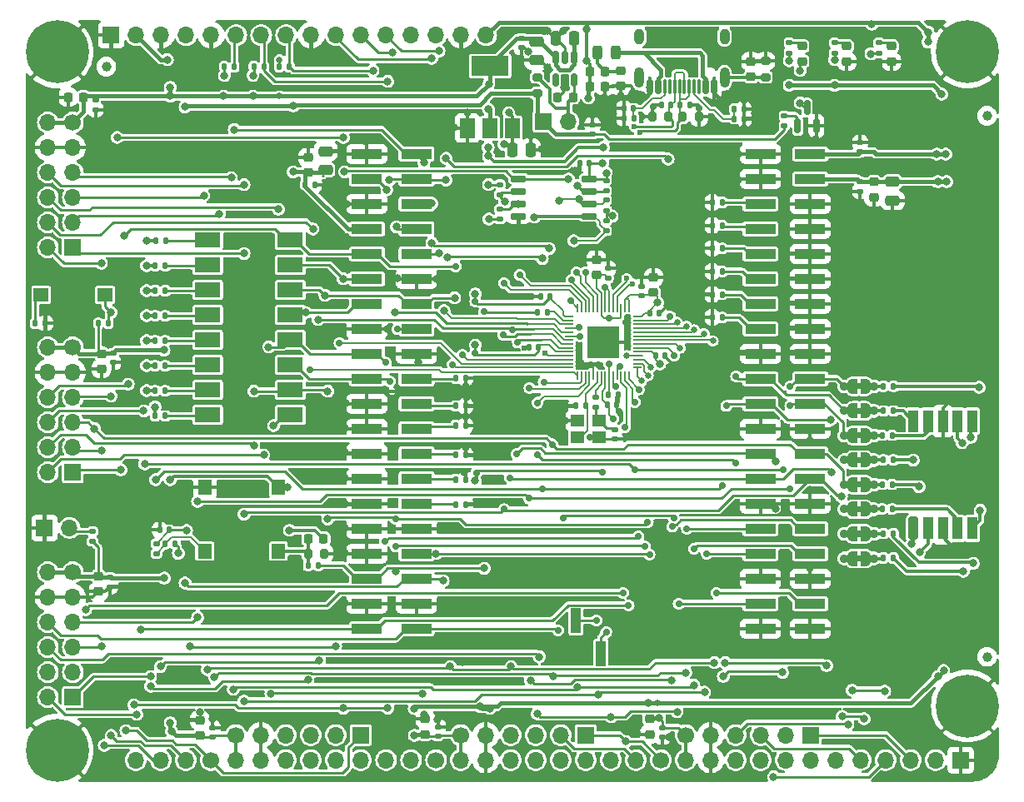
<source format=gbr>
%TF.GenerationSoftware,KiCad,Pcbnew,8.0.4-8.0.4-0~ubuntu22.04.1*%
%TF.CreationDate,2024-09-05T16:25:04-04:00*%
%TF.ProjectId,tinytapeout-demo,74696e79-7461-4706-956f-75742d64656d,2.0.1*%
%TF.SameCoordinates,PX38be5e0PY7d687e0*%
%TF.FileFunction,Copper,L1,Top*%
%TF.FilePolarity,Positive*%
%FSLAX46Y46*%
G04 Gerber Fmt 4.6, Leading zero omitted, Abs format (unit mm)*
G04 Created by KiCad (PCBNEW 8.0.4-8.0.4-0~ubuntu22.04.1) date 2024-09-05 16:25:04*
%MOMM*%
%LPD*%
G01*
G04 APERTURE LIST*
G04 Aperture macros list*
%AMRoundRect*
0 Rectangle with rounded corners*
0 $1 Rounding radius*
0 $2 $3 $4 $5 $6 $7 $8 $9 X,Y pos of 4 corners*
0 Add a 4 corners polygon primitive as box body*
4,1,4,$2,$3,$4,$5,$6,$7,$8,$9,$2,$3,0*
0 Add four circle primitives for the rounded corners*
1,1,$1+$1,$2,$3*
1,1,$1+$1,$4,$5*
1,1,$1+$1,$6,$7*
1,1,$1+$1,$8,$9*
0 Add four rect primitives between the rounded corners*
20,1,$1+$1,$2,$3,$4,$5,0*
20,1,$1+$1,$4,$5,$6,$7,0*
20,1,$1+$1,$6,$7,$8,$9,0*
20,1,$1+$1,$8,$9,$2,$3,0*%
%AMFreePoly0*
4,1,19,0.500000,-0.750000,0.000000,-0.750000,0.000000,-0.744911,-0.071157,-0.744911,-0.207708,-0.704816,-0.327430,-0.627875,-0.420627,-0.520320,-0.479746,-0.390866,-0.500000,-0.250000,-0.500000,0.250000,-0.479746,0.390866,-0.420627,0.520320,-0.327430,0.627875,-0.207708,0.704816,-0.071157,0.744911,0.000000,0.744911,0.000000,0.750000,0.500000,0.750000,0.500000,-0.750000,0.500000,-0.750000,
$1*%
%AMFreePoly1*
4,1,19,0.000000,0.744911,0.071157,0.744911,0.207708,0.704816,0.327430,0.627875,0.420627,0.520320,0.479746,0.390866,0.500000,0.250000,0.500000,-0.250000,0.479746,-0.390866,0.420627,-0.520320,0.327430,-0.627875,0.207708,-0.704816,0.071157,-0.744911,0.000000,-0.744911,0.000000,-0.750000,-0.500000,-0.750000,-0.500000,0.750000,0.000000,0.750000,0.000000,0.744911,0.000000,0.744911,
$1*%
G04 Aperture macros list end*
%TA.AperFunction,EtchedComponent*%
%ADD10C,0.000000*%
%TD*%
%TA.AperFunction,ComponentPad*%
%ADD11C,0.820000*%
%TD*%
%TA.AperFunction,ComponentPad*%
%ADD12C,0.900000*%
%TD*%
%TA.AperFunction,SMDPad,CuDef*%
%ADD13FreePoly0,0.000000*%
%TD*%
%TA.AperFunction,SMDPad,CuDef*%
%ADD14FreePoly1,0.000000*%
%TD*%
%TA.AperFunction,SMDPad,CuDef*%
%ADD15RoundRect,0.135000X0.135000X0.185000X-0.135000X0.185000X-0.135000X-0.185000X0.135000X-0.185000X0*%
%TD*%
%TA.AperFunction,SMDPad,CuDef*%
%ADD16RoundRect,0.135000X0.185000X-0.135000X0.185000X0.135000X-0.185000X0.135000X-0.185000X-0.135000X0*%
%TD*%
%TA.AperFunction,ComponentPad*%
%ADD17C,0.620000*%
%TD*%
%TA.AperFunction,SMDPad,CuDef*%
%ADD18RoundRect,0.225000X-0.250000X0.225000X-0.250000X-0.225000X0.250000X-0.225000X0.250000X0.225000X0*%
%TD*%
%TA.AperFunction,SMDPad,CuDef*%
%ADD19RoundRect,0.140000X-0.170000X0.140000X-0.170000X-0.140000X0.170000X-0.140000X0.170000X0.140000X0*%
%TD*%
%TA.AperFunction,SMDPad,CuDef*%
%ADD20RoundRect,0.140000X-0.140000X-0.170000X0.140000X-0.170000X0.140000X0.170000X-0.140000X0.170000X0*%
%TD*%
%TA.AperFunction,ComponentPad*%
%ADD21C,6.400000*%
%TD*%
%TA.AperFunction,SMDPad,CuDef*%
%ADD22RoundRect,0.250000X0.475000X-0.250000X0.475000X0.250000X-0.475000X0.250000X-0.475000X-0.250000X0*%
%TD*%
%TA.AperFunction,SMDPad,CuDef*%
%ADD23C,1.000000*%
%TD*%
%TA.AperFunction,SMDPad,CuDef*%
%ADD24RoundRect,0.135000X-0.185000X0.135000X-0.185000X-0.135000X0.185000X-0.135000X0.185000X0.135000X0*%
%TD*%
%TA.AperFunction,ComponentPad*%
%ADD25R,1.700000X1.700000*%
%TD*%
%TA.AperFunction,ComponentPad*%
%ADD26O,1.700000X1.700000*%
%TD*%
%TA.AperFunction,ComponentPad*%
%ADD27C,1.700000*%
%TD*%
%TA.AperFunction,SMDPad,CuDef*%
%ADD28RoundRect,0.250000X-0.250000X-0.475000X0.250000X-0.475000X0.250000X0.475000X-0.250000X0.475000X0*%
%TD*%
%TA.AperFunction,SMDPad,CuDef*%
%ADD29RoundRect,0.135000X-0.135000X-0.185000X0.135000X-0.185000X0.135000X0.185000X-0.135000X0.185000X0*%
%TD*%
%TA.AperFunction,SMDPad,CuDef*%
%ADD30RoundRect,0.250000X0.250000X0.475000X-0.250000X0.475000X-0.250000X-0.475000X0.250000X-0.475000X0*%
%TD*%
%TA.AperFunction,SMDPad,CuDef*%
%ADD31RoundRect,0.200000X-0.200000X-0.275000X0.200000X-0.275000X0.200000X0.275000X-0.200000X0.275000X0*%
%TD*%
%TA.AperFunction,SMDPad,CuDef*%
%ADD32RoundRect,0.140000X0.140000X0.170000X-0.140000X0.170000X-0.140000X-0.170000X0.140000X-0.170000X0*%
%TD*%
%TA.AperFunction,SMDPad,CuDef*%
%ADD33R,1.400000X1.200000*%
%TD*%
%TA.AperFunction,SMDPad,CuDef*%
%ADD34RoundRect,0.050000X-0.050000X-0.050000X0.050000X-0.050000X0.050000X0.050000X-0.050000X0.050000X0*%
%TD*%
%TA.AperFunction,SMDPad,CuDef*%
%ADD35RoundRect,0.140000X0.170000X-0.140000X0.170000X0.140000X-0.170000X0.140000X-0.170000X-0.140000X0*%
%TD*%
%TA.AperFunction,SMDPad,CuDef*%
%ADD36R,1.400000X1.500000*%
%TD*%
%TA.AperFunction,SMDPad,CuDef*%
%ADD37RoundRect,0.225000X-0.225000X-0.250000X0.225000X-0.250000X0.225000X0.250000X-0.225000X0.250000X0*%
%TD*%
%TA.AperFunction,SMDPad,CuDef*%
%ADD38RoundRect,0.150000X0.150000X0.575000X-0.150000X0.575000X-0.150000X-0.575000X0.150000X-0.575000X0*%
%TD*%
%TA.AperFunction,SMDPad,CuDef*%
%ADD39RoundRect,0.075000X0.075000X0.650000X-0.075000X0.650000X-0.075000X-0.650000X0.075000X-0.650000X0*%
%TD*%
%TA.AperFunction,ComponentPad*%
%ADD40O,1.000000X2.100000*%
%TD*%
%TA.AperFunction,ComponentPad*%
%ADD41O,1.000000X1.600000*%
%TD*%
%TA.AperFunction,SMDPad,CuDef*%
%ADD42R,1.000000X2.510000*%
%TD*%
%TA.AperFunction,SMDPad,CuDef*%
%ADD43RoundRect,0.250000X-0.475000X0.250000X-0.475000X-0.250000X0.475000X-0.250000X0.475000X0.250000X0*%
%TD*%
%TA.AperFunction,SMDPad,CuDef*%
%ADD44RoundRect,0.200000X-0.275000X0.200000X-0.275000X-0.200000X0.275000X-0.200000X0.275000X0.200000X0*%
%TD*%
%TA.AperFunction,SMDPad,CuDef*%
%ADD45RoundRect,0.200000X0.200000X0.275000X-0.200000X0.275000X-0.200000X-0.275000X0.200000X-0.275000X0*%
%TD*%
%TA.AperFunction,SMDPad,CuDef*%
%ADD46RoundRect,0.200000X0.300000X-0.950000X0.300000X0.950000X-0.300000X0.950000X-0.300000X-0.950000X0*%
%TD*%
%TA.AperFunction,SMDPad,CuDef*%
%ADD47R,1.000000X2.300000*%
%TD*%
%TA.AperFunction,SMDPad,CuDef*%
%ADD48RoundRect,0.150000X-0.650000X-0.150000X0.650000X-0.150000X0.650000X0.150000X-0.650000X0.150000X0*%
%TD*%
%TA.AperFunction,SMDPad,CuDef*%
%ADD49RoundRect,0.225000X0.250000X-0.225000X0.250000X0.225000X-0.250000X0.225000X-0.250000X-0.225000X0*%
%TD*%
%TA.AperFunction,SMDPad,CuDef*%
%ADD50RoundRect,0.050000X-0.387500X-0.050000X0.387500X-0.050000X0.387500X0.050000X-0.387500X0.050000X0*%
%TD*%
%TA.AperFunction,SMDPad,CuDef*%
%ADD51RoundRect,0.050000X-0.050000X-0.387500X0.050000X-0.387500X0.050000X0.387500X-0.050000X0.387500X0*%
%TD*%
%TA.AperFunction,SMDPad,CuDef*%
%ADD52R,3.200000X3.200000*%
%TD*%
%TA.AperFunction,SMDPad,CuDef*%
%ADD53RoundRect,0.150000X0.150000X-0.587500X0.150000X0.587500X-0.150000X0.587500X-0.150000X-0.587500X0*%
%TD*%
%TA.AperFunction,SMDPad,CuDef*%
%ADD54RoundRect,0.243750X0.243750X0.456250X-0.243750X0.456250X-0.243750X-0.456250X0.243750X-0.456250X0*%
%TD*%
%TA.AperFunction,SMDPad,CuDef*%
%ADD55R,1.500000X1.400000*%
%TD*%
%TA.AperFunction,SMDPad,CuDef*%
%ADD56RoundRect,0.200000X0.275000X-0.200000X0.275000X0.200000X-0.275000X0.200000X-0.275000X-0.200000X0*%
%TD*%
%TA.AperFunction,SMDPad,CuDef*%
%ADD57RoundRect,0.150000X-0.150000X0.512500X-0.150000X-0.512500X0.150000X-0.512500X0.150000X0.512500X0*%
%TD*%
%TA.AperFunction,SMDPad,CuDef*%
%ADD58R,1.500000X2.000000*%
%TD*%
%TA.AperFunction,SMDPad,CuDef*%
%ADD59R,3.800000X2.000000*%
%TD*%
%TA.AperFunction,SMDPad,CuDef*%
%ADD60RoundRect,0.225000X0.225000X0.250000X-0.225000X0.250000X-0.225000X-0.250000X0.225000X-0.250000X0*%
%TD*%
%TA.AperFunction,SMDPad,CuDef*%
%ADD61R,3.150000X1.000000*%
%TD*%
%TA.AperFunction,SMDPad,CuDef*%
%ADD62RoundRect,0.218750X0.256250X-0.218750X0.256250X0.218750X-0.256250X0.218750X-0.256250X-0.218750X0*%
%TD*%
%TA.AperFunction,SMDPad,CuDef*%
%ADD63RoundRect,0.218750X0.218750X0.256250X-0.218750X0.256250X-0.218750X-0.256250X0.218750X-0.256250X0*%
%TD*%
%TA.AperFunction,SMDPad,CuDef*%
%ADD64R,2.600000X1.550000*%
%TD*%
%TA.AperFunction,ViaPad*%
%ADD65C,0.800000*%
%TD*%
%TA.AperFunction,ViaPad*%
%ADD66C,0.700000*%
%TD*%
%TA.AperFunction,ViaPad*%
%ADD67C,0.620000*%
%TD*%
%TA.AperFunction,ViaPad*%
%ADD68C,0.650000*%
%TD*%
%TA.AperFunction,ViaPad*%
%ADD69C,0.600000*%
%TD*%
%TA.AperFunction,Conductor*%
%ADD70C,0.300000*%
%TD*%
%TA.AperFunction,Conductor*%
%ADD71C,0.200000*%
%TD*%
%TA.AperFunction,Conductor*%
%ADD72C,0.245000*%
%TD*%
%TA.AperFunction,Conductor*%
%ADD73C,0.400000*%
%TD*%
%TA.AperFunction,Conductor*%
%ADD74C,0.250000*%
%TD*%
%TA.AperFunction,Conductor*%
%ADD75C,0.180000*%
%TD*%
%TA.AperFunction,Conductor*%
%ADD76C,0.230000*%
%TD*%
G04 APERTURE END LIST*
D10*
%TA.AperFunction,EtchedComponent*%
%TO.C,JP7*%
G36*
X143750000Y-93800000D02*
G01*
X143250000Y-93800000D01*
X143250000Y-93200000D01*
X143750000Y-93200000D01*
X143750000Y-93800000D01*
G37*
%TD.AperFunction*%
%TA.AperFunction,EtchedComponent*%
G36*
X144750000Y-93800000D02*
G01*
X144250000Y-93800000D01*
X144250000Y-93200000D01*
X144750000Y-93200000D01*
X144750000Y-93800000D01*
G37*
%TD.AperFunction*%
%TA.AperFunction,EtchedComponent*%
G36*
X145750000Y-93800000D02*
G01*
X145250000Y-93800000D01*
X145250000Y-93200000D01*
X145750000Y-93200000D01*
X145750000Y-93800000D01*
G37*
%TD.AperFunction*%
%TA.AperFunction,EtchedComponent*%
%TO.C,JP1*%
G36*
X143750000Y-108800000D02*
G01*
X143250000Y-108800000D01*
X143250000Y-108200000D01*
X143750000Y-108200000D01*
X143750000Y-108800000D01*
G37*
%TD.AperFunction*%
%TA.AperFunction,EtchedComponent*%
G36*
X144750000Y-108800000D02*
G01*
X144250000Y-108800000D01*
X144250000Y-108200000D01*
X144750000Y-108200000D01*
X144750000Y-108800000D01*
G37*
%TD.AperFunction*%
%TA.AperFunction,EtchedComponent*%
G36*
X145750000Y-108800000D02*
G01*
X145250000Y-108800000D01*
X145250000Y-108200000D01*
X145750000Y-108200000D01*
X145750000Y-108800000D01*
G37*
%TD.AperFunction*%
%TA.AperFunction,EtchedComponent*%
%TO.C,JP3*%
G36*
X143750000Y-103800000D02*
G01*
X143250000Y-103800000D01*
X143250000Y-103200000D01*
X143750000Y-103200000D01*
X143750000Y-103800000D01*
G37*
%TD.AperFunction*%
%TA.AperFunction,EtchedComponent*%
G36*
X144750000Y-103800000D02*
G01*
X144250000Y-103800000D01*
X144250000Y-103200000D01*
X144750000Y-103200000D01*
X144750000Y-103800000D01*
G37*
%TD.AperFunction*%
%TA.AperFunction,EtchedComponent*%
G36*
X145750000Y-103800000D02*
G01*
X145250000Y-103800000D01*
X145250000Y-103200000D01*
X145750000Y-103200000D01*
X145750000Y-103800000D01*
G37*
%TD.AperFunction*%
%TA.AperFunction,EtchedComponent*%
%TO.C,JP8*%
G36*
X143750000Y-91300000D02*
G01*
X143250000Y-91300000D01*
X143250000Y-90700000D01*
X143750000Y-90700000D01*
X143750000Y-91300000D01*
G37*
%TD.AperFunction*%
%TA.AperFunction,EtchedComponent*%
G36*
X144750000Y-91300000D02*
G01*
X144250000Y-91300000D01*
X144250000Y-90700000D01*
X144750000Y-90700000D01*
X144750000Y-91300000D01*
G37*
%TD.AperFunction*%
%TA.AperFunction,EtchedComponent*%
G36*
X145750000Y-91300000D02*
G01*
X145250000Y-91300000D01*
X145250000Y-90700000D01*
X145750000Y-90700000D01*
X145750000Y-91300000D01*
G37*
%TD.AperFunction*%
%TA.AperFunction,EtchedComponent*%
%TO.C,JP2*%
G36*
X143750000Y-106300000D02*
G01*
X143250000Y-106300000D01*
X143250000Y-105700000D01*
X143750000Y-105700000D01*
X143750000Y-106300000D01*
G37*
%TD.AperFunction*%
%TA.AperFunction,EtchedComponent*%
G36*
X144750000Y-106300000D02*
G01*
X144250000Y-106300000D01*
X144250000Y-105700000D01*
X144750000Y-105700000D01*
X144750000Y-106300000D01*
G37*
%TD.AperFunction*%
%TA.AperFunction,EtchedComponent*%
G36*
X145750000Y-106300000D02*
G01*
X145250000Y-106300000D01*
X145250000Y-105700000D01*
X145750000Y-105700000D01*
X145750000Y-106300000D01*
G37*
%TD.AperFunction*%
%TA.AperFunction,EtchedComponent*%
%TO.C,JP5*%
G36*
X143750000Y-98800000D02*
G01*
X143250000Y-98800000D01*
X143250000Y-98200000D01*
X143750000Y-98200000D01*
X143750000Y-98800000D01*
G37*
%TD.AperFunction*%
%TA.AperFunction,EtchedComponent*%
G36*
X144750000Y-98800000D02*
G01*
X144250000Y-98800000D01*
X144250000Y-98200000D01*
X144750000Y-98200000D01*
X144750000Y-98800000D01*
G37*
%TD.AperFunction*%
%TA.AperFunction,EtchedComponent*%
G36*
X145750000Y-98800000D02*
G01*
X145250000Y-98800000D01*
X145250000Y-98200000D01*
X145750000Y-98200000D01*
X145750000Y-98800000D01*
G37*
%TD.AperFunction*%
%TA.AperFunction,EtchedComponent*%
%TO.C,JP6*%
G36*
X143750000Y-96300000D02*
G01*
X143250000Y-96300000D01*
X143250000Y-95700000D01*
X143750000Y-95700000D01*
X143750000Y-96300000D01*
G37*
%TD.AperFunction*%
%TA.AperFunction,EtchedComponent*%
G36*
X144750000Y-96300000D02*
G01*
X144250000Y-96300000D01*
X144250000Y-95700000D01*
X144750000Y-95700000D01*
X144750000Y-96300000D01*
G37*
%TD.AperFunction*%
%TA.AperFunction,EtchedComponent*%
G36*
X145750000Y-96300000D02*
G01*
X145250000Y-96300000D01*
X145250000Y-95700000D01*
X145750000Y-95700000D01*
X145750000Y-96300000D01*
G37*
%TD.AperFunction*%
%TA.AperFunction,EtchedComponent*%
%TO.C,JP4*%
G36*
X143750000Y-101300000D02*
G01*
X143250000Y-101300000D01*
X143250000Y-100700000D01*
X143750000Y-100700000D01*
X143750000Y-101300000D01*
G37*
%TD.AperFunction*%
%TA.AperFunction,EtchedComponent*%
G36*
X144750000Y-101300000D02*
G01*
X144250000Y-101300000D01*
X144250000Y-100700000D01*
X144750000Y-100700000D01*
X144750000Y-101300000D01*
G37*
%TD.AperFunction*%
%TA.AperFunction,EtchedComponent*%
G36*
X145750000Y-101300000D02*
G01*
X145250000Y-101300000D01*
X145250000Y-100700000D01*
X145750000Y-100700000D01*
X145750000Y-101300000D01*
G37*
%TD.AperFunction*%
%TD*%
D11*
%TO.P,STITCHB1,1*%
%TO.N,GND*%
X137100000Y-67300000D03*
%TD*%
D12*
%TO.P,JP7,1,A*%
%TO.N,out6*%
X143000000Y-93500000D03*
D13*
X143850000Y-93500000D03*
D14*
%TO.P,JP7,2,B*%
%TO.N,Net-(JP7-B)*%
X145150000Y-93500000D03*
D12*
X146000000Y-93500000D03*
%TD*%
D15*
%TO.P,R53,1*%
%TO.N,/an9*%
X130610000Y-76980000D03*
%TO.P,R53,2*%
%TO.N,GND*%
X129590000Y-76980000D03*
%TD*%
D16*
%TO.P,R15,1*%
%TO.N,+5V*%
X146500000Y-57110000D03*
%TO.P,R15,2*%
%TO.N,Net-(D1-A)*%
X146500000Y-56090000D03*
%TD*%
D11*
%TO.P,STITCHB1,1*%
%TO.N,GND*%
X129800000Y-85300000D03*
%TD*%
%TO.P,STITCHB1,1*%
%TO.N,GND*%
X68600000Y-128400000D03*
%TD*%
D17*
%TO.P,STITCHP3,1*%
%TO.N,GND*%
X134600000Y-130700000D03*
%TD*%
D11*
%TO.P,STITCHB1,1*%
%TO.N,GND*%
X96800000Y-125000000D03*
%TD*%
D18*
%TO.P,C32,1*%
%TO.N,GND*%
X117800000Y-78125000D03*
%TO.P,C32,2*%
%TO.N,/RP2040/DVDD*%
X117800000Y-79675000D03*
%TD*%
D19*
%TO.P,C23,1*%
%TO.N,GND*%
X144600000Y-66220000D03*
%TO.P,C23,2*%
%TO.N,+3V3*%
X144600000Y-67180000D03*
%TD*%
D20*
%TO.P,C36,1*%
%TO.N,+3V3*%
X118920000Y-92850000D03*
%TO.P,C36,2*%
%TO.N,GND*%
X119880000Y-92850000D03*
%TD*%
D15*
%TO.P,R55,1*%
%TO.N,/an11*%
X130610000Y-72300000D03*
%TO.P,R55,2*%
%TO.N,GND*%
X129590000Y-72300000D03*
%TD*%
D12*
%TO.P,JP1,1,A*%
%TO.N,out0*%
X143000000Y-108500000D03*
D13*
X143850000Y-108500000D03*
D14*
%TO.P,JP1,2,B*%
%TO.N,Net-(JP1-B)*%
X145150000Y-108500000D03*
D12*
X146000000Y-108500000D03*
%TD*%
D15*
%TO.P,R20,1*%
%TO.N,/CC2*%
X121610000Y-63750000D03*
%TO.P,R20,2*%
%TO.N,GND*%
X120590000Y-63750000D03*
%TD*%
D21*
%TO.P,MT3,1,1*%
%TO.N,GND*%
X63000000Y-57000000D03*
%TD*%
D11*
%TO.P,STITCHB1,1*%
%TO.N,GND*%
X75500000Y-63700000D03*
%TD*%
%TO.P,STITCHB1,1*%
%TO.N,GND*%
X71400000Y-90100000D03*
%TD*%
%TO.P,STITCHB5,1*%
%TO.N,GND*%
X119900000Y-74700000D03*
%TD*%
%TO.P,STITCHB4,1*%
%TO.N,GND*%
X119900000Y-77900000D03*
%TD*%
D22*
%TO.P,C16,1*%
%TO.N,GND*%
X147900000Y-72100000D03*
%TO.P,C16,2*%
%TO.N,+3V3*%
X147900000Y-70200000D03*
%TD*%
D23*
%TO.P,FID3,*%
%TO.N,*%
X157500000Y-63500000D03*
%TD*%
D24*
%TO.P,R38,1*%
%TO.N,+3V3*%
X118800000Y-70090000D03*
%TO.P,R38,2*%
%TO.N,/RP2040/QSPI_SD3*%
X118800000Y-71110000D03*
%TD*%
D11*
%TO.P,STITCHB1,1*%
%TO.N,GND*%
X122100000Y-113700000D03*
%TD*%
%TO.P,STITCHB1,1*%
%TO.N,GND*%
X80000000Y-122500000D03*
%TD*%
%TO.P,STITCHB35,1*%
%TO.N,GND*%
X60300000Y-93600000D03*
%TD*%
D18*
%TO.P,C48,1*%
%TO.N,/vfused*%
X120300000Y-58925000D03*
%TO.P,C48,2*%
%TO.N,GND*%
X120300000Y-60475000D03*
%TD*%
D25*
%TO.P,J13,1,IO1*%
%TO.N,in0*%
X64600000Y-99740000D03*
D26*
%TO.P,J13,2,IO2*%
%TO.N,in2*%
X64600000Y-97200000D03*
%TO.P,J13,3,IO3*%
%TO.N,out3*%
X64600000Y-94660000D03*
%TO.P,J13,4,IO4*%
%TO.N,in1*%
X64600000Y-92120000D03*
%TO.P,J13,5,GND*%
%TO.N,GND*%
X64600000Y-89580000D03*
D27*
%TO.P,J13,6,VCC*%
%TO.N,+3V3*%
X64600000Y-87040000D03*
D26*
%TO.P,J13,7,IO5*%
%TO.N,in4*%
X62060000Y-99740000D03*
%TO.P,J13,8,IO6*%
%TO.N,in6*%
X62060000Y-97200000D03*
%TO.P,J13,9,IO7*%
%TO.N,out7*%
X62060000Y-94660000D03*
%TO.P,J13,10,IO8*%
%TO.N,in5*%
X62060000Y-92120000D03*
%TO.P,J13,11,GND*%
%TO.N,GND*%
X62060000Y-89580000D03*
%TO.P,J13,12,VCC*%
%TO.N,+3V3*%
X62060000Y-87040000D03*
%TD*%
D11*
%TO.P,STITCHB1,1*%
%TO.N,GND*%
X136000000Y-121300000D03*
%TD*%
%TO.P,STITCHB1,1*%
%TO.N,GND*%
X154200000Y-102500000D03*
%TD*%
D28*
%TO.P,C6,1*%
%TO.N,+5V*%
X109250000Y-67000000D03*
%TO.P,C6,2*%
%TO.N,GND*%
X111150000Y-67000000D03*
%TD*%
D29*
%TO.P,R5,1*%
%TO.N,+3V3*%
X72980000Y-83828571D03*
%TO.P,R5,2*%
%TO.N,Net-(R5-Pad2)*%
X74000000Y-83828571D03*
%TD*%
D11*
%TO.P,STITCHB1,1*%
%TO.N,GND*%
X127100000Y-64900000D03*
%TD*%
%TO.P,STITCHB31,1*%
%TO.N,GND*%
X60300000Y-73020000D03*
%TD*%
D17*
%TO.P,STITCHP3,1*%
%TO.N,GND*%
X122300000Y-79800000D03*
%TD*%
D11*
%TO.P,STITCHB29,1*%
%TO.N,GND*%
X60300000Y-67940000D03*
%TD*%
%TO.P,STITCHB1,1*%
%TO.N,GND*%
X120500000Y-130700000D03*
%TD*%
D19*
%TO.P,C56,1*%
%TO.N,+3V3*%
X68400000Y-110420000D03*
%TO.P,C56,2*%
%TO.N,GND*%
X68400000Y-111380000D03*
%TD*%
D30*
%TO.P,C7,1*%
%TO.N,+3V3*%
X115550000Y-55600000D03*
%TO.P,C7,2*%
%TO.N,GND*%
X113650000Y-55600000D03*
%TD*%
D11*
%TO.P,STITCHB1,1*%
%TO.N,GND*%
X88100000Y-58000000D03*
%TD*%
%TO.P,STITCHB1,1*%
%TO.N,GND*%
X72300000Y-130700000D03*
%TD*%
%TO.P,STITCHB7,1*%
%TO.N,GND*%
X127700000Y-58100000D03*
%TD*%
%TO.P,STITCHB27,1*%
%TO.N,GND*%
X60300000Y-65400000D03*
%TD*%
%TO.P,STITCHB1,1*%
%TO.N,GND*%
X68200000Y-60600000D03*
%TD*%
D31*
%TO.P,R7,1*%
%TO.N,Net-(C1-Pad2)*%
X88485000Y-108000000D03*
%TO.P,R7,2*%
%TO.N,GND*%
X90135000Y-108000000D03*
%TD*%
D11*
%TO.P,STITCHB12,1*%
%TO.N,GND*%
X142900000Y-85100000D03*
%TD*%
D29*
%TO.P,R1,1*%
%TO.N,+3V3*%
X72980000Y-94000000D03*
%TO.P,R1,2*%
%TO.N,Net-(R1-Pad2)*%
X74000000Y-94000000D03*
%TD*%
D11*
%TO.P,STITCHB1,1*%
%TO.N,GND*%
X94100000Y-124600000D03*
%TD*%
D32*
%TO.P,C29,1*%
%TO.N,Net-(U6-XIN)*%
X116680000Y-93000000D03*
%TO.P,C29,2*%
%TO.N,GND*%
X115720000Y-93000000D03*
%TD*%
D11*
%TO.P,STITCHB7,1*%
%TO.N,GND*%
X119900000Y-66700000D03*
%TD*%
%TO.P,STITCHB11,1*%
%TO.N,GND*%
X142900000Y-82560000D03*
%TD*%
%TO.P,STITCHB1,1*%
%TO.N,GND*%
X147400000Y-92300000D03*
%TD*%
D27*
%TO.P,J2,1,Pin_1*%
%TO.N,in0*%
X78620000Y-129000000D03*
D26*
%TO.P,J2,2,Pin_2*%
%TO.N,in1*%
X76080000Y-129000000D03*
%TO.P,J2,3,Pin_3*%
%TO.N,in2*%
X73540000Y-129000000D03*
%TO.P,J2,4,Pin_4*%
%TO.N,in3*%
X71000000Y-129000000D03*
%TD*%
D11*
%TO.P,STITCHB1,1*%
%TO.N,GND*%
X75700000Y-92700000D03*
%TD*%
%TO.P,STITCHB1,1*%
%TO.N,GND*%
X81900000Y-69200000D03*
%TD*%
D32*
%TO.P,C24,1*%
%TO.N,GND*%
X89180000Y-70500000D03*
%TO.P,C24,2*%
%TO.N,+1V8*%
X88220000Y-70500000D03*
%TD*%
D11*
%TO.P,STITCHB1,1*%
%TO.N,GND*%
X123100000Y-130700000D03*
%TD*%
D19*
%TO.P,C8,1*%
%TO.N,+3V3*%
X124500000Y-125720000D03*
%TO.P,C8,2*%
%TO.N,GND*%
X124500000Y-126680000D03*
%TD*%
D11*
%TO.P,STITCHB1,1*%
%TO.N,GND*%
X108400000Y-124200000D03*
%TD*%
%TO.P,STITCHB1,1*%
%TO.N,GND*%
X142900000Y-72400000D03*
%TD*%
%TO.P,STITCHB1,1*%
%TO.N,GND*%
X150400000Y-66400000D03*
%TD*%
%TO.P,STITCHB1,1*%
%TO.N,GND*%
X154300000Y-66400000D03*
%TD*%
D33*
%TO.P,Y1,1,1*%
%TO.N,Net-(U6-XIN)*%
X115900000Y-96200000D03*
%TO.P,Y1,2,2*%
%TO.N,GND*%
X118100000Y-96200000D03*
%TO.P,Y1,3,3*%
%TO.N,Net-(C30-Pad1)*%
X118100000Y-94500000D03*
%TO.P,Y1,4,4*%
%TO.N,GND*%
X115900000Y-94500000D03*
%TD*%
D11*
%TO.P,STITCHB1,1*%
%TO.N,GND*%
X113100000Y-118800000D03*
%TD*%
%TO.P,STITCHB1,1*%
%TO.N,GND*%
X84100000Y-60600000D03*
%TD*%
D16*
%TO.P,R18,1*%
%TO.N,+3V3*%
X137400000Y-57110000D03*
%TO.P,R18,2*%
%TO.N,Net-(D3-A)*%
X137400000Y-56090000D03*
%TD*%
D11*
%TO.P,STITCHB1,1*%
%TO.N,GND*%
X150400000Y-119200000D03*
%TD*%
%TO.P,STITCHB1,1*%
%TO.N,GND*%
X108400000Y-121000000D03*
%TD*%
D17*
%TO.P,STITCHP3,1*%
%TO.N,GND*%
X117150000Y-86500000D03*
%TD*%
D19*
%TO.P,C58,1*%
%TO.N,+3V3*%
X66900000Y-61920000D03*
%TO.P,C58,2*%
%TO.N,GND*%
X66900000Y-62880000D03*
%TD*%
D11*
%TO.P,STITCHB19,1*%
%TO.N,GND*%
X158200000Y-86400000D03*
%TD*%
D16*
%TO.P,R50,1*%
%TO.N,+1V8*%
X136900000Y-64510000D03*
%TO.P,R50,2*%
%TO.N,Net-(Q1-G)*%
X136900000Y-63490000D03*
%TD*%
D17*
%TO.P,STITCHP3,1*%
%TO.N,GND*%
X108100000Y-67400000D03*
%TD*%
D11*
%TO.P,STITCHB1,1*%
%TO.N,GND*%
X150400000Y-71400000D03*
%TD*%
D29*
%TO.P,R11,1*%
%TO.N,+3V3*%
X72990000Y-76200000D03*
%TO.P,R11,2*%
%TO.N,Net-(R11-Pad2)*%
X74010000Y-76200000D03*
%TD*%
D11*
%TO.P,STITCHB7,1*%
%TO.N,GND*%
X125100000Y-55100000D03*
%TD*%
%TO.P,STITCHB1,1*%
%TO.N,GND*%
X88100000Y-63700000D03*
%TD*%
D17*
%TO.P,STITCHP3,1*%
%TO.N,GND*%
X110400000Y-90300000D03*
%TD*%
%TO.P,STITCHP3,1*%
%TO.N,GND*%
X118500000Y-87800000D03*
%TD*%
D34*
%TO.P,J18,1,1*%
%TO.N,unconnected-(J18-Pad1)*%
X137000000Y-91500000D03*
%TD*%
D29*
%TO.P,R43,1*%
%TO.N,/an4*%
X103490000Y-100500000D03*
%TO.P,R43,2*%
%TO.N,GND*%
X104510000Y-100500000D03*
%TD*%
D20*
%TO.P,C46,1*%
%TO.N,/CC1*%
X131820000Y-62800000D03*
%TO.P,C46,2*%
%TO.N,GND*%
X132780000Y-62800000D03*
%TD*%
D35*
%TO.P,C4,1*%
%TO.N,+3V3*%
X78800000Y-126680000D03*
%TO.P,C4,2*%
%TO.N,GND*%
X78800000Y-125720000D03*
%TD*%
D29*
%TO.P,R24,1*%
%TO.N,Net-(JP3-B)*%
X146830000Y-103471428D03*
%TO.P,R24,2*%
%TO.N,Net-(U1-C)*%
X147850000Y-103471428D03*
%TD*%
D11*
%TO.P,STITCHB1,1*%
%TO.N,GND*%
X92900000Y-130700000D03*
%TD*%
D17*
%TO.P,STITCHP3,1*%
%TO.N,GND*%
X119850000Y-86500000D03*
%TD*%
D11*
%TO.P,STITCHB1,1*%
%TO.N,GND*%
X70800000Y-78500000D03*
%TD*%
D29*
%TO.P,R22,1*%
%TO.N,Net-(JP1-B)*%
X146980000Y-108460000D03*
%TO.P,R22,2*%
%TO.N,Net-(U1-A)*%
X148000000Y-108460000D03*
%TD*%
D11*
%TO.P,STITCHB18,1*%
%TO.N,GND*%
X158200000Y-81400000D03*
%TD*%
%TO.P,STITCHB1,1*%
%TO.N,GND*%
X97700000Y-130700000D03*
%TD*%
D32*
%TO.P,C47,1*%
%TO.N,/CC2*%
X121580000Y-62750000D03*
%TO.P,C47,2*%
%TO.N,GND*%
X120620000Y-62750000D03*
%TD*%
D11*
%TO.P,STITCHB1,1*%
%TO.N,GND*%
X73400000Y-60400000D03*
%TD*%
D12*
%TO.P,JP3,1,A*%
%TO.N,out2*%
X143000000Y-103500000D03*
D13*
X143850000Y-103500000D03*
D14*
%TO.P,JP3,2,B*%
%TO.N,Net-(JP3-B)*%
X145150000Y-103500000D03*
D12*
X146000000Y-103500000D03*
%TD*%
D29*
%TO.P,R3,1*%
%TO.N,+3V3*%
X72980000Y-88914285D03*
%TO.P,R3,2*%
%TO.N,Net-(R3-Pad2)*%
X74000000Y-88914285D03*
%TD*%
D12*
%TO.P,JP8,1,A*%
%TO.N,out7*%
X143000000Y-91000000D03*
D13*
X143850000Y-91000000D03*
D14*
%TO.P,JP8,2,B*%
%TO.N,Net-(JP8-B)*%
X145150000Y-91000000D03*
D12*
X146000000Y-91000000D03*
%TD*%
D27*
%TO.P,J8,1,Pin_1*%
%TO.N,uio0*%
X124355000Y-129000000D03*
D26*
%TO.P,J8,2,Pin_2*%
%TO.N,uio1*%
X121815000Y-129000000D03*
%TO.P,J8,3,Pin_3*%
%TO.N,uio2*%
X119275000Y-129000000D03*
%TD*%
D11*
%TO.P,STITCHB1,1*%
%TO.N,GND*%
X131700000Y-103800000D03*
%TD*%
D32*
%TO.P,C2,1*%
%TO.N,~{project_rst}*%
X74380000Y-105600000D03*
%TO.P,C2,2*%
%TO.N,GND*%
X73420000Y-105600000D03*
%TD*%
D25*
%TO.P,J12,1,IO1*%
%TO.N,out4*%
X64600000Y-122600000D03*
D26*
%TO.P,J12,2,IO2*%
%TO.N,out3*%
X64600000Y-120060000D03*
%TO.P,J12,3,IO3*%
%TO.N,in2*%
X64600000Y-117520000D03*
%TO.P,J12,4,IO4*%
%TO.N,out5*%
X64600000Y-114980000D03*
%TO.P,J12,5,GND*%
%TO.N,GND*%
X64600000Y-112440000D03*
D27*
%TO.P,J12,6,VCC*%
%TO.N,+3V3*%
X64600000Y-109900000D03*
D26*
%TO.P,J12,7,IO5*%
%TO.N,uio0*%
X62060000Y-122600000D03*
%TO.P,J12,8,IO6*%
%TO.N,out7*%
X62060000Y-120060000D03*
%TO.P,J12,9,IO7*%
%TO.N,uio2*%
X62060000Y-117520000D03*
%TO.P,J12,10,IO8*%
%TO.N,uio1*%
X62060000Y-114980000D03*
%TO.P,J12,11,GND*%
%TO.N,GND*%
X62060000Y-112440000D03*
%TO.P,J12,12,VCC*%
%TO.N,+3V3*%
X62060000Y-109900000D03*
%TD*%
D11*
%TO.P,STITCHB1,1*%
%TO.N,GND*%
X100000000Y-117200000D03*
%TD*%
D17*
%TO.P,STITCHP3,1*%
%TO.N,GND*%
X71300000Y-114100000D03*
%TD*%
D15*
%TO.P,R41,1*%
%TO.N,RP_proj_clk*%
X112843884Y-83511018D03*
%TO.P,R41,2*%
%TO.N,project_clk*%
X111823884Y-83511018D03*
%TD*%
D11*
%TO.P,STITCHB1,1*%
%TO.N,GND*%
X76400000Y-104100000D03*
%TD*%
D36*
%TO.P,SW2,1,1*%
%TO.N,GND*%
X78000000Y-101250000D03*
%TO.P,SW2,2,2*%
%TO.N,Net-(R13-Pad1)*%
X78000000Y-107750000D03*
%TD*%
D17*
%TO.P,STITCHP3,1*%
%TO.N,GND*%
X118500000Y-85200000D03*
%TD*%
D11*
%TO.P,STITCHB1,1*%
%TO.N,GND*%
X114200000Y-96400000D03*
%TD*%
%TO.P,STITCHB1,1*%
%TO.N,GND*%
X77300000Y-130700000D03*
%TD*%
D15*
%TO.P,R8,1*%
%TO.N,+3V3*%
X75020000Y-107000000D03*
%TO.P,R8,2*%
%TO.N,Net-(R13-Pad1)*%
X74000000Y-107000000D03*
%TD*%
%TO.P,R54,1*%
%TO.N,/an10*%
X130610000Y-74640000D03*
%TO.P,R54,2*%
%TO.N,GND*%
X129590000Y-74640000D03*
%TD*%
D11*
%TO.P,STITCHB16,1*%
%TO.N,GND*%
X158200000Y-71400000D03*
%TD*%
%TO.P,STITCHB1,1*%
%TO.N,GND*%
X107500000Y-109000000D03*
%TD*%
D37*
%TO.P,C49,1*%
%TO.N,+5V*%
X117125000Y-60500000D03*
%TO.P,C49,2*%
%TO.N,GND*%
X118675000Y-60500000D03*
%TD*%
D20*
%TO.P,C35,1*%
%TO.N,+3V3*%
X123820000Y-87900000D03*
%TO.P,C35,2*%
%TO.N,GND*%
X124780000Y-87900000D03*
%TD*%
D38*
%TO.P,J20,A1,GND*%
%TO.N,GND*%
X129750000Y-60545000D03*
%TO.P,J20,A4,VBUS*%
%TO.N,VBUS*%
X128950000Y-60545000D03*
D39*
%TO.P,J20,A5,CC1*%
%TO.N,/CC1*%
X127750000Y-60545000D03*
%TO.P,J20,A6,D+*%
%TO.N,usb_d+*%
X126750000Y-60545000D03*
%TO.P,J20,A7,D-*%
%TO.N,usb_d-*%
X126250000Y-60545000D03*
%TO.P,J20,A8,SBU1*%
%TO.N,unconnected-(J20-SBU1-PadA8)*%
X125250000Y-60545000D03*
D38*
%TO.P,J20,A9,VBUS*%
%TO.N,VBUS*%
X124050000Y-60545000D03*
%TO.P,J20,A12,GND*%
%TO.N,GND*%
X123250000Y-60545000D03*
%TO.P,J20,B1,GND*%
X123250000Y-60545000D03*
%TO.P,J20,B4,VBUS*%
%TO.N,VBUS*%
X124050000Y-60545000D03*
D39*
%TO.P,J20,B5,CC2*%
%TO.N,/CC2*%
X124750000Y-60545000D03*
%TO.P,J20,B6,D+*%
%TO.N,usb_d+*%
X125750000Y-60545000D03*
%TO.P,J20,B7,D-*%
%TO.N,usb_d-*%
X127250000Y-60545000D03*
%TO.P,J20,B8,SBU2*%
%TO.N,unconnected-(J20-SBU2-PadB8)*%
X128250000Y-60545000D03*
D38*
%TO.P,J20,B9,VBUS*%
%TO.N,VBUS*%
X128950000Y-60545000D03*
%TO.P,J20,B12,GND*%
%TO.N,GND*%
X129750000Y-60545000D03*
D40*
%TO.P,J20,S1,SHIELD*%
%TO.N,Net-(J20-SHIELD)*%
X130820000Y-59630000D03*
D41*
X130820000Y-55450000D03*
D40*
X122180000Y-59630000D03*
D41*
X122180000Y-55450000D03*
%TD*%
D11*
%TO.P,STITCHB1,1*%
%TO.N,GND*%
X96400000Y-58700000D03*
%TD*%
%TO.P,STITCHB1,1*%
%TO.N,GND*%
X127700000Y-84100000D03*
%TD*%
%TO.P,STITCHB1,1*%
%TO.N,GND*%
X115400000Y-130700000D03*
%TD*%
%TO.P,STITCHB1,1*%
%TO.N,GND*%
X102700000Y-130700000D03*
%TD*%
%TO.P,STITCHB1,1*%
%TO.N,GND*%
X104200000Y-119000000D03*
%TD*%
%TO.P,STITCHB32,1*%
%TO.N,GND*%
X60300000Y-75560000D03*
%TD*%
D25*
%TO.P,J3,1,IO1*%
%TO.N,in0*%
X93855000Y-126455000D03*
D26*
%TO.P,J3,2,IO2*%
%TO.N,in1*%
X91315000Y-126455000D03*
%TO.P,J3,3,IO3*%
%TO.N,in2*%
X88775000Y-126455000D03*
%TO.P,J3,4,IO4*%
%TO.N,in3*%
X86235000Y-126455000D03*
%TO.P,J3,5,GND*%
%TO.N,GND*%
X83695000Y-126455000D03*
D27*
%TO.P,J3,6,VCC*%
%TO.N,+3V3*%
X81155000Y-126455000D03*
D26*
%TO.P,J3,7,IO5*%
%TO.N,in4*%
X93855000Y-128995000D03*
%TO.P,J3,8,IO6*%
%TO.N,in5*%
X91315000Y-128995000D03*
%TO.P,J3,9,IO7*%
%TO.N,in6*%
X88775000Y-128995000D03*
%TO.P,J3,10,IO8*%
%TO.N,in7*%
X86235000Y-128995000D03*
%TO.P,J3,11,GND*%
%TO.N,GND*%
X83695000Y-128995000D03*
%TO.P,J3,12,VCC*%
%TO.N,+3V3*%
X81155000Y-128995000D03*
%TD*%
D11*
%TO.P,STITCHB1,1*%
%TO.N,GND*%
X73500000Y-111700000D03*
%TD*%
%TO.P,STITCHB1,1*%
%TO.N,GND*%
X147400000Y-107200000D03*
%TD*%
D17*
%TO.P,STITCHP3,1*%
%TO.N,GND*%
X61200000Y-98500000D03*
%TD*%
D11*
%TO.P,STITCHB1,1*%
%TO.N,GND*%
X112900000Y-130700000D03*
%TD*%
D42*
%TO.P,J7,1,Pin_1*%
%TO.N,/RP2040/SWDIO*%
X118270000Y-118155000D03*
%TO.P,J7,2,Pin_2*%
%TO.N,/RP2040/SWCLK*%
X115730000Y-114845000D03*
%TD*%
D11*
%TO.P,STITCHB15,1*%
%TO.N,GND*%
X158200000Y-66400000D03*
%TD*%
D15*
%TO.P,R12,1*%
%TO.N,project_clk*%
X89520000Y-109200000D03*
%TO.P,R12,2*%
%TO.N,Net-(C1-Pad2)*%
X88500000Y-109200000D03*
%TD*%
D11*
%TO.P,STITCHB1,1*%
%TO.N,GND*%
X70800000Y-86200000D03*
%TD*%
D18*
%TO.P,C25,1*%
%TO.N,GND*%
X88500000Y-67725000D03*
%TO.P,C25,2*%
%TO.N,+1V8*%
X88500000Y-69275000D03*
%TD*%
D11*
%TO.P,STITCHB30,1*%
%TO.N,GND*%
X60300000Y-70480000D03*
%TD*%
D21*
%TO.P,MT4,1,1*%
%TO.N,GND*%
X155500000Y-57000000D03*
%TD*%
D11*
%TO.P,STITCHB1,1*%
%TO.N,GND*%
X107500000Y-97600000D03*
%TD*%
%TO.P,STITCHB1,1*%
%TO.N,GND*%
X77000000Y-120100000D03*
%TD*%
%TO.P,STITCHB17,1*%
%TO.N,GND*%
X158200000Y-76400000D03*
%TD*%
D21*
%TO.P,MT2,1,1*%
%TO.N,GND*%
X155500000Y-123500000D03*
%TD*%
D18*
%TO.P,C5,1*%
%TO.N,GND*%
X77500000Y-124925000D03*
%TO.P,C5,2*%
%TO.N,+3V3*%
X77500000Y-126475000D03*
%TD*%
D16*
%TO.P,R13,1*%
%TO.N,Net-(R13-Pad1)*%
X73100000Y-108010000D03*
%TO.P,R13,2*%
%TO.N,~{project_rst}*%
X73100000Y-106990000D03*
%TD*%
D11*
%TO.P,STITCHB1,1*%
%TO.N,GND*%
X156200000Y-110500000D03*
%TD*%
D29*
%TO.P,R21,1*%
%TO.N,/CC1*%
X131790000Y-63800000D03*
%TO.P,R21,2*%
%TO.N,GND*%
X132810000Y-63800000D03*
%TD*%
D11*
%TO.P,STITCHB1,1*%
%TO.N,GND*%
X122100000Y-118700000D03*
%TD*%
D29*
%TO.P,R42,1*%
%TO.N,/an5*%
X103500000Y-103000000D03*
%TO.P,R42,2*%
%TO.N,GND*%
X104520000Y-103000000D03*
%TD*%
D11*
%TO.P,STITCHB1,1*%
%TO.N,GND*%
X105200000Y-60400000D03*
%TD*%
D25*
%TO.P,J5,1,IO1*%
%TO.N,uio0*%
X116715000Y-126455000D03*
D26*
%TO.P,J5,2,IO2*%
%TO.N,uio1*%
X114175000Y-126455000D03*
%TO.P,J5,3,IO3*%
%TO.N,uio2*%
X111635000Y-126455000D03*
%TO.P,J5,4,IO4*%
%TO.N,uio3*%
X109095000Y-126455000D03*
%TO.P,J5,5,GND*%
%TO.N,GND*%
X106555000Y-126455000D03*
D27*
%TO.P,J5,6,VCC*%
%TO.N,+3V3*%
X104015000Y-126455000D03*
D26*
%TO.P,J5,7,IO5*%
%TO.N,uio4*%
X116715000Y-128995000D03*
%TO.P,J5,8,IO6*%
%TO.N,uio5*%
X114175000Y-128995000D03*
%TO.P,J5,9,IO7*%
%TO.N,uio6*%
X111635000Y-128995000D03*
%TO.P,J5,10,IO8*%
%TO.N,uio7*%
X109095000Y-128995000D03*
%TO.P,J5,11,GND*%
%TO.N,GND*%
X106555000Y-128995000D03*
%TO.P,J5,12,VCC*%
%TO.N,+3V3*%
X104015000Y-128995000D03*
%TD*%
D43*
%TO.P,C21,1*%
%TO.N,GND*%
X90300000Y-67100000D03*
%TO.P,C21,2*%
%TO.N,+1V8*%
X90300000Y-69000000D03*
%TD*%
D44*
%TO.P,R49,1*%
%TO.N,/1v8A*%
X111800000Y-59575000D03*
%TO.P,R49,2*%
%TO.N,+1V8*%
X111800000Y-61225000D03*
%TD*%
D11*
%TO.P,STITCHB13,1*%
%TO.N,GND*%
X142900000Y-87640000D03*
%TD*%
D29*
%TO.P,R2,1*%
%TO.N,+3V3*%
X72980000Y-91457142D03*
%TO.P,R2,2*%
%TO.N,Net-(R2-Pad2)*%
X74000000Y-91457142D03*
%TD*%
D45*
%TO.P,D5,1,A1*%
%TO.N,GND*%
X128225000Y-63600000D03*
%TO.P,D5,2,A2*%
%TO.N,usb_d-*%
X126575000Y-63600000D03*
%TD*%
D12*
%TO.P,JP2,1,A*%
%TO.N,out1*%
X143000000Y-106000000D03*
D13*
X143850000Y-106000000D03*
D14*
%TO.P,JP2,2,B*%
%TO.N,Net-(JP2-B)*%
X145150000Y-106000000D03*
D12*
X146000000Y-106000000D03*
%TD*%
D11*
%TO.P,STITCHB10,1*%
%TO.N,GND*%
X142900000Y-80020000D03*
%TD*%
%TO.P,STITCHB1,1*%
%TO.N,GND*%
X71600000Y-125400000D03*
%TD*%
%TO.P,STITCHB1,1*%
%TO.N,GND*%
X117900000Y-130700000D03*
%TD*%
D19*
%TO.P,C30,1*%
%TO.N,Net-(C30-Pad1)*%
X119700000Y-95420000D03*
%TO.P,C30,2*%
%TO.N,GND*%
X119700000Y-96380000D03*
%TD*%
D11*
%TO.P,STITCHB1,1*%
%TO.N,GND*%
X111200000Y-79100000D03*
%TD*%
%TO.P,STITCHB1,1*%
%TO.N,GND*%
X92800000Y-58100000D03*
%TD*%
D29*
%TO.P,R28,1*%
%TO.N,Net-(JP7-B)*%
X146980000Y-93494284D03*
%TO.P,R28,2*%
%TO.N,Net-(U1-G)*%
X148000000Y-93494284D03*
%TD*%
D32*
%TO.P,C39,1*%
%TO.N,+3V3*%
X113080000Y-81900000D03*
%TO.P,C39,2*%
%TO.N,GND*%
X112120000Y-81900000D03*
%TD*%
D46*
%TO.P,U1,1,E*%
%TO.N,Net-(U1-E)*%
X150000000Y-105450000D03*
D47*
%TO.P,U1,2,D*%
%TO.N,Net-(U1-D)*%
X151500000Y-105450000D03*
%TO.P,U1,3,CC*%
%TO.N,GND*%
X153000000Y-105450000D03*
%TO.P,U1,4,C*%
%TO.N,Net-(U1-C)*%
X154500000Y-105450000D03*
%TO.P,U1,5,DP*%
%TO.N,Net-(U1-DP)*%
X156000000Y-105450000D03*
%TO.P,U1,6,B*%
%TO.N,Net-(U1-B)*%
X156000000Y-94550000D03*
%TO.P,U1,7,A*%
%TO.N,Net-(U1-A)*%
X154500000Y-94550000D03*
%TO.P,U1,8,CC*%
%TO.N,GND*%
X153000000Y-94550000D03*
%TO.P,U1,9,F*%
%TO.N,Net-(U1-F)*%
X151500000Y-94550000D03*
%TO.P,U1,10,G*%
%TO.N,Net-(U1-G)*%
X150000000Y-94550000D03*
%TD*%
D29*
%TO.P,R23,1*%
%TO.N,Net-(JP2-B)*%
X146980000Y-105965714D03*
%TO.P,R23,2*%
%TO.N,Net-(U1-B)*%
X148000000Y-105965714D03*
%TD*%
D32*
%TO.P,C38,1*%
%TO.N,+3V3*%
X111880000Y-87000000D03*
%TO.P,C38,2*%
%TO.N,GND*%
X110920000Y-87000000D03*
%TD*%
D11*
%TO.P,STITCHB23,1*%
%TO.N,GND*%
X158200000Y-106400000D03*
%TD*%
%TO.P,STITCHB1,1*%
%TO.N,GND*%
X90300000Y-80100000D03*
%TD*%
%TO.P,STITCHB1,1*%
%TO.N,GND*%
X87300000Y-99700000D03*
%TD*%
D29*
%TO.P,R45,1*%
%TO.N,/an2*%
X103490000Y-95000000D03*
%TO.P,R45,2*%
%TO.N,GND*%
X104510000Y-95000000D03*
%TD*%
D11*
%TO.P,STITCHB22,1*%
%TO.N,GND*%
X158200000Y-101400000D03*
%TD*%
D48*
%TO.P,U5,1,~{CS}*%
%TO.N,boot_mode*%
X109900000Y-69895000D03*
%TO.P,U5,2,DO(IO1)*%
%TO.N,/RP2040/QSPI_SD1*%
X109900000Y-71165000D03*
%TO.P,U5,3,IO2*%
%TO.N,/RP2040/QSPI_SD2*%
X109900000Y-72435000D03*
%TO.P,U5,4,GND*%
%TO.N,GND*%
X109900000Y-73705000D03*
%TO.P,U5,5,DI(IO0)*%
%TO.N,/RP2040/QSPI_SD0*%
X117100000Y-73705000D03*
%TO.P,U5,6,CLK*%
%TO.N,/RP2040/QSPI_CLK*%
X117100000Y-72435000D03*
%TO.P,U5,7,IO3*%
%TO.N,/RP2040/QSPI_SD3*%
X117100000Y-71165000D03*
%TO.P,U5,8,VCC*%
%TO.N,+3V3*%
X117100000Y-69895000D03*
%TD*%
D11*
%TO.P,STITCHB33,1*%
%TO.N,GND*%
X60300000Y-78100000D03*
%TD*%
%TO.P,STITCHB1,1*%
%TO.N,GND*%
X107500000Y-81000000D03*
%TD*%
D15*
%TO.P,R51,1*%
%TO.N,/an7*%
X130610000Y-81660000D03*
%TO.P,R51,2*%
%TO.N,GND*%
X129590000Y-81660000D03*
%TD*%
D11*
%TO.P,STITCHB1,1*%
%TO.N,GND*%
X126300000Y-68400000D03*
%TD*%
D17*
%TO.P,STITCHP3,1*%
%TO.N,GND*%
X76000000Y-114100000D03*
%TD*%
D11*
%TO.P,STITCHB1,1*%
%TO.N,GND*%
X83800000Y-101600000D03*
%TD*%
D49*
%TO.P,C37,1*%
%TO.N,+3V3*%
X123600000Y-81475000D03*
%TO.P,C37,2*%
%TO.N,GND*%
X123600000Y-79925000D03*
%TD*%
D16*
%TO.P,R35,1*%
%TO.N,+3V3*%
X108000000Y-74010000D03*
%TO.P,R35,2*%
%TO.N,/RP2040/QSPI_SD2*%
X108000000Y-72990000D03*
%TD*%
D25*
%TO.P,J10,1,Pin_1*%
%TO.N,GND*%
X61725000Y-105395000D03*
D26*
%TO.P,J10,2,Pin_2*%
%TO.N,/RP2040/RUN*%
X64265000Y-105395000D03*
%TD*%
D50*
%TO.P,U6,1,IOVDD*%
%TO.N,+3V3*%
X115062500Y-83900000D03*
%TO.P,U6,2,GPIO0*%
%TO.N,RP_proj_clk*%
X115062500Y-84300000D03*
%TO.P,U6,3,GPIO1*%
%TO.N,~{project_rst}*%
X115062500Y-84700000D03*
%TO.P,U6,4,GPIO2*%
%TO.N,~{ctrl_sel_rst}*%
X115062500Y-85100000D03*
%TO.P,U6,5,GPIO3*%
%TO.N,ctrl_sel_inc*%
X115062500Y-85500000D03*
%TO.P,U6,6,GPIO4*%
%TO.N,ctrl_ena*%
X115062500Y-85900000D03*
%TO.P,U6,7,GPIO5*%
%TO.N,out0*%
X115062500Y-86300000D03*
%TO.P,U6,8,GPIO6*%
%TO.N,out1*%
X115062500Y-86700000D03*
%TO.P,U6,9,GPIO7*%
%TO.N,out2*%
X115062500Y-87100000D03*
%TO.P,U6,10,IOVDD*%
%TO.N,+3V3*%
X115062500Y-87500000D03*
%TO.P,U6,11,GPIO8*%
%TO.N,out3*%
X115062500Y-87900000D03*
%TO.P,U6,12,GPIO9*%
%TO.N,in0*%
X115062500Y-88300000D03*
%TO.P,U6,13,GPIO10*%
%TO.N,in1*%
X115062500Y-88700000D03*
%TO.P,U6,14,GPIO11*%
%TO.N,in2*%
X115062500Y-89100000D03*
D51*
%TO.P,U6,15,GPIO12*%
%TO.N,in3*%
X115900000Y-89937500D03*
%TO.P,U6,16,GPIO13*%
%TO.N,out4*%
X116300000Y-89937500D03*
%TO.P,U6,17,GPIO14*%
%TO.N,out5*%
X116700000Y-89937500D03*
%TO.P,U6,18,GPIO15*%
%TO.N,out6*%
X117100000Y-89937500D03*
%TO.P,U6,19,TESTEN*%
%TO.N,GND*%
X117500000Y-89937500D03*
%TO.P,U6,20,XIN*%
%TO.N,Net-(U6-XIN)*%
X117900000Y-89937500D03*
%TO.P,U6,21,XOUT*%
%TO.N,Net-(U6-XOUT)*%
X118300000Y-89937500D03*
%TO.P,U6,22,IOVDD*%
%TO.N,+3V3*%
X118700000Y-89937500D03*
%TO.P,U6,23,DVDD*%
%TO.N,/RP2040/DVDD*%
X119100000Y-89937500D03*
%TO.P,U6,24,SWCLK*%
%TO.N,/RP2040/SWCLK*%
X119500000Y-89937500D03*
%TO.P,U6,25,SWD*%
%TO.N,/RP2040/SWDIO*%
X119900000Y-89937500D03*
%TO.P,U6,26,RUN*%
%TO.N,/RP2040/RUN*%
X120300000Y-89937500D03*
%TO.P,U6,27,GPIO16*%
%TO.N,out7*%
X120700000Y-89937500D03*
%TO.P,U6,28,GPIO17*%
%TO.N,in4*%
X121100000Y-89937500D03*
D50*
%TO.P,U6,29,GPIO18*%
%TO.N,in5*%
X121937500Y-89100000D03*
%TO.P,U6,30,GPIO19*%
%TO.N,in6*%
X121937500Y-88700000D03*
%TO.P,U6,31,GPIO20*%
%TO.N,in7*%
X121937500Y-88300000D03*
%TO.P,U6,32,GPIO21*%
%TO.N,uio0*%
X121937500Y-87900000D03*
%TO.P,U6,33,IOVDD*%
%TO.N,+3V3*%
X121937500Y-87500000D03*
%TO.P,U6,34,GPIO22*%
%TO.N,uio1*%
X121937500Y-87100000D03*
%TO.P,U6,35,GPIO23*%
%TO.N,uio2*%
X121937500Y-86700000D03*
%TO.P,U6,36,GPIO24*%
%TO.N,uio3*%
X121937500Y-86300000D03*
%TO.P,U6,37,GPIO25*%
%TO.N,uio4*%
X121937500Y-85900000D03*
%TO.P,U6,38,GPIO26_ADC0*%
%TO.N,uio5*%
X121937500Y-85500000D03*
%TO.P,U6,39,GPIO27_ADC1*%
%TO.N,uio6*%
X121937500Y-85100000D03*
%TO.P,U6,40,GPIO28_ADC2*%
%TO.N,uio7*%
X121937500Y-84700000D03*
%TO.P,U6,41,GPIO29_ADC3*%
%TO.N,RPIO29*%
X121937500Y-84300000D03*
%TO.P,U6,42,IOVDD*%
%TO.N,+3V3*%
X121937500Y-83900000D03*
D51*
%TO.P,U6,43,ADC_AVDD*%
X121100000Y-83062500D03*
%TO.P,U6,44,VREG_IN*%
X120700000Y-83062500D03*
%TO.P,U6,45,VREG_VOUT*%
%TO.N,/RP2040/DVDD*%
X120300000Y-83062500D03*
%TO.P,U6,46,USB_DM*%
%TO.N,usb_d-*%
X119900000Y-83062500D03*
%TO.P,U6,47,USB_DP*%
%TO.N,usb_d+*%
X119500000Y-83062500D03*
%TO.P,U6,48,USB_VDD*%
%TO.N,+3V3*%
X119100000Y-83062500D03*
%TO.P,U6,49,IOVDD*%
X118700000Y-83062500D03*
%TO.P,U6,50,DVDD*%
%TO.N,/RP2040/DVDD*%
X118300000Y-83062500D03*
%TO.P,U6,51,QSPI_SD3*%
%TO.N,/RP2040/QSPI_SD3*%
X117900000Y-83062500D03*
%TO.P,U6,52,QSPI_SCLK*%
%TO.N,/RP2040/QSPI_CLK*%
X117500000Y-83062500D03*
%TO.P,U6,53,QSPI_SD0*%
%TO.N,/RP2040/QSPI_SD0*%
X117100000Y-83062500D03*
%TO.P,U6,54,QSPI_SD2*%
%TO.N,/RP2040/QSPI_SD2*%
X116700000Y-83062500D03*
%TO.P,U6,55,QSPI_SD1*%
%TO.N,/RP2040/QSPI_SD1*%
X116300000Y-83062500D03*
%TO.P,U6,56,QSPI_SS*%
%TO.N,boot_mode*%
X115900000Y-83062500D03*
D52*
%TO.P,U6,57,GND*%
%TO.N,GND*%
X118500000Y-86500000D03*
%TD*%
D35*
%TO.P,C33,1*%
%TO.N,+3V3*%
X122400000Y-81780000D03*
%TO.P,C33,2*%
%TO.N,GND*%
X122400000Y-80820000D03*
%TD*%
D53*
%TO.P,Q1,1,G*%
%TO.N,Net-(Q1-G)*%
X138250000Y-64537500D03*
%TO.P,Q1,2,S*%
%TO.N,GND*%
X140150000Y-64537500D03*
%TO.P,Q1,3,D*%
%TO.N,Net-(D3-K)*%
X139200000Y-62662500D03*
%TD*%
D29*
%TO.P,R27,1*%
%TO.N,Net-(JP6-B)*%
X146830000Y-95988570D03*
%TO.P,R27,2*%
%TO.N,Net-(U1-F)*%
X147850000Y-95988570D03*
%TD*%
D11*
%TO.P,STITCHB24,1*%
%TO.N,GND*%
X158200000Y-111400000D03*
%TD*%
D27*
%TO.P,J17,1,Pin_1*%
%TO.N,uio3*%
X101510000Y-129000000D03*
D26*
%TO.P,J17,2,Pin_2*%
%TO.N,~{project_rst}*%
X98970000Y-129000000D03*
%TO.P,J17,3,Pin_3*%
%TO.N,project_clk*%
X96430000Y-129000000D03*
%TD*%
D49*
%TO.P,C9,1*%
%TO.N,GND*%
X123200000Y-126375000D03*
%TO.P,C9,2*%
%TO.N,+3V3*%
X123200000Y-124825000D03*
%TD*%
D54*
%TO.P,F1,1*%
%TO.N,VBUS*%
X119737500Y-57100000D03*
%TO.P,F1,2*%
%TO.N,/vfused*%
X117862500Y-57100000D03*
%TD*%
D25*
%TO.P,J9,1,Pin_1*%
%TO.N,GND*%
X68500000Y-55300000D03*
D26*
%TO.P,J9,2,Pin_2*%
%TO.N,+3V3*%
X71040000Y-55300000D03*
%TO.P,J9,3,Pin_3*%
%TO.N,GND*%
X73580000Y-55300000D03*
%TO.P,J9,4,Pin_4*%
%TO.N,+1V8*%
X76120000Y-55300000D03*
%TO.P,J9,5,Pin_5*%
%TO.N,GND*%
X78660000Y-55300000D03*
%TO.P,J9,6,Pin_6*%
%TO.N,ctrl_ena*%
X81200000Y-55300000D03*
%TO.P,J9,7,Pin_7*%
%TO.N,~{ctrl_sel_rst}*%
X83740000Y-55300000D03*
%TO.P,J9,8,Pin_8*%
%TO.N,ctrl_sel_inc*%
X86280000Y-55300000D03*
%TO.P,J9,9,Pin_9*%
%TO.N,GND*%
X88820000Y-55300000D03*
%TO.P,J9,10,Pin_10*%
%TO.N,res1*%
X91360000Y-55300000D03*
%TO.P,J9,11,Pin_11*%
%TO.N,res2*%
X93900000Y-55300000D03*
%TO.P,J9,12,Pin_12*%
%TO.N,res3*%
X96440000Y-55300000D03*
%TO.P,J9,13,Pin_13*%
%TO.N,GND*%
X98980000Y-55300000D03*
%TO.P,J9,14,Pin_14*%
%TO.N,RPIO29*%
X101520000Y-55300000D03*
%TO.P,J9,15,Pin_15*%
%TO.N,GND*%
X104060000Y-55300000D03*
%TO.P,J9,16,Pin_16*%
%TO.N,+5V*%
X106600000Y-55300000D03*
%TD*%
D19*
%TO.P,C12,1*%
%TO.N,+3V3*%
X110200000Y-55620000D03*
%TO.P,C12,2*%
%TO.N,GND*%
X110200000Y-56580000D03*
%TD*%
D11*
%TO.P,STITCHB1,1*%
%TO.N,GND*%
X154000000Y-119200000D03*
%TD*%
%TO.P,STITCHB1,1*%
%TO.N,GND*%
X75700000Y-82600000D03*
%TD*%
%TO.P,STITCHB1,1*%
%TO.N,GND*%
X154300000Y-71400000D03*
%TD*%
%TO.P,STITCHB1,1*%
%TO.N,GND*%
X86000000Y-97800000D03*
%TD*%
D17*
%TO.P,STITCHP3,1*%
%TO.N,GND*%
X70900000Y-119800000D03*
%TD*%
D11*
%TO.P,STITCHB1,1*%
%TO.N,GND*%
X68200000Y-62900000D03*
%TD*%
D24*
%TO.P,R40,1*%
%TO.N,+3V3*%
X108000000Y-70490000D03*
%TO.P,R40,2*%
%TO.N,/RP2040/QSPI_SD1*%
X108000000Y-71510000D03*
%TD*%
D32*
%TO.P,C45,1*%
%TO.N,usb_d+*%
X125380000Y-62400000D03*
%TO.P,C45,2*%
%TO.N,GND*%
X124420000Y-62400000D03*
%TD*%
D16*
%TO.P,R37,1*%
%TO.N,Net-(C30-Pad1)*%
X117700000Y-93110000D03*
%TO.P,R37,2*%
%TO.N,Net-(U6-XOUT)*%
X117700000Y-92090000D03*
%TD*%
D35*
%TO.P,C26,1*%
%TO.N,GND*%
X144600000Y-71180000D03*
%TO.P,C26,2*%
%TO.N,+3V3*%
X144600000Y-70220000D03*
%TD*%
D18*
%TO.P,C15,1*%
%TO.N,GND*%
X100400000Y-124825000D03*
%TO.P,C15,2*%
%TO.N,+3V3*%
X100400000Y-126375000D03*
%TD*%
D55*
%TO.P,SW3,1,1*%
%TO.N,Net-(R14-Pad1)*%
X61375000Y-81700000D03*
%TO.P,SW3,2,2*%
%TO.N,boot_mode*%
X67875000Y-81700000D03*
%TD*%
D56*
%TO.P,R16,1*%
%TO.N,Net-(J20-SHIELD)*%
X135000000Y-59565000D03*
%TO.P,R16,2*%
%TO.N,GND*%
X135000000Y-57915000D03*
%TD*%
D11*
%TO.P,STITCHB20,1*%
%TO.N,GND*%
X158200000Y-91400000D03*
%TD*%
D49*
%TO.P,C17,1*%
%TO.N,GND*%
X146000000Y-71775000D03*
%TO.P,C17,2*%
%TO.N,+3V3*%
X146000000Y-70225000D03*
%TD*%
D11*
%TO.P,STITCHB8,1*%
%TO.N,GND*%
X142900000Y-74940000D03*
%TD*%
%TO.P,STITCHB1,1*%
%TO.N,GND*%
X90900000Y-85400000D03*
%TD*%
%TO.P,STITCHB14,1*%
%TO.N,GND*%
X158200000Y-61400000D03*
%TD*%
D36*
%TO.P,SW1,1,1*%
%TO.N,Net-(C1-Pad2)*%
X85500000Y-107750000D03*
%TO.P,SW1,2,2*%
%TO.N,+3V3*%
X85500000Y-101250000D03*
%TD*%
D11*
%TO.P,STITCHB1,1*%
%TO.N,GND*%
X148400000Y-130700000D03*
%TD*%
D49*
%TO.P,C3,1*%
%TO.N,Net-(J20-SHIELD)*%
X133500000Y-59515000D03*
%TO.P,C3,2*%
%TO.N,GND*%
X133500000Y-57965000D03*
%TD*%
D11*
%TO.P,STITCHB3,1*%
%TO.N,GND*%
X122500000Y-76900000D03*
%TD*%
D23*
%TO.P,FID2,*%
%TO.N,*%
X68000000Y-58500000D03*
%TD*%
D11*
%TO.P,STITCHB1,1*%
%TO.N,GND*%
X147400000Y-89600000D03*
%TD*%
D16*
%TO.P,R17,1*%
%TO.N,+3V3*%
X142000000Y-57110000D03*
%TO.P,R17,2*%
%TO.N,Net-(D2-A)*%
X142000000Y-56090000D03*
%TD*%
D20*
%TO.P,C34,1*%
%TO.N,+3V3*%
X123220000Y-83600000D03*
%TO.P,C34,2*%
%TO.N,GND*%
X124180000Y-83600000D03*
%TD*%
D17*
%TO.P,STITCHP3,1*%
%TO.N,GND*%
X110100000Y-102900000D03*
%TD*%
D12*
%TO.P,JP5,1,A*%
%TO.N,out4*%
X143000000Y-98500000D03*
D13*
X143850000Y-98500000D03*
D14*
%TO.P,JP5,2,B*%
%TO.N,Net-(JP5-B)*%
X145150000Y-98500000D03*
D12*
X146000000Y-98500000D03*
%TD*%
D15*
%TO.P,R31,1*%
%TO.N,ctrl_ena*%
X81010000Y-58500000D03*
%TO.P,R31,2*%
%TO.N,+3V3*%
X79990000Y-58500000D03*
%TD*%
D11*
%TO.P,STITCHB7,1*%
%TO.N,GND*%
X125100000Y-58100000D03*
%TD*%
%TO.P,STITCHB1,1*%
%TO.N,GND*%
X122100000Y-108900000D03*
%TD*%
D57*
%TO.P,U3,1,VIN*%
%TO.N,+3V3*%
X115550000Y-57562500D03*
%TO.P,U3,2,GND*%
%TO.N,GND*%
X114600000Y-57562500D03*
%TO.P,U3,3,EN*%
%TO.N,+3V3*%
X113650000Y-57562500D03*
%TO.P,U3,4,NC*%
%TO.N,unconnected-(U3-NC-Pad4)*%
X113650000Y-59837500D03*
%TO.P,U3,5,VOUT*%
%TO.N,/1v8A*%
X115550000Y-59837500D03*
%TD*%
D11*
%TO.P,STITCHB1,1*%
%TO.N,GND*%
X147400000Y-99700000D03*
%TD*%
D19*
%TO.P,C60,1*%
%TO.N,+3V3*%
X68700000Y-87625000D03*
%TO.P,C60,2*%
%TO.N,GND*%
X68700000Y-88585000D03*
%TD*%
D58*
%TO.P,U2,1,GND*%
%TO.N,GND*%
X104700000Y-64750000D03*
%TO.P,U2,2,VO*%
%TO.N,+3V3*%
X107000000Y-64750000D03*
D59*
X107000000Y-58450000D03*
D58*
%TO.P,U2,3,VI*%
%TO.N,+5V*%
X109300000Y-64750000D03*
%TD*%
D17*
%TO.P,STITCHP3,1*%
%TO.N,GND*%
X87400000Y-127700000D03*
%TD*%
D11*
%TO.P,STITCHB21,1*%
%TO.N,GND*%
X158200000Y-96400000D03*
%TD*%
%TO.P,STITCHB1,1*%
%TO.N,GND*%
X83000000Y-89000000D03*
%TD*%
D29*
%TO.P,R25,1*%
%TO.N,Net-(JP4-B)*%
X146830000Y-100977142D03*
%TO.P,R25,2*%
%TO.N,Net-(U1-D)*%
X147850000Y-100977142D03*
%TD*%
D11*
%TO.P,STITCHB7,1*%
%TO.N,GND*%
X127700000Y-55100000D03*
%TD*%
D17*
%TO.P,STITCHP3,1*%
%TO.N,GND*%
X61200000Y-116200000D03*
%TD*%
D25*
%TO.P,J14,1,IO1*%
%TO.N,uio4*%
X64600000Y-76880000D03*
D26*
%TO.P,J14,2,IO2*%
%TO.N,uio6*%
X64600000Y-74340000D03*
%TO.P,J14,3,IO3*%
%TO.N,uio3*%
X64600000Y-71800000D03*
%TO.P,J14,4,IO4*%
%TO.N,uio5*%
X64600000Y-69260000D03*
%TO.P,J14,5,GND*%
%TO.N,GND*%
X64600000Y-66720000D03*
D27*
%TO.P,J14,6,VCC*%
%TO.N,+3V3*%
X64600000Y-64180000D03*
D26*
%TO.P,J14,7,IO5*%
%TO.N,in2*%
X62060000Y-76880000D03*
%TO.P,J14,8,IO6*%
%TO.N,out0*%
X62060000Y-74340000D03*
%TO.P,J14,9,IO7*%
%TO.N,in7*%
X62060000Y-71800000D03*
%TO.P,J14,10,IO8*%
%TO.N,out1*%
X62060000Y-69260000D03*
%TO.P,J14,11,GND*%
%TO.N,GND*%
X62060000Y-66720000D03*
%TO.P,J14,12,VCC*%
%TO.N,+3V3*%
X62060000Y-64180000D03*
%TD*%
D23*
%TO.P,FID1,*%
%TO.N,*%
X157500000Y-118500000D03*
%TD*%
D11*
%TO.P,STITCHB26,1*%
%TO.N,GND*%
X158100000Y-129000000D03*
%TD*%
%TO.P,STITCHB1,1*%
%TO.N,GND*%
X107500000Y-90400000D03*
%TD*%
D29*
%TO.P,R29,1*%
%TO.N,Net-(JP8-B)*%
X146980000Y-91000000D03*
%TO.P,R29,2*%
%TO.N,Net-(U1-DP)*%
X148000000Y-91000000D03*
%TD*%
D49*
%TO.P,C61,1*%
%TO.N,GND*%
X67500000Y-89230000D03*
%TO.P,C61,2*%
%TO.N,+3V3*%
X67500000Y-87680000D03*
%TD*%
D11*
%TO.P,STITCHB1,1*%
%TO.N,GND*%
X83100000Y-76700000D03*
%TD*%
%TO.P,STITCHB34,1*%
%TO.N,GND*%
X60300000Y-88100000D03*
%TD*%
%TO.P,STITCHB1,1*%
%TO.N,GND*%
X142400000Y-121300000D03*
%TD*%
%TO.P,STITCHB1,1*%
%TO.N,GND*%
X78000000Y-60600000D03*
%TD*%
D29*
%TO.P,R47,1*%
%TO.N,/an0*%
X103490000Y-90190000D03*
%TO.P,R47,2*%
%TO.N,GND*%
X104510000Y-90190000D03*
%TD*%
%TO.P,R6,1*%
%TO.N,+3V3*%
X72980000Y-81285714D03*
%TO.P,R6,2*%
%TO.N,Net-(R6-Pad2)*%
X74000000Y-81285714D03*
%TD*%
D11*
%TO.P,STITCHB1,1*%
%TO.N,GND*%
X66400000Y-125300000D03*
%TD*%
D12*
%TO.P,JP6,1,A*%
%TO.N,out5*%
X143000000Y-96000000D03*
D13*
X143850000Y-96000000D03*
D14*
%TO.P,JP6,2,B*%
%TO.N,Net-(JP6-B)*%
X145150000Y-96000000D03*
D12*
X146000000Y-96000000D03*
%TD*%
D60*
%TO.P,C11,1*%
%TO.N,/1v8A*%
X115425000Y-61600000D03*
%TO.P,C11,2*%
%TO.N,GND*%
X113875000Y-61600000D03*
%TD*%
D11*
%TO.P,STITCHB9,1*%
%TO.N,GND*%
X142900000Y-77480000D03*
%TD*%
D17*
%TO.P,STITCHP3,1*%
%TO.N,GND*%
X92100000Y-118900000D03*
%TD*%
D61*
%TO.P,J4,A1,GND*%
%TO.N,GND*%
X94475000Y-67370000D03*
%TO.P,J4,A2,ctrl_ena*%
%TO.N,ctrl_ena*%
X99525000Y-67370000D03*
%TO.P,J4,A3,ctrl_inc*%
%TO.N,ctrl_sel_inc*%
X94475000Y-69910000D03*
%TO.P,J4,A4,ctrl_~{rst}*%
%TO.N,~{ctrl_sel_rst}*%
X99525000Y-69910000D03*
%TO.P,J4,A5,GND*%
%TO.N,GND*%
X94475000Y-72450000D03*
%TO.P,J4,A6,RES1*%
%TO.N,res1*%
X99525000Y-72450000D03*
%TO.P,J4,A7,VCCD*%
%TO.N,+1V8*%
X94475000Y-74990000D03*
%TO.P,J4,A8,RES2*%
%TO.N,res2*%
X99525000Y-74990000D03*
%TO.P,J4,A9,ui_in[0]*%
%TO.N,in0*%
X94475000Y-77530000D03*
%TO.P,J4,A10,RES3*%
%TO.N,res3*%
X99525000Y-77530000D03*
%TO.P,J4,A11,ui_in[1]*%
%TO.N,in1*%
X94475000Y-80070000D03*
%TO.P,J4,A12,GND*%
%TO.N,GND*%
X99525000Y-80070000D03*
%TO.P,J4,A13,ui_in[3]*%
%TO.N,in3*%
X94475000Y-82610000D03*
%TO.P,J4,A14,ui_in[2]*%
%TO.N,in2*%
X99525000Y-82610000D03*
%TO.P,J4,A15,GND*%
%TO.N,GND*%
X94475000Y-85150000D03*
%TO.P,J4,A16,ui_in[6]*%
%TO.N,in6*%
X99525000Y-85150000D03*
%TO.P,J4,A17,ui_in[4]*%
%TO.N,in4*%
X94475000Y-87690000D03*
%TO.P,J4,A18,GND*%
%TO.N,GND*%
X99525000Y-87690000D03*
%TO.P,J4,A19,ui_in[5]*%
%TO.N,in5*%
X94475000Y-90230000D03*
%TO.P,J4,A20,an0*%
%TO.N,/an0*%
X99525000Y-90230000D03*
%TO.P,J4,A21,GND*%
%TO.N,GND*%
X94475000Y-92770000D03*
%TO.P,J4,A22,an1*%
%TO.N,/an1*%
X99525000Y-92770000D03*
%TO.P,J4,A23,GND*%
%TO.N,GND*%
X94475000Y-95310000D03*
%TO.P,J4,A24,an2*%
%TO.N,/an2*%
X99525000Y-95310000D03*
%TO.P,J4,A25,GND*%
%TO.N,GND*%
X94475000Y-97850000D03*
%TO.P,J4,A26,an3*%
%TO.N,/an3*%
X99525000Y-97850000D03*
%TO.P,J4,A27,GND*%
%TO.N,GND*%
X94475000Y-100390000D03*
%TO.P,J4,A28,an4*%
%TO.N,/an4*%
X99525000Y-100390000D03*
%TO.P,J4,A29,GND*%
%TO.N,GND*%
X94475000Y-102930000D03*
%TO.P,J4,A30,an5*%
%TO.N,/an5*%
X99525000Y-102930000D03*
%TO.P,J4,A31,GND*%
%TO.N,GND*%
X94475000Y-105470000D03*
%TO.P,J4,A32,GND*%
X99525000Y-105470000D03*
%TO.P,J4,A33,GND*%
X94475000Y-108010000D03*
%TO.P,J4,A34,ui_in[7]*%
%TO.N,in7*%
X99525000Y-108010000D03*
%TO.P,J4,A35,proj_clk*%
%TO.N,project_clk*%
X94475000Y-110550000D03*
%TO.P,J4,A36,proj_~{rst}*%
%TO.N,~{project_rst}*%
X99525000Y-110550000D03*
%TO.P,J4,A37,GND*%
%TO.N,GND*%
X94475000Y-113090000D03*
%TO.P,J4,A38,GND*%
X99525000Y-113090000D03*
%TO.P,J4,A39,uio[0]*%
%TO.N,uio0*%
X94475000Y-115630000D03*
%TO.P,J4,A40,uio[1]*%
%TO.N,uio1*%
X99525000Y-115630000D03*
%TO.P,J4,B1,GND*%
%TO.N,GND*%
X134475000Y-67370000D03*
%TO.P,J4,B2,VDDA*%
%TO.N,+3V3*%
X139525000Y-67370000D03*
%TO.P,J4,B3,GND*%
%TO.N,GND*%
X134475000Y-69910000D03*
%TO.P,J4,B4,VDDIO*%
%TO.N,+3V3*%
X139525000Y-69910000D03*
%TO.P,J4,B5,an11*%
%TO.N,/an11*%
X134475000Y-72450000D03*
%TO.P,J4,B6,GND*%
%TO.N,GND*%
X139525000Y-72450000D03*
%TO.P,J4,B7,an10*%
%TO.N,/an10*%
X134475000Y-74990000D03*
%TO.P,J4,B8,GND*%
%TO.N,GND*%
X139525000Y-74990000D03*
%TO.P,J4,B9,an9*%
%TO.N,/an9*%
X134475000Y-77530000D03*
%TO.P,J4,B10,GND*%
%TO.N,GND*%
X139525000Y-77530000D03*
%TO.P,J4,B11,an8*%
%TO.N,/an8*%
X134475000Y-80070000D03*
%TO.P,J4,B12,GND*%
%TO.N,GND*%
X139525000Y-80070000D03*
%TO.P,J4,B13,an7*%
%TO.N,/an7*%
X134475000Y-82610000D03*
%TO.P,J4,B14,GND*%
%TO.N,GND*%
X139525000Y-82610000D03*
%TO.P,J4,B15,an6*%
%TO.N,/an6*%
X134475000Y-85150000D03*
%TO.P,J4,B16,GND*%
%TO.N,GND*%
X139525000Y-85150000D03*
%TO.P,J4,B17,GND*%
X134475000Y-87690000D03*
%TO.P,J4,B18,GND*%
X139525000Y-87690000D03*
%TO.P,J4,B19,uo_out[6]*%
%TO.N,out6*%
X134475000Y-90230000D03*
%TO.P,J4,B20,uo_out[7]*%
%TO.N,out7*%
X139525000Y-90230000D03*
%TO.P,J4,B21,uo_out[4]*%
%TO.N,out4*%
X134475000Y-92770000D03*
%TO.P,J4,B22,uo_out[5]*%
%TO.N,out5*%
X139525000Y-92770000D03*
%TO.P,J4,B23,GND*%
%TO.N,GND*%
X134475000Y-95310000D03*
%TO.P,J4,B24,GND*%
X139525000Y-95310000D03*
%TO.P,J4,B25,uo_out[2]*%
%TO.N,out2*%
X134475000Y-97850000D03*
%TO.P,J4,B26,uo_out[3]*%
%TO.N,out3*%
X139525000Y-97850000D03*
%TO.P,J4,B27,uo_out[0]*%
%TO.N,out0*%
X134475000Y-100390000D03*
%TO.P,J4,B28,uo_out[1]*%
%TO.N,out1*%
X139525000Y-100390000D03*
%TO.P,J4,B29,GND*%
%TO.N,GND*%
X134475000Y-102930000D03*
%TO.P,J4,B30,GND*%
X139525000Y-102930000D03*
%TO.P,J4,B31,uio[6]*%
%TO.N,uio6*%
X134475000Y-105470000D03*
%TO.P,J4,B32,uio[7]*%
%TO.N,uio7*%
X139525000Y-105470000D03*
%TO.P,J4,B33,uio[4]*%
%TO.N,uio4*%
X134475000Y-108010000D03*
%TO.P,J4,B34,uio[5]*%
%TO.N,uio5*%
X139525000Y-108010000D03*
%TO.P,J4,B35,GND*%
%TO.N,GND*%
X134475000Y-110550000D03*
%TO.P,J4,B36,GND*%
X139525000Y-110550000D03*
%TO.P,J4,B37,uio[2]*%
%TO.N,uio2*%
X134475000Y-113090000D03*
%TO.P,J4,B38,uio[3]*%
%TO.N,uio3*%
X139525000Y-113090000D03*
%TO.P,J4,B39,GND*%
%TO.N,GND*%
X134475000Y-115630000D03*
%TO.P,J4,B40,GND*%
X139525000Y-115630000D03*
%TD*%
D11*
%TO.P,STITCHB1,1*%
%TO.N,GND*%
X122500000Y-68900000D03*
%TD*%
D25*
%TO.P,J1,1,Pin_1*%
%TO.N,GND*%
X154810000Y-129000000D03*
D26*
%TO.P,J1,2,Pin_2*%
%TO.N,+5V*%
X152270000Y-129000000D03*
%TO.P,J1,3,Pin_3*%
%TO.N,out0*%
X149730000Y-129000000D03*
%TO.P,J1,4,Pin_4*%
%TO.N,out1*%
X147190000Y-129000000D03*
%TO.P,J1,5,Pin_5*%
%TO.N,out2*%
X144650000Y-129000000D03*
%TO.P,J1,6,Pin_6*%
%TO.N,out3*%
X142110000Y-129000000D03*
%TD*%
D11*
%TO.P,STITCHB1,1*%
%TO.N,GND*%
X113700000Y-76100000D03*
%TD*%
%TO.P,STITCHB1,1*%
%TO.N,GND*%
X146100000Y-125500000D03*
%TD*%
%TO.P,STITCHB1,1*%
%TO.N,GND*%
X131900000Y-121300000D03*
%TD*%
D29*
%TO.P,R10,1*%
%TO.N,+3V3*%
X72980000Y-78742857D03*
%TO.P,R10,2*%
%TO.N,Net-(R10-Pad2)*%
X74000000Y-78742857D03*
%TD*%
D25*
%TO.P,J19,1,Pin_1*%
%TO.N,+1V8*%
X112425000Y-64100000D03*
D26*
%TO.P,J19,2,Pin_2*%
%TO.N,/1v8A*%
X114965000Y-64100000D03*
%TD*%
D11*
%TO.P,STITCHB1,1*%
%TO.N,GND*%
X147400000Y-104700000D03*
%TD*%
%TO.P,STITCHB1,1*%
%TO.N,GND*%
X107400000Y-100500000D03*
%TD*%
D62*
%TO.P,D2,1,K*%
%TO.N,GND*%
X143250000Y-57987500D03*
%TO.P,D2,2,A*%
%TO.N,Net-(D2-A)*%
X143250000Y-56412500D03*
%TD*%
D15*
%TO.P,R30,1*%
%TO.N,ctrl_sel_inc*%
X86610000Y-58500000D03*
%TO.P,R30,2*%
%TO.N,+3V3*%
X85590000Y-58500000D03*
%TD*%
D29*
%TO.P,R44,1*%
%TO.N,/an3*%
X103490000Y-98000000D03*
%TO.P,R44,2*%
%TO.N,GND*%
X104510000Y-98000000D03*
%TD*%
%TO.P,R26,1*%
%TO.N,Net-(JP5-B)*%
X146980000Y-98482856D03*
%TO.P,R26,2*%
%TO.N,Net-(U1-E)*%
X148000000Y-98482856D03*
%TD*%
D11*
%TO.P,STITCHB1,1*%
%TO.N,GND*%
X71400000Y-100200000D03*
%TD*%
D35*
%TO.P,C41,1*%
%TO.N,/RP2040/DVDD*%
X119000000Y-79980000D03*
%TO.P,C41,2*%
%TO.N,GND*%
X119000000Y-79020000D03*
%TD*%
%TO.P,C13,1*%
%TO.N,+1V8*%
X117400000Y-65380000D03*
%TO.P,C13,2*%
%TO.N,GND*%
X117400000Y-64420000D03*
%TD*%
D11*
%TO.P,STITCHB1,1*%
%TO.N,GND*%
X107500000Y-86700000D03*
%TD*%
%TO.P,STITCHB6,1*%
%TO.N,GND*%
X119900000Y-69900000D03*
%TD*%
D17*
%TO.P,STITCHP3,1*%
%TO.N,GND*%
X97300000Y-108700000D03*
%TD*%
D15*
%TO.P,R48,1*%
%TO.N,/an6*%
X130610000Y-84000000D03*
%TO.P,R48,2*%
%TO.N,GND*%
X129590000Y-84000000D03*
%TD*%
%TO.P,R52,1*%
%TO.N,/an8*%
X130610000Y-79320000D03*
%TO.P,R52,2*%
%TO.N,GND*%
X129590000Y-79320000D03*
%TD*%
D63*
%TO.P,FB1,1*%
%TO.N,/vfused*%
X118687500Y-59000000D03*
%TO.P,FB1,2*%
%TO.N,+5V*%
X117112500Y-59000000D03*
%TD*%
D25*
%TO.P,J6,1,IO1*%
%TO.N,out0*%
X139575000Y-126455000D03*
D26*
%TO.P,J6,2,IO2*%
%TO.N,out1*%
X137035000Y-126455000D03*
%TO.P,J6,3,IO3*%
%TO.N,out2*%
X134495000Y-126455000D03*
%TO.P,J6,4,IO4*%
%TO.N,out3*%
X131955000Y-126455000D03*
%TO.P,J6,5,GND*%
%TO.N,GND*%
X129415000Y-126455000D03*
D27*
%TO.P,J6,6,VCC*%
%TO.N,+3V3*%
X126875000Y-126455000D03*
D26*
%TO.P,J6,7,IO5*%
%TO.N,out4*%
X139575000Y-128995000D03*
%TO.P,J6,8,IO6*%
%TO.N,out5*%
X137035000Y-128995000D03*
%TO.P,J6,9,IO7*%
%TO.N,out6*%
X134495000Y-128995000D03*
%TO.P,J6,10,IO8*%
%TO.N,out7*%
X131955000Y-128995000D03*
%TO.P,J6,11,GND*%
%TO.N,GND*%
X129415000Y-128995000D03*
%TO.P,J6,12,VCC*%
%TO.N,+3V3*%
X126875000Y-128995000D03*
%TD*%
D12*
%TO.P,JP4,1,A*%
%TO.N,out3*%
X143000000Y-101000000D03*
D13*
X143850000Y-101000000D03*
D14*
%TO.P,JP4,2,B*%
%TO.N,Net-(JP4-B)*%
X145150000Y-101000000D03*
D12*
X146000000Y-101000000D03*
%TD*%
D17*
%TO.P,STITCHP3,1*%
%TO.N,GND*%
X110200000Y-95600000D03*
%TD*%
%TO.P,STITCHP3,1*%
%TO.N,GND*%
X61200000Y-108300000D03*
%TD*%
D49*
%TO.P,C57,1*%
%TO.N,GND*%
X67200000Y-111875000D03*
%TO.P,C57,2*%
%TO.N,+3V3*%
X67200000Y-110325000D03*
%TD*%
D11*
%TO.P,STITCHB1,1*%
%TO.N,GND*%
X73400000Y-68700000D03*
%TD*%
%TO.P,STITCHB1,1*%
%TO.N,GND*%
X79500000Y-71700000D03*
%TD*%
%TO.P,STITCHB1,1*%
%TO.N,GND*%
X60500000Y-121500000D03*
%TD*%
%TO.P,STITCHB1,1*%
%TO.N,GND*%
X103800000Y-75500000D03*
%TD*%
D35*
%TO.P,C14,1*%
%TO.N,+3V3*%
X101700000Y-126580000D03*
%TO.P,C14,2*%
%TO.N,GND*%
X101700000Y-125620000D03*
%TD*%
D11*
%TO.P,STITCHB1,1*%
%TO.N,GND*%
X147400000Y-94700000D03*
%TD*%
%TO.P,STITCHB1,1*%
%TO.N,GND*%
X87200000Y-73100000D03*
%TD*%
D62*
%TO.P,D3,1,K*%
%TO.N,Net-(D3-K)*%
X138700000Y-57987500D03*
%TO.P,D3,2,A*%
%TO.N,Net-(D3-A)*%
X138700000Y-56412500D03*
%TD*%
D16*
%TO.P,R34,1*%
%TO.N,+3V3*%
X118800000Y-73110000D03*
%TO.P,R34,2*%
%TO.N,/RP2040/QSPI_CLK*%
X118800000Y-72090000D03*
%TD*%
D29*
%TO.P,R9,1*%
%TO.N,+3V3*%
X67190000Y-84600000D03*
%TO.P,R9,2*%
%TO.N,boot_mode*%
X68210000Y-84600000D03*
%TD*%
%TO.P,R46,1*%
%TO.N,/an1*%
X103490000Y-93000000D03*
%TO.P,R46,2*%
%TO.N,GND*%
X104510000Y-93000000D03*
%TD*%
D11*
%TO.P,STITCHB1,1*%
%TO.N,GND*%
X66400000Y-122500000D03*
%TD*%
%TO.P,STITCHB1,1*%
%TO.N,GND*%
X147400000Y-102200000D03*
%TD*%
D62*
%TO.P,D1,1,K*%
%TO.N,GND*%
X147800000Y-57987500D03*
%TO.P,D1,2,A*%
%TO.N,Net-(D1-A)*%
X147800000Y-56412500D03*
%TD*%
D11*
%TO.P,STITCHB1,1*%
%TO.N,GND*%
X147100000Y-120800000D03*
%TD*%
D24*
%TO.P,R39,1*%
%TO.N,+3V3*%
X118800000Y-74190000D03*
%TO.P,R39,2*%
%TO.N,/RP2040/QSPI_SD0*%
X118800000Y-75210000D03*
%TD*%
D43*
%TO.P,C10,1*%
%TO.N,+3V3*%
X111700000Y-55950000D03*
%TO.P,C10,2*%
%TO.N,GND*%
X111700000Y-57850000D03*
%TD*%
D31*
%TO.P,D6,1,A1*%
%TO.N,GND*%
X123475000Y-63600000D03*
%TO.P,D6,2,A2*%
%TO.N,usb_d+*%
X125125000Y-63600000D03*
%TD*%
D11*
%TO.P,STITCHB1,1*%
%TO.N,GND*%
X147400000Y-109600000D03*
%TD*%
D29*
%TO.P,R32,1*%
%TO.N,+3V3*%
X82990000Y-58500000D03*
%TO.P,R32,2*%
%TO.N,~{ctrl_sel_rst}*%
X84010000Y-58500000D03*
%TD*%
D11*
%TO.P,STITCHB1,1*%
%TO.N,GND*%
X74800000Y-130700000D03*
%TD*%
D21*
%TO.P,MT1,1,1*%
%TO.N,GND*%
X63000000Y-128000000D03*
%TD*%
D11*
%TO.P,STITCHB1,1*%
%TO.N,GND*%
X147400000Y-97200000D03*
%TD*%
D29*
%TO.P,R4,1*%
%TO.N,+3V3*%
X72980000Y-86371428D03*
%TO.P,R4,2*%
%TO.N,Net-(R4-Pad2)*%
X74000000Y-86371428D03*
%TD*%
D11*
%TO.P,STITCHB1,1*%
%TO.N,GND*%
X75700000Y-87800000D03*
%TD*%
%TO.P,STITCHB25,1*%
%TO.N,GND*%
X158200000Y-116400000D03*
%TD*%
D20*
%TO.P,C40,1*%
%TO.N,/RP2040/DVDD*%
X119020000Y-91900000D03*
%TO.P,C40,2*%
%TO.N,GND*%
X119980000Y-91900000D03*
%TD*%
D11*
%TO.P,STITCHB1,1*%
%TO.N,GND*%
X131100000Y-91900000D03*
%TD*%
%TO.P,STITCHB1,1*%
%TO.N,GND*%
X110300000Y-130700000D03*
%TD*%
D60*
%TO.P,C1,1*%
%TO.N,+3V3*%
X90085000Y-106500000D03*
%TO.P,C1,2*%
%TO.N,Net-(C1-Pad2)*%
X88535000Y-106500000D03*
%TD*%
D11*
%TO.P,STITCHB1,1*%
%TO.N,GND*%
X86400000Y-124600000D03*
%TD*%
D64*
%TO.P,SW4,1*%
%TO.N,Net-(R11-Pad2)*%
X78300000Y-76110000D03*
%TO.P,SW4,2*%
%TO.N,Net-(R10-Pad2)*%
X78300000Y-78650000D03*
%TO.P,SW4,3*%
%TO.N,Net-(R6-Pad2)*%
X78300000Y-81190000D03*
%TO.P,SW4,4*%
%TO.N,Net-(R5-Pad2)*%
X78300000Y-83730000D03*
%TO.P,SW4,5*%
%TO.N,Net-(R4-Pad2)*%
X78300000Y-86270000D03*
%TO.P,SW4,6*%
%TO.N,Net-(R3-Pad2)*%
X78300000Y-88810000D03*
%TO.P,SW4,7*%
%TO.N,Net-(R2-Pad2)*%
X78300000Y-91350000D03*
%TO.P,SW4,8*%
%TO.N,Net-(R1-Pad2)*%
X78300000Y-93890000D03*
%TO.P,SW4,9*%
%TO.N,in7*%
X86700000Y-93890000D03*
%TO.P,SW4,10*%
%TO.N,in6*%
X86700000Y-91350000D03*
%TO.P,SW4,11*%
%TO.N,in5*%
X86700000Y-88810000D03*
%TO.P,SW4,12*%
%TO.N,in4*%
X86700000Y-86270000D03*
%TO.P,SW4,13*%
%TO.N,in3*%
X86700000Y-83730000D03*
%TO.P,SW4,14*%
%TO.N,in2*%
X86700000Y-81190000D03*
%TO.P,SW4,15*%
%TO.N,in1*%
X86700000Y-78650000D03*
%TO.P,SW4,16*%
%TO.N,in0*%
X86700000Y-76110000D03*
%TD*%
D11*
%TO.P,STITCHB1,1*%
%TO.N,GND*%
X107500000Y-95300000D03*
%TD*%
D20*
%TO.P,C44,1*%
%TO.N,usb_d-*%
X126320000Y-62400000D03*
%TO.P,C44,2*%
%TO.N,GND*%
X127280000Y-62400000D03*
%TD*%
D16*
%TO.P,R36,1*%
%TO.N,+3V3*%
X66600000Y-106765000D03*
%TO.P,R36,2*%
%TO.N,/RP2040/RUN*%
X66600000Y-105745000D03*
%TD*%
D37*
%TO.P,C59,1*%
%TO.N,GND*%
X64125000Y-61600000D03*
%TO.P,C59,2*%
%TO.N,+3V3*%
X65675000Y-61600000D03*
%TD*%
D34*
%TO.P,J16,1,1*%
%TO.N,unconnected-(J16-Pad1)*%
X97000000Y-91500000D03*
%TD*%
D20*
%TO.P,C31,1*%
%TO.N,GND*%
X116120000Y-68300000D03*
%TO.P,C31,2*%
%TO.N,+3V3*%
X117080000Y-68300000D03*
%TD*%
D11*
%TO.P,STITCHB2,1*%
%TO.N,GND*%
X122500000Y-72900000D03*
%TD*%
D29*
%TO.P,R14,1*%
%TO.N,Net-(R14-Pad1)*%
X60790000Y-84600000D03*
%TO.P,R14,2*%
%TO.N,GND*%
X61810000Y-84600000D03*
%TD*%
D65*
%TO.N,GND*%
X92300000Y-92700000D03*
X122000000Y-126300000D03*
X104500000Y-94100000D03*
X132200000Y-70000000D03*
D66*
X117180002Y-96200000D03*
X117200000Y-88800000D03*
D65*
X97600000Y-80000000D03*
D66*
X111200000Y-81900000D03*
D65*
X142000000Y-115500000D03*
X104400000Y-99752500D03*
D66*
X114700000Y-94500000D03*
D65*
X104600000Y-92100000D03*
X139500000Y-101520002D03*
D66*
X128193311Y-62707387D03*
D65*
X94400000Y-66100000D03*
X134500000Y-94000000D03*
X114451261Y-54883120D03*
X100329621Y-124382500D03*
D66*
X118000000Y-88800000D03*
D65*
X105700000Y-72400000D03*
X102422500Y-113170000D03*
D66*
X123600000Y-62600000D03*
D65*
X112800000Y-58600000D03*
D66*
X132800000Y-62000000D03*
D65*
X77500000Y-124152500D03*
X137100000Y-87450000D03*
X110879673Y-57014723D03*
X154100000Y-92100000D03*
X137100000Y-84950000D03*
X90200000Y-70600000D03*
X136000000Y-103500000D03*
D66*
X114700000Y-93000000D03*
X129500000Y-63600000D03*
D65*
X121499990Y-61200000D03*
X112800000Y-54850000D03*
X114536494Y-60615023D03*
D66*
X130500000Y-88700000D03*
D65*
X132000000Y-115500000D03*
X120300000Y-61500000D03*
X92277500Y-102930000D03*
D66*
X116300000Y-88800000D03*
D65*
X92277500Y-100330000D03*
X139500000Y-109500000D03*
X78800000Y-124800000D03*
X154100000Y-97600000D03*
X92277500Y-107930000D03*
D67*
X110470238Y-87154962D03*
D65*
X115600000Y-69100000D03*
D66*
X120600000Y-64800000D03*
X126000000Y-83000000D03*
D65*
X103300000Y-64700000D03*
X130900000Y-62500000D03*
X137100000Y-74950000D03*
X137100000Y-82450000D03*
X131762500Y-87450000D03*
X140100000Y-65900000D03*
D66*
X132800000Y-64700000D03*
D65*
X112200000Y-66900000D03*
X118600000Y-61600000D03*
X92277500Y-105430000D03*
X122100000Y-61800000D03*
X137100000Y-72400000D03*
X137100000Y-79950000D03*
X101600000Y-80100000D03*
X107200000Y-102900000D03*
D66*
X122500000Y-63600000D03*
D65*
X104500000Y-97200000D03*
X139500000Y-96500000D03*
X111100000Y-65500000D03*
X132000000Y-110500000D03*
X101680492Y-124882500D03*
X92277500Y-113030000D03*
X96600000Y-85200000D03*
X103000000Y-105500000D03*
X125200000Y-126700000D03*
D66*
X120105242Y-93593893D03*
D65*
X92400000Y-72500000D03*
X132200000Y-67400000D03*
X154400000Y-107400000D03*
X104700000Y-63200000D03*
X104500000Y-91000000D03*
X137100000Y-77450000D03*
X92277500Y-97730000D03*
X99700000Y-88570000D03*
X131300000Y-61800000D03*
X117400000Y-63400000D03*
X104700000Y-66600000D03*
X92277500Y-95230000D03*
%TO.N,+5V*%
X108400000Y-66400000D03*
X145800000Y-54200000D03*
X151500000Y-55000000D03*
X117000000Y-61700000D03*
X151500000Y-56000000D03*
X116790292Y-57904097D03*
X108900000Y-63200000D03*
X116800000Y-54700000D03*
X145700000Y-57200000D03*
%TO.N,+3V3*%
X73900000Y-110500000D03*
D68*
X85600000Y-61500000D03*
D65*
X72100000Y-91440000D03*
X137400000Y-60400000D03*
X99300000Y-126499996D03*
X106800000Y-66700000D03*
X142000000Y-60400000D03*
X99281432Y-123752500D03*
X106880002Y-74000000D03*
D68*
X85600000Y-57800000D03*
D65*
X153400000Y-70200000D03*
X82900000Y-59399996D03*
X72100000Y-86360000D03*
X118500000Y-66700000D03*
X74500000Y-61500000D03*
X119400000Y-73700000D03*
X72950000Y-93100000D03*
X124235617Y-88725871D03*
X106000000Y-123552500D03*
X72100000Y-76200000D03*
D66*
X118700000Y-80900000D03*
D65*
X137400000Y-57900000D03*
X79900000Y-61500000D03*
X74500000Y-100500000D03*
D68*
X124000000Y-123230000D03*
D65*
X105500000Y-81600000D03*
X73869933Y-87321428D03*
X124000000Y-82500000D03*
X86400000Y-101300000D03*
X152500000Y-120500000D03*
D66*
X105500000Y-87600000D03*
D65*
X118450000Y-68300000D03*
X72100000Y-88900000D03*
X106954689Y-123751135D03*
D66*
X118450696Y-99702500D03*
D65*
X74200000Y-57800000D03*
X106855775Y-60292434D03*
X106842451Y-62814911D03*
X80000000Y-59400000D03*
X72100000Y-83820000D03*
X72100000Y-81280000D03*
D66*
X119500000Y-94300000D03*
D65*
X74500000Y-60600000D03*
X118800000Y-69300000D03*
X106842451Y-70500000D03*
X142000000Y-57800000D03*
X82900000Y-61500000D03*
X153300000Y-67400000D03*
X105500000Y-100600000D03*
X74632063Y-126067935D03*
X75319999Y-107976230D03*
X106842451Y-67600000D03*
X152500000Y-70200000D03*
X153100000Y-119900000D03*
X123100000Y-123200000D03*
X72100000Y-78740000D03*
D66*
X105500000Y-82400000D03*
D65*
X86600000Y-105645000D03*
X152900000Y-61300000D03*
D66*
X105600000Y-99800000D03*
D65*
X105500000Y-86800000D03*
X74500000Y-125200000D03*
X124200000Y-124752500D03*
X152400000Y-67400000D03*
%TO.N,~{project_rst}*%
X76159328Y-105670000D03*
X102317135Y-83305365D03*
X102222500Y-110777500D03*
X98722500Y-110500000D03*
X76000000Y-111000000D03*
%TO.N,+1V8*%
X87000000Y-69200000D03*
X87000000Y-62500000D03*
X76000000Y-62600000D03*
D66*
%TO.N,/RP2040/DVDD*%
X119100000Y-88700000D03*
X119100000Y-84100000D03*
D65*
%TO.N,project_clk*%
X106400000Y-109500000D03*
X97400008Y-109800000D03*
D66*
X106400000Y-83400000D03*
%TO.N,uio1*%
X125660617Y-104372500D03*
X113900000Y-115800000D03*
X114400000Y-104372500D03*
X125700000Y-87900000D03*
%TO.N,uio0*%
X121067500Y-113267500D03*
D65*
X71094328Y-124355707D03*
D68*
X120900000Y-87900000D03*
D65*
X71510885Y-115702500D03*
X120800000Y-127100000D03*
D66*
%TO.N,uio3*%
X130000000Y-112000000D03*
D68*
X129647500Y-86400000D03*
D65*
X102957597Y-119492362D03*
X129800000Y-119100000D03*
X78277500Y-119800000D03*
X109134617Y-119492362D03*
X77900000Y-71600000D03*
D68*
%TO.N,uio2*%
X126300000Y-87100000D03*
D66*
X126172500Y-113100398D03*
D65*
X111800000Y-124300000D03*
X126000000Y-124100000D03*
X119300000Y-124600000D03*
X112000000Y-118500000D03*
D66*
%TO.N,uio5*%
X127727500Y-107500000D03*
D68*
X127723527Y-85285450D03*
D65*
X80900000Y-121800000D03*
X127700000Y-121377500D03*
X80700000Y-69800000D03*
X115900000Y-121577500D03*
%TO.N,uio4*%
X82000000Y-77500000D03*
D66*
X128999998Y-108000000D03*
D65*
X118000000Y-122322500D03*
X82000000Y-123000000D03*
X128800000Y-122100000D03*
D68*
X128733689Y-85685000D03*
D65*
%TO.N,uio7*%
X125400000Y-120877500D03*
D68*
X126000002Y-84500000D03*
D66*
X125500000Y-105272503D03*
D65*
X111117096Y-120937362D03*
%TO.N,uio6*%
X79500000Y-73500000D03*
X126895000Y-120100000D03*
D66*
X127000000Y-105500000D03*
D65*
X79000000Y-120600000D03*
X113388922Y-120455000D03*
D68*
X126941715Y-84893349D03*
D65*
%TO.N,in0*%
X69500000Y-99500000D03*
X70000000Y-126000000D03*
X69800000Y-75700000D03*
D66*
X104200000Y-87800000D03*
X103500000Y-78800000D03*
D65*
%TO.N,in2*%
X67500000Y-117432500D03*
D66*
X103200000Y-88800000D03*
D65*
X67500000Y-97500000D03*
X103400000Y-82000000D03*
X73500000Y-119500000D03*
X67800000Y-127500000D03*
X67500000Y-78500000D03*
X89640505Y-118877500D03*
X90222500Y-81750000D03*
%TO.N,in1*%
X91315000Y-117432500D03*
X68500000Y-92000000D03*
X76510885Y-117432500D03*
X92070002Y-80069998D03*
X68500000Y-126499998D03*
D66*
X91700000Y-86600000D03*
%TO.N,in4*%
X122074508Y-106256020D03*
D65*
X84000000Y-98000000D03*
D66*
X96327500Y-106774398D03*
D65*
X84500000Y-87000000D03*
D66*
X122138961Y-91314900D03*
X96400000Y-88600000D03*
D65*
%TO.N,in3*%
X88277500Y-83500000D03*
X72521301Y-121499776D03*
X88489115Y-120832500D03*
D66*
X88700531Y-89349471D03*
D68*
%TO.N,in6*%
X123053961Y-89900000D03*
D65*
X90500000Y-91500000D03*
D66*
X97388449Y-104455000D03*
D65*
X83000000Y-91500000D03*
X83000000Y-97022500D03*
X90500000Y-104505000D03*
D66*
X123017500Y-104817500D03*
X97580003Y-85200000D03*
D65*
%TO.N,in5*%
X70222500Y-90777500D03*
D66*
X122700000Y-107261604D03*
D65*
X96608602Y-123722500D03*
X70800000Y-123400000D03*
D68*
X122370813Y-90462460D03*
D66*
X96827500Y-90500000D03*
D65*
X92065965Y-123722500D03*
D66*
X97400000Y-107300000D03*
%TO.N,out0*%
X109000000Y-100302500D03*
D65*
X141729603Y-99751373D03*
X89500000Y-84222500D03*
X89000000Y-75000000D03*
D66*
X109250032Y-85272500D03*
D65*
%TO.N,in7*%
X85500000Y-72999996D03*
X100120290Y-122277500D03*
X84722512Y-122277500D03*
D66*
X123200000Y-108100000D03*
D65*
X101500000Y-108010000D03*
D68*
X123332221Y-89035557D03*
D65*
X85000000Y-95000000D03*
%TO.N,out2*%
X145000000Y-124800000D03*
D66*
X109702500Y-97900000D03*
D65*
X136000000Y-98600000D03*
D66*
X109813714Y-86554067D03*
D65*
X142777593Y-124560000D03*
%TO.N,out1*%
X135800000Y-130700000D03*
D66*
X108327500Y-85772500D03*
D65*
X147100000Y-122000000D03*
X82000000Y-104000000D03*
X143800000Y-121900000D03*
D66*
X108400000Y-103500000D03*
D65*
X142700000Y-102200000D03*
X82000000Y-70500000D03*
D66*
%TO.N,out4*%
X112450000Y-90550000D03*
D65*
X72500000Y-120500000D03*
D66*
X130594023Y-101062500D03*
D65*
X130900000Y-119100000D03*
X141200000Y-119400000D03*
D66*
X131000000Y-93000000D03*
X112300000Y-101400000D03*
D65*
X73000000Y-100500000D03*
X141589115Y-94410885D03*
D66*
%TO.N,out3*%
X113324485Y-96910961D03*
D65*
X143363158Y-125400000D03*
D67*
X112600000Y-87600000D03*
D65*
X66800000Y-95300000D03*
D66*
%TO.N,out6*%
X132000000Y-90000000D03*
X111827825Y-97979089D03*
X132000000Y-98827500D03*
X111827825Y-92672175D03*
%TO.N,out5*%
X137500000Y-93000000D03*
X111000000Y-91200000D03*
D65*
X77277500Y-102700000D03*
X77277500Y-114500000D03*
D66*
X110958820Y-102400000D03*
X137500000Y-101405000D03*
D65*
%TO.N,ctrl_ena*%
X100289504Y-68231159D03*
X113000000Y-77000000D03*
X101077500Y-76429998D03*
X81000000Y-64900000D03*
D66*
X116100000Y-85900000D03*
D65*
%TO.N,out7*%
X130700000Y-120500000D03*
X71800000Y-93500000D03*
D66*
X137500000Y-91000000D03*
D65*
X136722500Y-120097233D03*
D66*
X136785720Y-99458220D03*
X121674109Y-99479892D03*
X121693961Y-92599999D03*
D65*
X71895000Y-98895000D03*
%TO.N,ctrl_sel_inc*%
X97300000Y-83500000D03*
X96511589Y-70992818D03*
X95100000Y-58900000D03*
%TO.N,~{ctrl_sel_rst}*%
X112300000Y-78000000D03*
D66*
X116080761Y-85000000D03*
D65*
X102522500Y-70048245D03*
X102705788Y-77923738D03*
X96600000Y-60000000D03*
X96777500Y-70028818D03*
D66*
%TO.N,/RP2040/SWDIO*%
X120198797Y-88972024D03*
X118800000Y-116000000D03*
%TO.N,/RP2040/SWCLK*%
X119758175Y-90988683D03*
X117800000Y-114800000D03*
%TO.N,RPIO29*%
X125300000Y-83900000D03*
D65*
X125100000Y-67900000D03*
X102522500Y-67827991D03*
D66*
%TO.N,/RP2040/RUN*%
X120709051Y-95142009D03*
X120500000Y-111999988D03*
D65*
X65900000Y-113700000D03*
%TO.N,boot_mode*%
X68500000Y-83500000D03*
X92200000Y-69200000D03*
X114981998Y-69924002D03*
X69100012Y-65700000D03*
X92100000Y-65700000D03*
D66*
X115190380Y-82309620D03*
D65*
%TO.N,/RP2040/QSPI_CLK*%
X114000000Y-72100000D03*
X116010885Y-71989115D03*
D66*
X115763197Y-79391213D03*
D65*
%TO.N,/RP2040/QSPI_SD0*%
X111500000Y-73800000D03*
D66*
X115303021Y-80164674D03*
D65*
X115500000Y-76200000D03*
%TO.N,/RP2040/QSPI_SD1*%
X108505278Y-72190815D03*
D66*
X108400000Y-80500000D03*
D69*
%TO.N,usb_d+*%
X121654338Y-64614973D03*
X120882500Y-80029531D03*
%TO.N,usb_d-*%
X122200000Y-65200000D03*
X121470469Y-80570469D03*
D65*
%TO.N,Net-(U1-A)*%
X155100000Y-109800000D03*
X154950000Y-96750000D03*
%TO.N,Net-(U1-B)*%
X156100000Y-109000000D03*
X155850000Y-96200000D03*
%TO.N,Net-(U1-D)*%
X150600000Y-101200000D03*
X150630331Y-107869669D03*
%TO.N,Net-(U1-E)*%
X150000000Y-98500000D03*
X149850000Y-107043466D03*
%TO.N,Net-(U1-DP)*%
X156700000Y-91100000D03*
X156800000Y-103600000D03*
%TO.N,/RP2040/QSPI_SD2*%
X109900074Y-72435037D03*
D66*
X109999998Y-79700000D03*
%TO.N,/RP2040/QSPI_SD3*%
X116682098Y-79391551D03*
D65*
X115884118Y-70586015D03*
%TO.N,Net-(D3-K)*%
X138500000Y-62200000D03*
X138500000Y-58900000D03*
%TO.N,res1*%
X101070439Y-57644344D03*
X101077500Y-72400000D03*
%TO.N,res3*%
X101800000Y-77500000D03*
X101804369Y-56921844D03*
%TO.N,res2*%
X97500000Y-74800000D03*
X97119013Y-57040783D03*
%TD*%
D70*
%TO.N,GND*%
X66635000Y-112440000D02*
X67200000Y-111875000D01*
D71*
X132810000Y-64690000D02*
X132800000Y-64700000D01*
D70*
X139525000Y-115630000D02*
X141870000Y-115630000D01*
X139525000Y-95310000D02*
X139525000Y-96475000D01*
D72*
X114600000Y-56550000D02*
X113650000Y-55600000D01*
D73*
X123250000Y-60545000D02*
X123250000Y-61150000D01*
D71*
X120590000Y-63750000D02*
X120590000Y-64790000D01*
D70*
X132230000Y-67370000D02*
X132200000Y-67400000D01*
X134475000Y-110550000D02*
X132050000Y-110550000D01*
D71*
X120590000Y-64790000D02*
X120600000Y-64800000D01*
X132780000Y-62020000D02*
X132800000Y-62000000D01*
X128225000Y-63600000D02*
X129500000Y-63600000D01*
D72*
X119700000Y-96380000D02*
X118280000Y-96380000D01*
D71*
X110625200Y-87000000D02*
X110920000Y-87000000D01*
D72*
X101700000Y-124902008D02*
X101680492Y-124882500D01*
D70*
X111150000Y-67000000D02*
X112100000Y-67000000D01*
D72*
X125506514Y-88700000D02*
X130500000Y-88700000D01*
D70*
X94475000Y-66175000D02*
X94400000Y-66100000D01*
X153000000Y-96500000D02*
X154100000Y-97600000D01*
X153000000Y-106360000D02*
X154040000Y-107400000D01*
D71*
X127885924Y-62400000D02*
X128193311Y-62707387D01*
D73*
X122500000Y-61200000D02*
X121499990Y-61200000D01*
D70*
X139525000Y-82500000D02*
X137150000Y-82500000D01*
X102970000Y-105470000D02*
X103000000Y-105500000D01*
D72*
X114536494Y-60615023D02*
X114536494Y-60938506D01*
D70*
X104510000Y-99862500D02*
X104400000Y-99752500D01*
D72*
X125180000Y-126680000D02*
X125200000Y-126700000D01*
D70*
X97670000Y-80070000D02*
X97600000Y-80000000D01*
X153000000Y-105450000D02*
X153000000Y-106360000D01*
D71*
X117500000Y-89937500D02*
X117500000Y-88800000D01*
D70*
X140150000Y-64537500D02*
X140150000Y-65850000D01*
X94452500Y-103000000D02*
X92347500Y-103000000D01*
X116120000Y-68580000D02*
X115600000Y-69100000D01*
X134475000Y-95310000D02*
X134475000Y-94025000D01*
X94475000Y-92770000D02*
X94475000Y-91500000D01*
X153000000Y-94550000D02*
X153000000Y-96500000D01*
D73*
X122600000Y-61800000D02*
X122850000Y-61550000D01*
D70*
X104510000Y-100500000D02*
X104510000Y-99862500D01*
X96550000Y-85150000D02*
X96600000Y-85200000D01*
D72*
X122075000Y-126375000D02*
X122000000Y-126300000D01*
D71*
X123800000Y-62400000D02*
X123600000Y-62600000D01*
D70*
X137150000Y-72450000D02*
X137100000Y-72400000D01*
D71*
X122280000Y-63720000D02*
X122400000Y-63600000D01*
D70*
X139525000Y-75000000D02*
X137150000Y-75000000D01*
X94452500Y-100400000D02*
X92347500Y-100400000D01*
X94475000Y-91500000D02*
X97000000Y-91500000D01*
X139525000Y-110550000D02*
X139525000Y-109525000D01*
X141870000Y-115630000D02*
X142000000Y-115500000D01*
X94452500Y-108000000D02*
X92347500Y-108000000D01*
X104510000Y-98000000D02*
X104510000Y-97210000D01*
D72*
X112050000Y-57850000D02*
X112800000Y-58600000D01*
X115720000Y-93000000D02*
X114700000Y-93000000D01*
D73*
X123250000Y-61150000D02*
X122700000Y-61700000D01*
D70*
X140150000Y-65850000D02*
X140100000Y-65900000D01*
X94452500Y-105500000D02*
X92347500Y-105500000D01*
D71*
X120620000Y-61820000D02*
X120300000Y-61500000D01*
D72*
X112120000Y-81900000D02*
X111200000Y-81900000D01*
D70*
X94475000Y-85150000D02*
X96550000Y-85150000D01*
X67200000Y-111875000D02*
X67905000Y-111875000D01*
X118675000Y-61525000D02*
X118600000Y-61600000D01*
X99525000Y-80070000D02*
X97670000Y-80070000D01*
D72*
X100400000Y-124452879D02*
X100329621Y-124382500D01*
X89180000Y-70500000D02*
X90100000Y-70500000D01*
D70*
X104700000Y-64750000D02*
X104700000Y-63200000D01*
X154040000Y-107400000D02*
X154400000Y-107400000D01*
X139525000Y-109525000D02*
X139500000Y-109500000D01*
D72*
X110200000Y-56580000D02*
X110444950Y-56580000D01*
D73*
X129750000Y-61200000D02*
X130350000Y-61800000D01*
D72*
X101700000Y-125620000D02*
X101700000Y-124902008D01*
D70*
X120300000Y-60475000D02*
X120300000Y-61500000D01*
D72*
X100400000Y-124825000D02*
X100400000Y-124452879D01*
D70*
X134475000Y-115630000D02*
X132130000Y-115630000D01*
X139525000Y-102930000D02*
X139525000Y-101545002D01*
D72*
X118280000Y-96380000D02*
X118100000Y-96200000D01*
X113650000Y-55600000D02*
X113734381Y-55600000D01*
D70*
X104510000Y-97210000D02*
X104500000Y-97200000D01*
D71*
X117500000Y-88800000D02*
X116300000Y-88800000D01*
D70*
X112100000Y-67000000D02*
X112200000Y-66900000D01*
D71*
X132780000Y-62800000D02*
X132780000Y-62020000D01*
D70*
X94475000Y-92770000D02*
X92370000Y-92770000D01*
X64600000Y-112440000D02*
X66635000Y-112440000D01*
X139525000Y-87500000D02*
X137150000Y-87500000D01*
X94452500Y-113100000D02*
X92347500Y-113100000D01*
X104510000Y-90990000D02*
X104500000Y-91000000D01*
D71*
X122500000Y-63600000D02*
X123475000Y-63600000D01*
D70*
X117400000Y-64420000D02*
X117400000Y-63400000D01*
D72*
X124780000Y-87973486D02*
X125506514Y-88700000D01*
D70*
X139525000Y-72450000D02*
X137150000Y-72450000D01*
D73*
X122100000Y-61800000D02*
X122600000Y-61800000D01*
D70*
X99525000Y-88395000D02*
X99700000Y-88570000D01*
X111150000Y-65550000D02*
X111100000Y-65500000D01*
D72*
X124500000Y-126680000D02*
X125180000Y-126680000D01*
D70*
X139525000Y-80000000D02*
X137150000Y-80000000D01*
X104700000Y-64750000D02*
X103350000Y-64750000D01*
D71*
X124420000Y-62400000D02*
X123800000Y-62400000D01*
D70*
X104700000Y-64750000D02*
X104700000Y-66600000D01*
X135430000Y-102930000D02*
X136000000Y-103500000D01*
X134475000Y-67370000D02*
X132230000Y-67370000D01*
X104510000Y-92190000D02*
X104600000Y-92100000D01*
D73*
X130600000Y-61800000D02*
X130900000Y-62100000D01*
D70*
X94452500Y-95300000D02*
X92347500Y-95300000D01*
D72*
X112800000Y-54850000D02*
X113550000Y-55600000D01*
D70*
X100690000Y-113090000D02*
X100700000Y-113100000D01*
X139525000Y-101545002D02*
X139500000Y-101520002D01*
D73*
X130350000Y-61800000D02*
X130600000Y-61800000D01*
D70*
X104510000Y-95000000D02*
X104510000Y-94110000D01*
X134475000Y-94025000D02*
X134500000Y-94000000D01*
D71*
X120620000Y-62750000D02*
X120620000Y-61820000D01*
D70*
X134475000Y-69910000D02*
X132290000Y-69910000D01*
D72*
X115900000Y-94500000D02*
X114700000Y-94500000D01*
D70*
X134475000Y-102930000D02*
X135430000Y-102930000D01*
X107100000Y-103000000D02*
X107200000Y-102900000D01*
X100700000Y-113100000D02*
X102352500Y-113100000D01*
X139525000Y-96475000D02*
X139500000Y-96500000D01*
D71*
X132810000Y-63800000D02*
X132810000Y-64690000D01*
D70*
X139525000Y-85000000D02*
X137150000Y-85000000D01*
X132130000Y-115630000D02*
X132000000Y-115500000D01*
D72*
X113734381Y-55600000D02*
X114451261Y-54883120D01*
D71*
X110470238Y-87154962D02*
X110625200Y-87000000D01*
D72*
X110444950Y-56580000D02*
X110879673Y-57014723D01*
D71*
X122400000Y-63600000D02*
X122500000Y-63600000D01*
D73*
X122850000Y-61550000D02*
X122500000Y-61200000D01*
D70*
X92450000Y-72450000D02*
X92400000Y-72500000D01*
X94475000Y-67370000D02*
X94475000Y-66175000D01*
D72*
X78800000Y-125720000D02*
X78800000Y-124800000D01*
D70*
X139525000Y-77500000D02*
X137150000Y-77500000D01*
X104510000Y-90190000D02*
X104510000Y-90990000D01*
D72*
X124180000Y-83600000D02*
X124780000Y-83000000D01*
D70*
X104510000Y-94110000D02*
X104500000Y-94100000D01*
X101570000Y-80070000D02*
X101600000Y-80100000D01*
D72*
X118100000Y-96200000D02*
X117180002Y-96200000D01*
X119880000Y-92850000D02*
X119880000Y-93368651D01*
D70*
X92370000Y-92770000D02*
X92300000Y-92700000D01*
D72*
X77500000Y-124925000D02*
X77500000Y-124152500D01*
D70*
X132050000Y-110550000D02*
X132000000Y-110500000D01*
X104520000Y-103000000D02*
X107100000Y-103000000D01*
X134187500Y-87500000D02*
X131812500Y-87500000D01*
X99525000Y-87690000D02*
X99525000Y-88395000D01*
X99525000Y-80070000D02*
X101570000Y-80070000D01*
D72*
X117200000Y-88800000D02*
X118000000Y-88800000D01*
D70*
X67905000Y-111875000D02*
X68400000Y-111380000D01*
D73*
X130900000Y-62100000D02*
X130900000Y-62500000D01*
D72*
X123200000Y-126375000D02*
X122075000Y-126375000D01*
D70*
X153000000Y-94550000D02*
X153000000Y-93200000D01*
D72*
X114536494Y-60938506D02*
X113875000Y-61600000D01*
D70*
X100247500Y-113100000D02*
X100700000Y-113100000D01*
D73*
X129750000Y-60545000D02*
X129750000Y-61200000D01*
D72*
X113550000Y-55600000D02*
X113650000Y-55600000D01*
D70*
X153000000Y-93200000D02*
X154100000Y-92100000D01*
D72*
X119880000Y-93368651D02*
X120105242Y-93593893D01*
D70*
X104510000Y-93000000D02*
X104510000Y-92190000D01*
X111150000Y-67000000D02*
X111150000Y-65550000D01*
X94452500Y-97800000D02*
X92347500Y-97800000D01*
X94475000Y-72450000D02*
X92450000Y-72450000D01*
D72*
X114600000Y-57562500D02*
X114600000Y-56550000D01*
D70*
X64600000Y-112440000D02*
X62060000Y-112440000D01*
X116120000Y-68300000D02*
X116120000Y-68580000D01*
D72*
X124780000Y-87900000D02*
X124780000Y-87973486D01*
X124780000Y-83000000D02*
X126000000Y-83000000D01*
D70*
X97000000Y-91500000D02*
X104000000Y-91500000D01*
D72*
X111700000Y-57850000D02*
X112050000Y-57850000D01*
D70*
X103350000Y-64750000D02*
X103300000Y-64700000D01*
D73*
X130350000Y-61800000D02*
X131300000Y-61800000D01*
D70*
X118675000Y-60500000D02*
X118675000Y-61525000D01*
D72*
X90100000Y-70500000D02*
X90200000Y-70600000D01*
D70*
X104000000Y-91500000D02*
X104500000Y-91000000D01*
D71*
X127280000Y-62400000D02*
X127885924Y-62400000D01*
D70*
X132290000Y-69910000D02*
X132200000Y-70000000D01*
X99525000Y-113090000D02*
X100690000Y-113090000D01*
X99525000Y-105470000D02*
X102970000Y-105470000D01*
D73*
%TO.N,+5V*%
X108400000Y-66400000D02*
X108650000Y-66400000D01*
X150500000Y-54000000D02*
X151500000Y-55000000D01*
D70*
X117112500Y-58226305D02*
X116790292Y-57904097D01*
X109300000Y-63600000D02*
X108900000Y-63200000D01*
D73*
X107900000Y-54000000D02*
X116800000Y-54000000D01*
D72*
X146000000Y-54000000D02*
X146200000Y-54000000D01*
D73*
X116800000Y-54000000D02*
X116800000Y-54700000D01*
D70*
X116790292Y-57904097D02*
X116790292Y-54709708D01*
D72*
X145800000Y-54200000D02*
X146000000Y-54000000D01*
D70*
X117112500Y-59000000D02*
X117112500Y-60487500D01*
D73*
X116800000Y-54000000D02*
X146200000Y-54000000D01*
X151500000Y-55000000D02*
X151500000Y-56000000D01*
D72*
X146500000Y-57110000D02*
X145790000Y-57110000D01*
D73*
X117000000Y-60625000D02*
X117125000Y-60500000D01*
X146200000Y-54000000D02*
X150500000Y-54000000D01*
D72*
X109300000Y-66950000D02*
X109250000Y-67000000D01*
D70*
X117112500Y-59000000D02*
X117112500Y-58226305D01*
D73*
X117000000Y-61700000D02*
X117000000Y-60625000D01*
D70*
X109300000Y-64750000D02*
X109300000Y-63600000D01*
D72*
X145790000Y-57110000D02*
X145700000Y-57200000D01*
D73*
X106600000Y-55300000D02*
X107900000Y-54000000D01*
D70*
X117112500Y-60487500D02*
X117125000Y-60500000D01*
D73*
X108650000Y-66400000D02*
X109250000Y-67000000D01*
D70*
X116790292Y-54709708D02*
X116800000Y-54700000D01*
X109300000Y-64750000D02*
X109300000Y-66950000D01*
%TO.N,Net-(C1-Pad2)*%
X88235000Y-107750000D02*
X88485000Y-108000000D01*
X88485000Y-108000000D02*
X88485000Y-109185000D01*
X88535000Y-106500000D02*
X88535000Y-107950000D01*
X88485000Y-109185000D02*
X88500000Y-109200000D01*
X85500000Y-107750000D02*
X88235000Y-107750000D01*
X88535000Y-107950000D02*
X88485000Y-108000000D01*
D73*
%TO.N,+3V3*%
X123970000Y-123200000D02*
X124000000Y-123230000D01*
D70*
X106842451Y-67600000D02*
X106842451Y-66742451D01*
D73*
X73869933Y-87321428D02*
X69003572Y-87321428D01*
D71*
X118400000Y-92330000D02*
X118920000Y-92850000D01*
D73*
X146225000Y-67400000D02*
X146000000Y-67175000D01*
X73900000Y-110500000D02*
X68480000Y-110500000D01*
X74500000Y-61500000D02*
X86100000Y-61500000D01*
D70*
X90085000Y-106500000D02*
X89230000Y-105645000D01*
D72*
X117080000Y-68300000D02*
X118450000Y-68300000D01*
X117100000Y-68320000D02*
X117080000Y-68300000D01*
X118800000Y-73500000D02*
X119200000Y-73500000D01*
D71*
X120700000Y-82200000D02*
X120900000Y-82000000D01*
X123820000Y-88310254D02*
X124235617Y-88725871D01*
D73*
X123272500Y-124752500D02*
X124200000Y-124752500D01*
X113650000Y-58350000D02*
X114100000Y-58800000D01*
D72*
X105600000Y-99800000D02*
X105800000Y-99600000D01*
D70*
X74880000Y-100120000D02*
X74500000Y-100500000D01*
D73*
X113650000Y-57562500D02*
X113650000Y-58350000D01*
D71*
X121937500Y-87500000D02*
X123420000Y-87500000D01*
X122400000Y-83900000D02*
X122700000Y-83600000D01*
D72*
X137400000Y-57110000D02*
X137400000Y-57900000D01*
D73*
X74500000Y-125935872D02*
X74632063Y-126067935D01*
D72*
X142000000Y-57110000D02*
X142000000Y-57800000D01*
X104015000Y-126455000D02*
X101825000Y-126455000D01*
X124500000Y-125720000D02*
X124500000Y-125052500D01*
X77705000Y-126680000D02*
X77500000Y-126475000D01*
D73*
X86100000Y-61500000D02*
X105648209Y-61500000D01*
D72*
X101825000Y-126455000D02*
X101700000Y-126580000D01*
X106890002Y-74010000D02*
X106880002Y-74000000D01*
D73*
X106954689Y-123751135D02*
X106198635Y-123751135D01*
D72*
X100605000Y-126580000D02*
X100400000Y-126375000D01*
D73*
X152900000Y-61300000D02*
X152000000Y-60400000D01*
X73540000Y-57800000D02*
X74200000Y-57800000D01*
X100400000Y-126375000D02*
X99424996Y-126375000D01*
X71040000Y-55300000D02*
X73540000Y-57800000D01*
D71*
X118700000Y-91200000D02*
X118400000Y-91500000D01*
D74*
X85600000Y-61500000D02*
X86100000Y-61500000D01*
D71*
X124000000Y-81875000D02*
X123600000Y-81475000D01*
X123820000Y-87900000D02*
X123820000Y-88310254D01*
D73*
X65240000Y-87680000D02*
X64600000Y-87040000D01*
D72*
X75319999Y-107299999D02*
X75319999Y-107976230D01*
D73*
X114100000Y-58800000D02*
X115000000Y-58800000D01*
X115000000Y-58800000D02*
X115550000Y-58250000D01*
D71*
X123220000Y-83280000D02*
X124000000Y-82500000D01*
D72*
X79025000Y-126455000D02*
X78800000Y-126680000D01*
X105717462Y-87817462D02*
X111482538Y-87817462D01*
D71*
X123220000Y-83600000D02*
X123220000Y-83280000D01*
D72*
X119200000Y-73500000D02*
X119400000Y-73700000D01*
D71*
X122320000Y-81700000D02*
X122400000Y-81780000D01*
X123375000Y-81700000D02*
X122480000Y-81700000D01*
D70*
X104015000Y-128995000D02*
X104015000Y-126455000D01*
D72*
X105500000Y-87600000D02*
X105717462Y-87817462D01*
D73*
X65675000Y-63105000D02*
X64600000Y-64180000D01*
X146000000Y-70225000D02*
X144605000Y-70225000D01*
X106000000Y-123552500D02*
X99481432Y-123552500D01*
X107000000Y-58450000D02*
X107000000Y-60148209D01*
D70*
X106842451Y-67600000D02*
X107367451Y-68125000D01*
D73*
X123100000Y-123200000D02*
X123970000Y-123200000D01*
X75039128Y-126475000D02*
X74632063Y-126067935D01*
D72*
X111482538Y-87817462D02*
X111880000Y-87420000D01*
D70*
X72102857Y-78742857D02*
X72100000Y-78740000D01*
D73*
X67500000Y-87680000D02*
X65240000Y-87680000D01*
D70*
X84370000Y-100120000D02*
X74880000Y-100120000D01*
D71*
X114600000Y-83900000D02*
X114400000Y-83700000D01*
D73*
X105648209Y-61500000D02*
X106855775Y-60292434D01*
X144605000Y-67175000D02*
X144600000Y-67180000D01*
D71*
X122700000Y-83600000D02*
X123220000Y-83600000D01*
D73*
X106756054Y-123552500D02*
X106000000Y-123552500D01*
X69003572Y-87321428D02*
X68700000Y-87625000D01*
X74500000Y-61500000D02*
X74500000Y-60600000D01*
D71*
X124000000Y-82500000D02*
X124000000Y-81875000D01*
D70*
X72114285Y-88914285D02*
X72100000Y-88900000D01*
D73*
X64600000Y-64180000D02*
X62060000Y-64180000D01*
X107728852Y-123552500D02*
X107153324Y-123552500D01*
D71*
X123600000Y-81475000D02*
X123375000Y-81700000D01*
D72*
X105500000Y-87600000D02*
X105500000Y-86800000D01*
D73*
X107000000Y-62972460D02*
X106842451Y-62814911D01*
D72*
X118605000Y-69895000D02*
X118800000Y-70090000D01*
X117100000Y-69895000D02*
X117100000Y-68320000D01*
X105702500Y-82602500D02*
X112427882Y-82602500D01*
D71*
X119130000Y-93060000D02*
X119130000Y-93930000D01*
D73*
X107000000Y-60148209D02*
X106855775Y-60292434D01*
D71*
X119100000Y-83062500D02*
X119100000Y-81300000D01*
D73*
X112037500Y-55950000D02*
X113650000Y-57562500D01*
D71*
X121937500Y-83900000D02*
X122400000Y-83900000D01*
X121100000Y-82200000D02*
X120900000Y-82000000D01*
D72*
X108000000Y-70490000D02*
X106852451Y-70490000D01*
X105600000Y-99800000D02*
X105600000Y-100500000D01*
D71*
X118700000Y-80900000D02*
X118700000Y-83062500D01*
D73*
X152400000Y-67400000D02*
X153300000Y-67400000D01*
D72*
X111880000Y-87420000D02*
X111880000Y-87000000D01*
D73*
X65025000Y-110325000D02*
X64600000Y-109900000D01*
X107000000Y-58350000D02*
X109730000Y-55620000D01*
X139535000Y-67380000D02*
X139525000Y-67370000D01*
D72*
X81155000Y-126455000D02*
X79025000Y-126455000D01*
X105500000Y-82400000D02*
X105702500Y-82602500D01*
D71*
X118700000Y-89937500D02*
X118700000Y-91200000D01*
D73*
X152500000Y-120500000D02*
X149770000Y-123230000D01*
X108051352Y-123230000D02*
X107728852Y-123552500D01*
D70*
X72980000Y-91457142D02*
X72117142Y-91457142D01*
D72*
X67190000Y-84600000D02*
X67190000Y-87370000D01*
X118800000Y-73500000D02*
X118800000Y-74190000D01*
D70*
X85500000Y-101250000D02*
X84370000Y-100120000D01*
D73*
X144605000Y-70225000D02*
X144600000Y-70220000D01*
X137500000Y-60400000D02*
X137400000Y-60400000D01*
D70*
X72108571Y-83828571D02*
X72100000Y-83820000D01*
D71*
X112080000Y-86800000D02*
X111880000Y-87000000D01*
D73*
X144600000Y-67180000D02*
X144400000Y-67380000D01*
D72*
X66600000Y-106765000D02*
X67200000Y-107365000D01*
D70*
X72980000Y-81285714D02*
X72105714Y-81285714D01*
D72*
X105500000Y-82400000D02*
X105500000Y-81600000D01*
D73*
X99424996Y-126375000D02*
X99300000Y-126499996D01*
X149770000Y-123230000D02*
X108051352Y-123230000D01*
X152500000Y-70200000D02*
X153400000Y-70200000D01*
D72*
X106852451Y-70490000D02*
X106842451Y-70500000D01*
D73*
X106954689Y-123751135D02*
X106756054Y-123552500D01*
D71*
X121200000Y-81700000D02*
X122320000Y-81700000D01*
D70*
X72980000Y-94000000D02*
X72980000Y-93130000D01*
D74*
X85590000Y-58500000D02*
X85590000Y-57810000D01*
D73*
X106198635Y-123751135D02*
X106000000Y-123552500D01*
D71*
X119130000Y-93930000D02*
X119500000Y-94300000D01*
D70*
X72990000Y-76200000D02*
X72100000Y-76200000D01*
X72968572Y-86360000D02*
X72980000Y-86371428D01*
X115998976Y-66700000D02*
X118500000Y-66700000D01*
X72105714Y-81285714D02*
X72100000Y-81280000D01*
X107367451Y-68125000D02*
X114573976Y-68125000D01*
D71*
X114400000Y-83700000D02*
X114400000Y-83320000D01*
D72*
X67190000Y-87370000D02*
X67500000Y-87680000D01*
D70*
X89230000Y-105645000D02*
X86600000Y-105645000D01*
D72*
X126875000Y-126455000D02*
X126140000Y-125720000D01*
D71*
X115062500Y-83900000D02*
X114600000Y-83900000D01*
D73*
X152500000Y-70200000D02*
X146025000Y-70200000D01*
X109730000Y-55620000D02*
X110200000Y-55620000D01*
X123200000Y-124825000D02*
X123272500Y-124752500D01*
D70*
X72980000Y-93130000D02*
X72950000Y-93100000D01*
D72*
X101700000Y-126580000D02*
X100605000Y-126580000D01*
D73*
X107000000Y-64750000D02*
X107000000Y-62972460D01*
D70*
X72980000Y-83828571D02*
X72108571Y-83828571D01*
D72*
X112427882Y-82602500D02*
X113080000Y-81950382D01*
D70*
X114573976Y-68125000D02*
X115998976Y-66700000D01*
D73*
X68480000Y-110500000D02*
X68400000Y-110420000D01*
D72*
X113080000Y-81950382D02*
X113080000Y-81900000D01*
D73*
X115550000Y-58250000D02*
X115550000Y-57562500D01*
D71*
X115062500Y-87500000D02*
X113700000Y-87500000D01*
D72*
X79990000Y-59390000D02*
X80000000Y-59400000D01*
D71*
X121100000Y-83062500D02*
X121100000Y-82200000D01*
D72*
X105800000Y-99600000D02*
X118348196Y-99600000D01*
X108000000Y-74010000D02*
X106890002Y-74010000D01*
D71*
X119100000Y-81300000D02*
X118700000Y-80900000D01*
D73*
X152400000Y-67400000D02*
X146225000Y-67400000D01*
D71*
X114400000Y-83320000D02*
X113080000Y-82000000D01*
D70*
X81155000Y-128995000D02*
X81155000Y-126455000D01*
D73*
X107000000Y-58450000D02*
X107000000Y-58350000D01*
X110200000Y-55620000D02*
X111370000Y-55620000D01*
X65775000Y-61500000D02*
X65675000Y-61600000D01*
D70*
X86400000Y-101300000D02*
X85550000Y-101300000D01*
D72*
X117100000Y-69895000D02*
X118605000Y-69895000D01*
D71*
X120700000Y-83062500D02*
X120700000Y-82200000D01*
D73*
X65675000Y-61600000D02*
X65675000Y-63105000D01*
X115550000Y-57562500D02*
X115550000Y-55600000D01*
X144600000Y-70220000D02*
X144290000Y-69910000D01*
D70*
X72100000Y-86360000D02*
X72968572Y-86360000D01*
D72*
X78800000Y-126680000D02*
X77705000Y-126680000D01*
D70*
X85550000Y-101300000D02*
X85500000Y-101250000D01*
D73*
X74500000Y-61500000D02*
X65775000Y-61500000D01*
D72*
X124500000Y-125052500D02*
X124200000Y-124752500D01*
X67200000Y-107365000D02*
X67200000Y-110325000D01*
D73*
X99481432Y-123552500D02*
X99281432Y-123752500D01*
D70*
X72980000Y-88914285D02*
X72114285Y-88914285D01*
D73*
X64600000Y-87040000D02*
X62060000Y-87040000D01*
D71*
X120900000Y-82000000D02*
X121200000Y-81700000D01*
D73*
X67200000Y-110325000D02*
X65025000Y-110325000D01*
D70*
X126875000Y-128995000D02*
X126875000Y-126455000D01*
D72*
X75020000Y-107000000D02*
X75319999Y-107299999D01*
X82990000Y-58500000D02*
X82990000Y-59309996D01*
D70*
X106842451Y-66742451D02*
X106800000Y-66700000D01*
X72980000Y-78742857D02*
X72102857Y-78742857D01*
D72*
X118800000Y-70090000D02*
X118800000Y-69300000D01*
D71*
X123420000Y-87500000D02*
X123820000Y-87900000D01*
D72*
X118348196Y-99600000D02*
X118450696Y-99702500D01*
D73*
X77500000Y-126475000D02*
X75039128Y-126475000D01*
X68400000Y-110420000D02*
X67295000Y-110420000D01*
D71*
X122480000Y-81700000D02*
X122400000Y-81780000D01*
D73*
X146000000Y-67175000D02*
X144605000Y-67175000D01*
D72*
X105600000Y-100500000D02*
X105500000Y-100600000D01*
D73*
X113700000Y-57312500D02*
X113650000Y-57362500D01*
X144290000Y-69910000D02*
X139525000Y-69910000D01*
X68700000Y-87625000D02*
X67555000Y-87625000D01*
D72*
X79990000Y-58500000D02*
X79990000Y-59390000D01*
D73*
X144400000Y-67380000D02*
X139535000Y-67380000D01*
X67295000Y-110420000D02*
X67200000Y-110325000D01*
X67555000Y-87625000D02*
X67500000Y-87680000D01*
D70*
X72117142Y-91457142D02*
X72100000Y-91440000D01*
D73*
X74500000Y-125200000D02*
X74500000Y-125935872D01*
D72*
X118800000Y-73110000D02*
X118800000Y-73500000D01*
D71*
X113700000Y-87500000D02*
X113000000Y-86800000D01*
D72*
X126140000Y-125720000D02*
X124500000Y-125720000D01*
D73*
X152500000Y-120500000D02*
X153100000Y-119900000D01*
X111370000Y-55620000D02*
X111700000Y-55950000D01*
D71*
X113000000Y-86800000D02*
X112080000Y-86800000D01*
D73*
X111700000Y-55950000D02*
X112037500Y-55950000D01*
D71*
X118400000Y-91500000D02*
X118400000Y-92330000D01*
D72*
X82990000Y-59309996D02*
X82900000Y-59399996D01*
D73*
X146025000Y-70200000D02*
X146000000Y-70225000D01*
D71*
X118920000Y-92850000D02*
X119130000Y-93060000D01*
D73*
X107153324Y-123552500D02*
X106954689Y-123751135D01*
X152000000Y-60400000D02*
X137500000Y-60400000D01*
D74*
X85590000Y-57810000D02*
X85600000Y-57800000D01*
D73*
X64600000Y-109900000D02*
X62060000Y-109900000D01*
D72*
%TO.N,~{project_rst}*%
X98722500Y-110500000D02*
X98400000Y-110500000D01*
X97527500Y-111372500D02*
X76372500Y-111372500D01*
D71*
X109675005Y-84077500D02*
X103089270Y-84077500D01*
D75*
X74380000Y-105695218D02*
X74380000Y-105600000D01*
D72*
X76089328Y-105600000D02*
X76159328Y-105670000D01*
D75*
X73100000Y-106990000D02*
X73100000Y-106975218D01*
D72*
X74380000Y-105600000D02*
X76089328Y-105600000D01*
D71*
X113577500Y-84177500D02*
X109775005Y-84177500D01*
D72*
X98400000Y-110500000D02*
X97527500Y-111372500D01*
X76372500Y-111372500D02*
X76000000Y-111000000D01*
D71*
X115062500Y-84700000D02*
X114100000Y-84700000D01*
D72*
X99525000Y-110550000D02*
X101995000Y-110550000D01*
D71*
X114100000Y-84700000D02*
X113577500Y-84177500D01*
D75*
X73100000Y-106975218D02*
X74380000Y-105695218D01*
D71*
X103089270Y-84077500D02*
X102317135Y-83305365D01*
X109775005Y-84177500D02*
X109675005Y-84077500D01*
D72*
X101995000Y-110550000D02*
X102222500Y-110777500D01*
%TO.N,+1V8*%
X118580000Y-65380000D02*
X119052500Y-65852500D01*
D73*
X111800000Y-61225000D02*
X111800000Y-63475000D01*
X88220000Y-70659982D02*
X92550018Y-74990000D01*
D72*
X119052500Y-65852500D02*
X135947500Y-65852500D01*
X117400000Y-65380000D02*
X118580000Y-65380000D01*
D73*
X88500000Y-69275000D02*
X88220000Y-69555000D01*
X76100000Y-62500000D02*
X76000000Y-62600000D01*
X88220000Y-70500000D02*
X88220000Y-70659982D01*
X87000000Y-69200000D02*
X88425000Y-69200000D01*
D72*
X135947500Y-65852500D02*
X136900000Y-64900000D01*
X90000000Y-69562500D02*
X90040000Y-69562500D01*
D73*
X113705000Y-65380000D02*
X117400000Y-65380000D01*
X88220000Y-69555000D02*
X88220000Y-70500000D01*
X111800000Y-61225000D02*
X107097007Y-61225000D01*
X111800000Y-63475000D02*
X112425000Y-64100000D01*
X87130000Y-62370000D02*
X87000000Y-62500000D01*
D72*
X136900000Y-64900000D02*
X136900000Y-64510000D01*
D73*
X88425000Y-69200000D02*
X88500000Y-69275000D01*
X112425000Y-64100000D02*
X113705000Y-65380000D01*
X107097007Y-61225000D02*
X105952007Y-62370000D01*
X88500000Y-69275000D02*
X90040000Y-69275000D01*
X105952007Y-62370000D02*
X87130000Y-62370000D01*
X87000000Y-62500000D02*
X76100000Y-62500000D01*
X92550018Y-74990000D02*
X94475000Y-74990000D01*
D72*
%TO.N,Net-(D1-A)*%
X146500000Y-56090000D02*
X147477500Y-56090000D01*
X147477500Y-56090000D02*
X147800000Y-56412500D01*
D73*
%TO.N,VBUS*%
X124335000Y-59400305D02*
X124335000Y-58799695D01*
X128600000Y-59400000D02*
X128600000Y-57400000D01*
X128950000Y-59750000D02*
X128600000Y-59400000D01*
X128600000Y-57400000D02*
X128300000Y-57100000D01*
X124050000Y-60545000D02*
X124050000Y-59685305D01*
X128300000Y-57100000D02*
X122635305Y-57100000D01*
X124050000Y-59685305D02*
X124335000Y-59400305D01*
X124335000Y-58799695D02*
X122635305Y-57100000D01*
X122635305Y-57100000D02*
X119737500Y-57100000D01*
X128950000Y-60545000D02*
X128950000Y-59750000D01*
D70*
%TO.N,Net-(J20-SHIELD)*%
X130820000Y-59630000D02*
X134935000Y-59630000D01*
X134935000Y-59630000D02*
X135000000Y-59565000D01*
D72*
%TO.N,Net-(D2-A)*%
X142000000Y-56090000D02*
X142927500Y-56090000D01*
X142927500Y-56090000D02*
X143250000Y-56412500D01*
%TO.N,Net-(D3-A)*%
X138377500Y-56090000D02*
X138700000Y-56412500D01*
X137400000Y-56090000D02*
X138377500Y-56090000D01*
D71*
%TO.N,Net-(U6-XIN)*%
X116680000Y-93000000D02*
X116930000Y-93250000D01*
X116930000Y-93250000D02*
X116930000Y-95470000D01*
X117900000Y-89937500D02*
X117900000Y-90600000D01*
X116200000Y-96200000D02*
X115900000Y-96200000D01*
X117900000Y-90600000D02*
X116700000Y-91800000D01*
X116700000Y-92980000D02*
X116680000Y-93000000D01*
X116700000Y-91800000D02*
X116700000Y-92980000D01*
X116930000Y-95470000D02*
X116200000Y-96200000D01*
D72*
%TO.N,Net-(C30-Pad1)*%
X118847500Y-95247500D02*
X118100000Y-94500000D01*
X117700000Y-93110000D02*
X117700000Y-94100000D01*
X117700000Y-94100000D02*
X118100000Y-94500000D01*
X119527500Y-95247500D02*
X118847500Y-95247500D01*
X119700000Y-95420000D02*
X119527500Y-95247500D01*
D71*
%TO.N,/RP2040/DVDD*%
X119100000Y-89937500D02*
X119100000Y-88700000D01*
X120300000Y-84000000D02*
X120200000Y-84100000D01*
X118695000Y-79675000D02*
X119000000Y-79980000D01*
X120200000Y-84100000D02*
X119100000Y-84100000D01*
X118300000Y-83800000D02*
X118600000Y-84100000D01*
X118300000Y-81500000D02*
X118300000Y-83062500D01*
X117800000Y-79675000D02*
X117800000Y-81000000D01*
X118300000Y-83062500D02*
X118300000Y-83800000D01*
X117800000Y-79675000D02*
X118695000Y-79675000D01*
X120300000Y-83062500D02*
X120300000Y-84000000D01*
X119100000Y-91820000D02*
X119020000Y-91900000D01*
X118600000Y-84100000D02*
X119100000Y-84100000D01*
X119100000Y-89937500D02*
X119100000Y-91820000D01*
X117800000Y-81000000D02*
X118300000Y-81500000D01*
D72*
%TO.N,project_clk*%
X106511018Y-83511018D02*
X106400000Y-83400000D01*
X96600000Y-109500000D02*
X106400000Y-109500000D01*
X94475000Y-110550000D02*
X95550000Y-110550000D01*
X92100000Y-109200000D02*
X93450000Y-110550000D01*
X93450000Y-110550000D02*
X94475000Y-110550000D01*
X89520000Y-109200000D02*
X92100000Y-109200000D01*
X111823884Y-83511018D02*
X106511018Y-83511018D01*
X95550000Y-110550000D02*
X96600000Y-109500000D01*
%TO.N,uio1*%
X99525000Y-115630000D02*
X113730000Y-115630000D01*
X97400000Y-116700000D02*
X67472500Y-116700000D01*
D71*
X121937500Y-87100000D02*
X125100000Y-87100000D01*
D72*
X114175000Y-126455000D02*
X115542500Y-127822500D01*
X125433117Y-104145000D02*
X125660617Y-104372500D01*
X114400000Y-104372500D02*
X114627500Y-104145000D01*
X67072500Y-116300000D02*
X63380000Y-116300000D01*
X113730000Y-115630000D02*
X113900000Y-115800000D01*
X115542500Y-127822500D02*
X120637500Y-127822500D01*
D71*
X125100000Y-87100000D02*
X125700000Y-87700000D01*
D72*
X99525000Y-115630000D02*
X98470000Y-115630000D01*
X63380000Y-116300000D02*
X62060000Y-114980000D01*
D71*
X125700000Y-87700000D02*
X125700000Y-87900000D01*
D72*
X120637500Y-127822500D02*
X121815000Y-129000000D01*
X114627500Y-104145000D02*
X125433117Y-104145000D01*
X67472500Y-116700000D02*
X67072500Y-116300000D01*
X98470000Y-115630000D02*
X97400000Y-116700000D01*
%TO.N,uio0*%
X62060000Y-122600000D02*
X63815707Y-124355707D01*
X94475000Y-115630000D02*
X71583385Y-115630000D01*
X113375000Y-114800000D02*
X114907500Y-113267500D01*
X120155000Y-126455000D02*
X120800000Y-127100000D01*
D71*
X122500000Y-87900000D02*
X120900000Y-87900000D01*
D72*
X63815707Y-124355707D02*
X71094328Y-124355707D01*
X96307500Y-114800000D02*
X113375000Y-114800000D01*
X122455000Y-127100000D02*
X120800000Y-127100000D01*
X94475000Y-115630000D02*
X95477500Y-115630000D01*
X116715000Y-126455000D02*
X120155000Y-126455000D01*
X114907500Y-113267500D02*
X121067500Y-113267500D01*
X71583385Y-115630000D02*
X71510885Y-115702500D01*
X124355000Y-129000000D02*
X122455000Y-127100000D01*
D71*
X121937500Y-87900000D02*
X122500000Y-87900000D01*
D72*
X95477500Y-115630000D02*
X96307500Y-114800000D01*
%TO.N,uio3*%
X102849959Y-119600000D02*
X78477500Y-119600000D01*
X123167500Y-119732500D02*
X109374755Y-119732500D01*
X77700000Y-71800000D02*
X77900000Y-71600000D01*
X109134617Y-119492362D02*
X108857117Y-119769862D01*
X64600000Y-71800000D02*
X77700000Y-71800000D01*
X108857117Y-119769862D02*
X103235097Y-119769862D01*
X102957597Y-119492362D02*
X102849959Y-119600000D01*
X123800000Y-119100000D02*
X123167500Y-119732500D01*
X139525000Y-113090000D02*
X138440000Y-113090000D01*
X78477500Y-119600000D02*
X78277500Y-119800000D01*
D75*
X129547500Y-86300000D02*
X129647500Y-86400000D01*
D72*
X109374755Y-119732500D02*
X109134617Y-119492362D01*
X138440000Y-113090000D02*
X137350000Y-112000000D01*
X129800000Y-119100000D02*
X123800000Y-119100000D01*
X137350000Y-112000000D02*
X130000000Y-112000000D01*
X103235097Y-119769862D02*
X102957597Y-119492362D01*
D75*
X121937500Y-86300000D02*
X129547500Y-86300000D01*
D72*
%TO.N,uio2*%
X126000000Y-124100000D02*
X125900000Y-124000000D01*
D75*
X121937500Y-86700000D02*
X125900000Y-86700000D01*
D72*
X134475000Y-113090000D02*
X126182898Y-113090000D01*
X67600000Y-118800000D02*
X68245000Y-118155000D01*
X111655000Y-118155000D02*
X112000000Y-118500000D01*
X120713529Y-124600000D02*
X112100000Y-124600000D01*
D75*
X125900000Y-86700000D02*
X126300000Y-87100000D01*
D72*
X62060000Y-117520000D02*
X63340000Y-118800000D01*
X121313529Y-124000000D02*
X120713529Y-124600000D01*
X125900000Y-124000000D02*
X121313529Y-124000000D01*
X126182898Y-113090000D02*
X126172500Y-113100398D01*
X63340000Y-118800000D02*
X67600000Y-118800000D01*
X112100000Y-124600000D02*
X111800000Y-124300000D01*
X68245000Y-118155000D02*
X111655000Y-118155000D01*
%TO.N,uio5*%
X139525000Y-108010000D02*
X138410000Y-108010000D01*
D75*
X127493977Y-85515000D02*
X127723527Y-85285450D01*
X121937500Y-85500000D02*
X121952500Y-85515000D01*
D72*
X101225000Y-121825000D02*
X100955000Y-121555000D01*
X138410000Y-108010000D02*
X137587500Y-107187500D01*
X80600000Y-69700000D02*
X80700000Y-69800000D01*
X127700000Y-121377500D02*
X127477500Y-121600000D01*
X127477500Y-121600000D02*
X115922500Y-121600000D01*
D75*
X121952500Y-85515000D02*
X127493977Y-85515000D01*
D72*
X64600000Y-69260000D02*
X65040000Y-69700000D01*
X100955000Y-121555000D02*
X81145000Y-121555000D01*
X81145000Y-121555000D02*
X80900000Y-121800000D01*
X115652500Y-121825000D02*
X101225000Y-121825000D01*
X128040000Y-107187500D02*
X127727500Y-107500000D01*
X115922500Y-121600000D02*
X115900000Y-121577500D01*
X115900000Y-121577500D02*
X115652500Y-121825000D01*
X65040000Y-69700000D02*
X80600000Y-69700000D01*
X137587500Y-107187500D02*
X128040000Y-107187500D01*
D75*
%TO.N,uio4*%
X121937500Y-85900000D02*
X128518689Y-85900000D01*
D72*
X65220000Y-77500000D02*
X82000000Y-77500000D01*
D75*
X128518689Y-85900000D02*
X128733689Y-85685000D01*
D72*
X105488304Y-123000000D02*
X106165804Y-122322500D01*
X134475000Y-108010000D02*
X129009998Y-108010000D01*
X128800000Y-122100000D02*
X118222500Y-122100000D01*
X118222500Y-122100000D02*
X118000000Y-122322500D01*
X82000000Y-123000000D02*
X105488304Y-123000000D01*
X129009998Y-108010000D02*
X128999998Y-108000000D01*
X64600000Y-76880000D02*
X65220000Y-77500000D01*
X106165804Y-122322500D02*
X118000000Y-122322500D01*
%TO.N,uio7*%
X125400000Y-120877500D02*
X125377500Y-120855000D01*
D75*
X125800002Y-84700000D02*
X126000002Y-84500000D01*
X121937500Y-84700000D02*
X125800002Y-84700000D01*
D72*
X115178230Y-121277500D02*
X111457234Y-121277500D01*
X126384176Y-104600000D02*
X125939176Y-105045000D01*
X139525000Y-105470000D02*
X138425000Y-105470000D01*
X125377500Y-120855000D02*
X115600730Y-120855000D01*
X115600730Y-120855000D02*
X115178230Y-121277500D01*
X125939176Y-105045000D02*
X125727503Y-105045000D01*
X138425000Y-105470000D02*
X137555000Y-104600000D01*
X125727503Y-105045000D02*
X125500000Y-105272503D01*
X111457234Y-121277500D02*
X111117096Y-120937362D01*
X137555000Y-104600000D02*
X126384176Y-104600000D01*
%TO.N,uio6*%
X124300000Y-120100000D02*
X126895000Y-120100000D01*
X88788385Y-120110000D02*
X79490000Y-120110000D01*
X64600000Y-74340000D02*
X65240000Y-73700000D01*
X79300000Y-73700000D02*
X79500000Y-73500000D01*
X65240000Y-73700000D02*
X79300000Y-73700000D01*
D75*
X121937500Y-85100000D02*
X121952500Y-85115000D01*
X126720064Y-85115000D02*
X126941715Y-84893349D01*
D72*
X134475000Y-105470000D02*
X127530000Y-105470000D01*
X88893247Y-120214862D02*
X88788385Y-120110000D01*
X127530000Y-105470000D02*
X127030000Y-105470000D01*
X113388922Y-120455000D02*
X113148784Y-120214862D01*
D75*
X121952500Y-85115000D02*
X126720064Y-85115000D01*
D72*
X79490000Y-120110000D02*
X79000000Y-120600000D01*
X113148784Y-120214862D02*
X88893247Y-120214862D01*
X127030000Y-105470000D02*
X127000000Y-105500000D01*
X124020000Y-120380000D02*
X124300000Y-120100000D01*
X113388922Y-120455000D02*
X113463922Y-120380000D01*
X113463922Y-120380000D02*
X124020000Y-120380000D01*
%TO.N,in0*%
X92600000Y-127710000D02*
X92600000Y-129700000D01*
X77002500Y-127382500D02*
X75091826Y-127382500D01*
X72108409Y-127000000D02*
X71108409Y-126000000D01*
X87210000Y-76110000D02*
X86700000Y-76110000D01*
X93855000Y-126455000D02*
X92600000Y-127710000D01*
X75091826Y-127382500D02*
X74709326Y-127000000D01*
X95530000Y-77530000D02*
X96800000Y-78800000D01*
X86700000Y-76110000D02*
X86197500Y-76110000D01*
X92600000Y-129700000D02*
X92000000Y-130300000D01*
D71*
X115062500Y-88300000D02*
X104700000Y-88300000D01*
D72*
X86197500Y-76110000D02*
X85100000Y-75012500D01*
D71*
X104700000Y-88300000D02*
X104200000Y-87800000D01*
D72*
X85100000Y-75012500D02*
X70487500Y-75012500D01*
X79920000Y-130300000D02*
X78620000Y-129000000D01*
X78620000Y-129000000D02*
X77002500Y-127382500D01*
X71108409Y-126000000D02*
X70000000Y-126000000D01*
X74709326Y-127000000D02*
X72108409Y-127000000D01*
X94475000Y-77530000D02*
X95530000Y-77530000D01*
X64840000Y-99500000D02*
X64600000Y-99740000D01*
X88630000Y-77530000D02*
X87210000Y-76110000D01*
X70487500Y-75012500D02*
X69800000Y-75700000D01*
X94475000Y-77530000D02*
X88630000Y-77530000D01*
X96800000Y-78800000D02*
X103500000Y-78800000D01*
X69500000Y-99500000D02*
X64840000Y-99500000D01*
X92000000Y-130300000D02*
X79920000Y-130300000D01*
%TO.N,in2*%
X90222500Y-81750000D02*
X97700000Y-81750000D01*
X99525000Y-82610000D02*
X100590000Y-82610000D01*
X63680000Y-78500000D02*
X62060000Y-76880000D01*
X74000000Y-119000000D02*
X89518005Y-119000000D01*
X64900000Y-97500000D02*
X67500000Y-97500000D01*
X67500000Y-78500000D02*
X63680000Y-78500000D01*
X89518005Y-119000000D02*
X89640505Y-118877500D01*
X100590000Y-82610000D02*
X101200000Y-82000000D01*
X89662500Y-81190000D02*
X90222500Y-81750000D01*
X72779083Y-129000000D02*
X71279083Y-127500000D01*
X73540000Y-129000000D02*
X72779083Y-129000000D01*
X73500000Y-119500000D02*
X74000000Y-119000000D01*
D71*
X103500000Y-89100000D02*
X103200000Y-88800000D01*
D72*
X64600000Y-117520000D02*
X67412500Y-117520000D01*
X86700000Y-81190000D02*
X89662500Y-81190000D01*
X101200000Y-82000000D02*
X103400000Y-82000000D01*
D71*
X115062500Y-89100000D02*
X103500000Y-89100000D01*
D72*
X67412500Y-117520000D02*
X67500000Y-117432500D01*
X64600000Y-97200000D02*
X64900000Y-97500000D01*
X71279083Y-127500000D02*
X67800000Y-127500000D01*
X97700000Y-81750000D02*
X98560000Y-82610000D01*
X98560000Y-82610000D02*
X99525000Y-82610000D01*
%TO.N,in1*%
X76080000Y-129000000D02*
X74580000Y-127500000D01*
X76578385Y-117500000D02*
X76510885Y-117432500D01*
X91247500Y-117500000D02*
X76578385Y-117500000D01*
X74580000Y-127500000D02*
X71908409Y-127500000D01*
X91315000Y-117432500D02*
X91247500Y-117500000D01*
X90650004Y-78650000D02*
X92070002Y-80069998D01*
X71463409Y-127055000D02*
X69055002Y-127055000D01*
X68500000Y-92000000D02*
X64720000Y-92000000D01*
X86700000Y-78650000D02*
X90650004Y-78650000D01*
X69055002Y-127055000D02*
X68500000Y-126499998D01*
D71*
X104100000Y-88700000D02*
X102000000Y-86600000D01*
D72*
X94475000Y-80070000D02*
X92070000Y-80070000D01*
D71*
X115062500Y-88700000D02*
X104100000Y-88700000D01*
D72*
X64720000Y-92000000D02*
X64600000Y-92120000D01*
X92070000Y-80070000D02*
X92070002Y-80069998D01*
X71908409Y-127500000D02*
X71463409Y-127055000D01*
D71*
X102000000Y-86600000D02*
X91700000Y-86600000D01*
D72*
%TO.N,in4*%
X63400000Y-98400000D02*
X69400000Y-98400000D01*
X69400000Y-98400000D02*
X69800000Y-98000000D01*
X96327500Y-106774398D02*
X96701898Y-106400000D01*
X96701898Y-106400000D02*
X121930528Y-106400000D01*
X62060000Y-99740000D02*
X63400000Y-98400000D01*
D71*
X122138961Y-91314900D02*
X121100000Y-90275939D01*
D72*
X94475000Y-87690000D02*
X95490000Y-87690000D01*
X95490000Y-87690000D02*
X96400000Y-88600000D01*
X121930528Y-106400000D02*
X122074508Y-106256020D01*
X84500000Y-87000000D02*
X85970000Y-87000000D01*
X87270000Y-86270000D02*
X88690000Y-87690000D01*
X85970000Y-87000000D02*
X86700000Y-86270000D01*
X88690000Y-87690000D02*
X94475000Y-87690000D01*
D71*
X121100000Y-90275939D02*
X121100000Y-89937500D01*
D72*
X86700000Y-86270000D02*
X87270000Y-86270000D01*
X69800000Y-98000000D02*
X84000000Y-98000000D01*
D71*
%TO.N,in3*%
X101860000Y-89300000D02*
X88750002Y-89300000D01*
X88750002Y-89300000D02*
X88700531Y-89349471D01*
D72*
X72521301Y-121499776D02*
X72744025Y-121722500D01*
X86930000Y-83500000D02*
X86700000Y-83730000D01*
X88296615Y-121025000D02*
X88489115Y-120832500D01*
X92500000Y-83500000D02*
X93390000Y-82610000D01*
X88277500Y-83500000D02*
X92500000Y-83500000D01*
X79775000Y-121025000D02*
X88296615Y-121025000D01*
X72744025Y-121722500D02*
X79077500Y-121722500D01*
X88277500Y-83500000D02*
X86930000Y-83500000D01*
D71*
X115900000Y-89937500D02*
X115502500Y-89540000D01*
X102100000Y-89540000D02*
X101860000Y-89300000D01*
X115502500Y-89540000D02*
X102100000Y-89540000D01*
D72*
X79077500Y-121722500D02*
X79775000Y-121025000D01*
X93390000Y-82610000D02*
X94475000Y-82610000D01*
D71*
%TO.N,in6*%
X122655000Y-88911922D02*
X122655000Y-89501039D01*
D72*
X62060000Y-97200000D02*
X63360000Y-95900000D01*
X103955000Y-104455000D02*
X97388449Y-104455000D01*
X66745000Y-96745000D02*
X82722500Y-96745000D01*
X99525000Y-85150000D02*
X97630003Y-85150000D01*
D71*
X122443078Y-88700000D02*
X122655000Y-88911922D01*
D72*
X82722500Y-96745000D02*
X83000000Y-97022500D01*
D71*
X122655000Y-89501039D02*
X123053961Y-89900000D01*
D72*
X97630003Y-85150000D02*
X97580003Y-85200000D01*
X122790000Y-105045000D02*
X104545000Y-105045000D01*
X65900000Y-95900000D02*
X66745000Y-96745000D01*
X83000000Y-91500000D02*
X86550000Y-91500000D01*
X97233449Y-104300000D02*
X97388449Y-104455000D01*
X63360000Y-95900000D02*
X65900000Y-95900000D01*
X86550000Y-91500000D02*
X86700000Y-91350000D01*
D71*
X121937500Y-88700000D02*
X122443078Y-88700000D01*
D72*
X123017500Y-104817500D02*
X122790000Y-105045000D01*
X90500000Y-91500000D02*
X90350000Y-91350000D01*
X104545000Y-105045000D02*
X103955000Y-104455000D01*
X90705000Y-104300000D02*
X97233449Y-104300000D01*
X90500000Y-104505000D02*
X90705000Y-104300000D01*
X90350000Y-91350000D02*
X86700000Y-91350000D01*
D71*
%TO.N,in5*%
X121937500Y-89100000D02*
X121937500Y-90029147D01*
D72*
X81422500Y-123722500D02*
X81100000Y-123400000D01*
X81100000Y-123400000D02*
X70800000Y-123400000D01*
X88630000Y-90230000D02*
X94475000Y-90230000D01*
X96608602Y-123722500D02*
X96586102Y-123700000D01*
X63232500Y-90947500D02*
X70052500Y-90947500D01*
X92065965Y-123722500D02*
X81422500Y-123722500D01*
X94475000Y-90230000D02*
X96557500Y-90230000D01*
X96557500Y-90230000D02*
X96827500Y-90500000D01*
X62060000Y-92120000D02*
X63232500Y-90947500D01*
D71*
X121937500Y-90029147D02*
X122370813Y-90462460D01*
D72*
X92088465Y-123700000D02*
X92065965Y-123722500D01*
X70052500Y-90947500D02*
X70222500Y-90777500D01*
X97512500Y-107187500D02*
X122625896Y-107187500D01*
X97400000Y-107300000D02*
X97512500Y-107187500D01*
X87210000Y-88810000D02*
X88630000Y-90230000D01*
X86700000Y-88810000D02*
X87210000Y-88810000D01*
X96586102Y-123700000D02*
X92088465Y-123700000D01*
X122625896Y-107187500D02*
X122700000Y-107261604D01*
%TO.N,out0*%
X88300000Y-74300000D02*
X68700000Y-74300000D01*
X139575000Y-126455000D02*
X147185000Y-126455000D01*
X137795000Y-99400000D02*
X141378230Y-99400000D01*
X136805000Y-100390000D02*
X137795000Y-99400000D01*
X141378230Y-99400000D02*
X141729603Y-99751373D01*
D71*
X114500000Y-86300000D02*
X113400000Y-85200000D01*
X113400000Y-85200000D02*
X111500000Y-85200000D01*
D72*
X109077532Y-85100000D02*
X109250032Y-85272500D01*
X101322500Y-84222500D02*
X102200000Y-85100000D01*
X109102500Y-100405000D02*
X109000000Y-100302500D01*
X109322532Y-85200000D02*
X109250032Y-85272500D01*
X102200000Y-85100000D02*
X109077532Y-85100000D01*
X68700000Y-74300000D02*
X67400000Y-75600000D01*
X67400000Y-75600000D02*
X63320000Y-75600000D01*
X63320000Y-75600000D02*
X62060000Y-74340000D01*
X134475000Y-100390000D02*
X136805000Y-100390000D01*
X118741682Y-100405000D02*
X109102500Y-100405000D01*
X89500000Y-84222500D02*
X101322500Y-84222500D01*
X89000000Y-75000000D02*
X88300000Y-74300000D01*
D71*
X115062500Y-86300000D02*
X114500000Y-86300000D01*
D72*
X118756682Y-100390000D02*
X118741682Y-100405000D01*
X147185000Y-126455000D02*
X149730000Y-129000000D01*
X134475000Y-100390000D02*
X118756682Y-100390000D01*
X111500000Y-85200000D02*
X109322532Y-85200000D01*
%TO.N,in7*%
X62060000Y-71800000D02*
X63360000Y-73100000D01*
X84800012Y-122200000D02*
X84722512Y-122277500D01*
X100120290Y-122277500D02*
X100042790Y-122200000D01*
X123110000Y-108010000D02*
X123200000Y-108100000D01*
X99525000Y-108010000D02*
X101500000Y-108010000D01*
X86110000Y-93890000D02*
X86700000Y-93890000D01*
X85277504Y-72777500D02*
X85500000Y-72999996D01*
D71*
X123332221Y-89023457D02*
X123332221Y-89035557D01*
D72*
X100042790Y-122200000D02*
X84800012Y-122200000D01*
D71*
X122608764Y-88300000D02*
X123332221Y-89023457D01*
D72*
X101500000Y-108010000D02*
X123110000Y-108010000D01*
X63360000Y-73100000D02*
X66300000Y-73100000D01*
X85000000Y-95000000D02*
X86110000Y-93890000D01*
X66300000Y-73100000D02*
X66622500Y-72777500D01*
X66622500Y-72777500D02*
X85277504Y-72777500D01*
D71*
X121937500Y-88300000D02*
X122608764Y-88300000D01*
D72*
%TO.N,out2*%
X134475000Y-97850000D02*
X135250000Y-97850000D01*
X112200000Y-86300000D02*
X110067781Y-86300000D01*
X143472500Y-127822500D02*
X144650000Y-129000000D01*
X134475000Y-97850000D02*
X134430000Y-97805000D01*
X135862500Y-127822500D02*
X143472500Y-127822500D01*
X135250000Y-97850000D02*
X136000000Y-98600000D01*
X112604795Y-97805000D02*
X112106384Y-97306589D01*
D71*
X115062500Y-87100000D02*
X114000000Y-87100000D01*
D72*
X142777593Y-124560000D02*
X144760000Y-124560000D01*
D71*
X113200000Y-86300000D02*
X112200000Y-86300000D01*
D72*
X110295911Y-97306589D02*
X109702500Y-97900000D01*
X110067781Y-86300000D02*
X109813714Y-86554067D01*
X112106384Y-97306589D02*
X110295911Y-97306589D01*
X134495000Y-126455000D02*
X135862500Y-127822500D01*
X144760000Y-124560000D02*
X145000000Y-124800000D01*
D71*
X114000000Y-87100000D02*
X113200000Y-86300000D01*
D72*
X134430000Y-97805000D02*
X112604795Y-97805000D01*
D71*
%TO.N,out1*%
X113300000Y-85700000D02*
X111100000Y-85700000D01*
X115062500Y-86700000D02*
X114300000Y-86700000D01*
D72*
X82000000Y-104000000D02*
X82217500Y-103782500D01*
X108500000Y-85945000D02*
X108327500Y-85772500D01*
X142600000Y-102100000D02*
X142700000Y-102200000D01*
X109528591Y-85945000D02*
X108500000Y-85945000D01*
X109773591Y-85700000D02*
X109528591Y-85945000D01*
X63400000Y-70600000D02*
X81900000Y-70600000D01*
X139525000Y-100390000D02*
X137837500Y-102077500D01*
X139525000Y-100390000D02*
X140590000Y-100390000D01*
X147190000Y-129000000D02*
X145490000Y-130700000D01*
X147000000Y-121900000D02*
X147100000Y-122000000D01*
X108500000Y-103600000D02*
X108400000Y-103500000D01*
X82217500Y-103782500D02*
X108117500Y-103782500D01*
X108117500Y-103782500D02*
X108400000Y-103500000D01*
X143800000Y-121900000D02*
X147000000Y-121900000D01*
D71*
X114300000Y-86700000D02*
X113300000Y-85700000D01*
D72*
X137837500Y-102077500D02*
X131722500Y-102077500D01*
X111100000Y-85700000D02*
X109773591Y-85700000D01*
X140590000Y-100390000D02*
X142300000Y-102100000D01*
X62060000Y-69260000D02*
X63400000Y-70600000D01*
X130200000Y-103600000D02*
X108500000Y-103600000D01*
X142300000Y-102100000D02*
X142600000Y-102100000D01*
X145490000Y-130700000D02*
X135800000Y-130700000D01*
X81900000Y-70600000D02*
X82000000Y-70500000D01*
X131722500Y-102077500D02*
X130200000Y-103600000D01*
D71*
%TO.N,out4*%
X112450000Y-90550000D02*
X112555000Y-90655000D01*
X112555000Y-90655000D02*
X116145000Y-90655000D01*
D72*
X64600000Y-122600000D02*
X66700000Y-120500000D01*
X140900000Y-119100000D02*
X141200000Y-119400000D01*
X134475000Y-92770000D02*
X131230000Y-92770000D01*
X131230000Y-92770000D02*
X131000000Y-93000000D01*
X130594023Y-101062500D02*
X130256523Y-101400000D01*
X66700000Y-120500000D02*
X72500000Y-120500000D01*
X137210885Y-94410885D02*
X141589115Y-94410885D01*
X134475000Y-92770000D02*
X135570000Y-92770000D01*
D71*
X116145000Y-90655000D02*
X116300000Y-90500000D01*
D72*
X130900000Y-119100000D02*
X140900000Y-119100000D01*
X87900000Y-101400000D02*
X112300000Y-101400000D01*
X73882500Y-99617500D02*
X86117500Y-99617500D01*
X86117500Y-99617500D02*
X87900000Y-101400000D01*
X73000000Y-100500000D02*
X73882500Y-99617500D01*
X130256523Y-101400000D02*
X112300000Y-101400000D01*
D71*
X116300000Y-90500000D02*
X116300000Y-89937500D01*
D72*
X135570000Y-92770000D02*
X137210885Y-94410885D01*
%TO.N,out3*%
X121000000Y-96900000D02*
X120540000Y-97360000D01*
D71*
X112900000Y-87900000D02*
X115062500Y-87900000D01*
D72*
X113773524Y-97360000D02*
X113324485Y-96910961D01*
X141150000Y-97850000D02*
X142850000Y-99550000D01*
X139525000Y-97850000D02*
X138450000Y-97850000D01*
X137500000Y-96900000D02*
X121000000Y-96900000D01*
X139525000Y-97850000D02*
X141150000Y-97850000D01*
X64600000Y-94660000D02*
X66160000Y-94660000D01*
X142850000Y-99550000D02*
X142850000Y-101000000D01*
X67800000Y-96300000D02*
X66800000Y-95300000D01*
D71*
X112600000Y-87600000D02*
X112900000Y-87900000D01*
D72*
X138450000Y-97850000D02*
X137500000Y-96900000D01*
X113324485Y-96910961D02*
X112713524Y-96300000D01*
X131955000Y-126455000D02*
X133127500Y-125282500D01*
X143245658Y-125282500D02*
X143363158Y-125400000D01*
X112713524Y-96300000D02*
X67800000Y-96300000D01*
X66160000Y-94660000D02*
X66800000Y-95300000D01*
X133127500Y-125282500D02*
X143245658Y-125282500D01*
X120540000Y-97360000D02*
X113773524Y-97360000D01*
%TO.N,out6*%
X134475000Y-90230000D02*
X135430000Y-90230000D01*
D71*
X111827825Y-92672175D02*
X112500000Y-92000000D01*
X112500000Y-92000000D02*
X115931371Y-92000000D01*
D72*
X136850000Y-91650000D02*
X137100000Y-91900000D01*
D75*
X137000000Y-91500000D02*
X136850000Y-91650000D01*
D71*
X117100000Y-90831371D02*
X117100000Y-89937500D01*
D72*
X141400000Y-91900000D02*
X143000000Y-93500000D01*
X132000000Y-98827500D02*
X131622500Y-98450000D01*
X112298736Y-98450000D02*
X111827825Y-97979089D01*
X134475000Y-90230000D02*
X132230000Y-90230000D01*
X135430000Y-90230000D02*
X136850000Y-91650000D01*
X137100000Y-91900000D02*
X141400000Y-91900000D01*
X132230000Y-90230000D02*
X132000000Y-90000000D01*
D71*
X115931371Y-92000000D02*
X117100000Y-90831371D01*
D72*
X131622500Y-98450000D02*
X112298736Y-98450000D01*
D71*
%TO.N,out5*%
X111000000Y-91200000D02*
X111100000Y-91300000D01*
D72*
X140970000Y-92770000D02*
X142850000Y-94650000D01*
X110558820Y-102000000D02*
X110958820Y-102400000D01*
X139525000Y-92770000D02*
X140970000Y-92770000D01*
X64600000Y-114980000D02*
X76797500Y-114980000D01*
X137500000Y-101405000D02*
X131495000Y-101405000D01*
X76797500Y-114980000D02*
X77277500Y-114500000D01*
D71*
X111100000Y-91300000D02*
X116065686Y-91300000D01*
D72*
X142850000Y-94650000D02*
X142850000Y-96000000D01*
D71*
X116065686Y-91300000D02*
X116700000Y-90665686D01*
X116700000Y-90665686D02*
X116700000Y-89937500D01*
D72*
X77277500Y-102700000D02*
X89670674Y-102700000D01*
X131495000Y-101405000D02*
X130500000Y-102400000D01*
X137730000Y-92770000D02*
X137500000Y-93000000D01*
X130500000Y-102400000D02*
X110958820Y-102400000D01*
X89670674Y-102700000D02*
X90370674Y-102000000D01*
X90370674Y-102000000D02*
X110558820Y-102000000D01*
X139525000Y-92770000D02*
X137730000Y-92770000D01*
%TO.N,ctrl_ena*%
X98470000Y-67370000D02*
X96000000Y-64900000D01*
X99525000Y-67370000D02*
X98470000Y-67370000D01*
D71*
X115062500Y-85900000D02*
X116100000Y-85900000D01*
D72*
X113000000Y-77000000D02*
X112700000Y-76700000D01*
X81010000Y-58500000D02*
X81010000Y-55490000D01*
X96000000Y-64900000D02*
X81000000Y-64900000D01*
X101347502Y-76700000D02*
X101077500Y-76429998D01*
X100289504Y-68134504D02*
X100289504Y-68231159D01*
X99525000Y-67370000D02*
X100289504Y-68134504D01*
X112700000Y-76700000D02*
X101347502Y-76700000D01*
X81010000Y-55490000D02*
X81200000Y-55300000D01*
D71*
%TO.N,out7*%
X120700000Y-90443078D02*
X120911922Y-90655000D01*
D72*
X71787500Y-93487500D02*
X71800000Y-93500000D01*
X62060000Y-94660000D02*
X63232500Y-93487500D01*
X136625267Y-120000000D02*
X136722500Y-120097233D01*
X131200000Y-120000000D02*
X136625267Y-120000000D01*
D71*
X120913375Y-90655000D02*
X121488961Y-91230586D01*
X120911922Y-90655000D02*
X120913375Y-90655000D01*
D72*
X71900000Y-98900000D02*
X71895000Y-98895000D01*
X63232500Y-93487500D02*
X71787500Y-93487500D01*
X121694217Y-99500000D02*
X136743940Y-99500000D01*
X138270000Y-90230000D02*
X137500000Y-91000000D01*
X71895000Y-98895000D02*
X71800000Y-98800000D01*
X142230000Y-90230000D02*
X143000000Y-91000000D01*
D71*
X121488961Y-92394999D02*
X121693961Y-92599999D01*
D72*
X121674109Y-99479892D02*
X121694217Y-99500000D01*
X139525000Y-90230000D02*
X138270000Y-90230000D01*
X121674109Y-99479892D02*
X121094217Y-98900000D01*
X121094217Y-98900000D02*
X71900000Y-98900000D01*
D71*
X121488961Y-91230586D02*
X121488961Y-92394999D01*
D72*
X130700000Y-120500000D02*
X131200000Y-120000000D01*
X139525000Y-90230000D02*
X142230000Y-90230000D01*
X136743940Y-99500000D02*
X136785720Y-99458220D01*
D71*
X120700000Y-89937500D02*
X120700000Y-90443078D01*
D70*
%TO.N,Net-(JP1-B)*%
X146940000Y-108500000D02*
X146980000Y-108460000D01*
X146000000Y-108500000D02*
X146940000Y-108500000D01*
%TO.N,Net-(JP2-B)*%
X146945714Y-106000000D02*
X146980000Y-105965714D01*
X146000000Y-106000000D02*
X146945714Y-106000000D01*
%TO.N,Net-(JP3-B)*%
X146000000Y-103500000D02*
X146801428Y-103500000D01*
X146801428Y-103500000D02*
X146830000Y-103471428D01*
%TO.N,Net-(JP4-B)*%
X146807142Y-101000000D02*
X146830000Y-100977142D01*
X146000000Y-101000000D02*
X146807142Y-101000000D01*
%TO.N,Net-(JP5-B)*%
X146000000Y-98500000D02*
X146962856Y-98500000D01*
X146962856Y-98500000D02*
X146980000Y-98482856D01*
%TO.N,Net-(JP6-B)*%
X146818570Y-96000000D02*
X146830000Y-95988570D01*
X146000000Y-96000000D02*
X146818570Y-96000000D01*
%TO.N,Net-(JP7-B)*%
X146974284Y-93500000D02*
X146980000Y-93494284D01*
X146000000Y-93500000D02*
X146974284Y-93500000D01*
%TO.N,Net-(JP8-B)*%
X146000000Y-91000000D02*
X146980000Y-91000000D01*
D72*
%TO.N,/an4*%
X103380000Y-100390000D02*
X103490000Y-100500000D01*
X99525000Y-100390000D02*
X103380000Y-100390000D01*
%TO.N,ctrl_sel_inc*%
X86610000Y-58500000D02*
X87010000Y-58900000D01*
X94475000Y-69910000D02*
X95510000Y-69910000D01*
D71*
X115062500Y-85500000D02*
X114300000Y-85500000D01*
D72*
X101490000Y-83500000D02*
X102590000Y-84600000D01*
X97300000Y-83500000D02*
X101490000Y-83500000D01*
D71*
X113500000Y-84700000D02*
X110800000Y-84700000D01*
D72*
X86610000Y-55630000D02*
X86280000Y-55300000D01*
X87010000Y-58900000D02*
X95100000Y-58900000D01*
X102590000Y-84600000D02*
X110700000Y-84600000D01*
D71*
X114300000Y-85500000D02*
X113500000Y-84700000D01*
D72*
X110700000Y-84600000D02*
X110800000Y-84700000D01*
X86610000Y-58500000D02*
X86610000Y-55630000D01*
X96511589Y-70911589D02*
X96511589Y-70992818D01*
X95510000Y-69910000D02*
X96511589Y-70911589D01*
%TO.N,~{ctrl_sel_rst}*%
X102829526Y-77800000D02*
X102705788Y-77923738D01*
X99525000Y-69910000D02*
X96896318Y-69910000D01*
X85100000Y-60000000D02*
X96600000Y-60000000D01*
X99525000Y-69910000D02*
X99663245Y-70048245D01*
X112100000Y-77800000D02*
X102829526Y-77800000D01*
X84010000Y-58500000D02*
X84010000Y-58910000D01*
D71*
X115980761Y-85100000D02*
X116080761Y-85000000D01*
D72*
X96896318Y-69910000D02*
X96777500Y-70028818D01*
X112300000Y-78000000D02*
X112100000Y-77800000D01*
X84010000Y-58500000D02*
X84010000Y-55570000D01*
X99663245Y-70048245D02*
X102522500Y-70048245D01*
X84010000Y-58910000D02*
X85100000Y-60000000D01*
X84010000Y-55570000D02*
X83740000Y-55300000D01*
D71*
X115062500Y-85100000D02*
X115980761Y-85100000D01*
%TO.N,/RP2040/SWDIO*%
X119900000Y-89270821D02*
X120198797Y-88972024D01*
X119900000Y-89937500D02*
X119900000Y-89270821D01*
D72*
X118270000Y-116530000D02*
X118800000Y-116000000D01*
X118270000Y-118155000D02*
X118270000Y-116530000D01*
D71*
%TO.N,/RP2040/SWCLK*%
X119500000Y-89937500D02*
X119500000Y-90730508D01*
X119500000Y-90730508D02*
X119758175Y-90988683D01*
D72*
X115730000Y-114845000D02*
X115775000Y-114800000D01*
X115775000Y-114800000D02*
X117800000Y-114800000D01*
%TO.N,Net-(R1-Pad2)*%
X78190000Y-94000000D02*
X78300000Y-93890000D01*
X74000000Y-94000000D02*
X78190000Y-94000000D01*
%TO.N,Net-(R2-Pad2)*%
X74000000Y-91457142D02*
X78192858Y-91457142D01*
X78192858Y-91457142D02*
X78300000Y-91350000D01*
%TO.N,Net-(R3-Pad2)*%
X78195715Y-88914285D02*
X78300000Y-88810000D01*
X74000000Y-88914285D02*
X78195715Y-88914285D01*
%TO.N,Net-(R4-Pad2)*%
X78198572Y-86371428D02*
X78300000Y-86270000D01*
X74000000Y-86371428D02*
X78198572Y-86371428D01*
%TO.N,Net-(R5-Pad2)*%
X78201429Y-83828571D02*
X78300000Y-83730000D01*
X74000000Y-83828571D02*
X78201429Y-83828571D01*
%TO.N,Net-(R6-Pad2)*%
X78204286Y-81285714D02*
X78300000Y-81190000D01*
X74000000Y-81285714D02*
X78204286Y-81285714D01*
D71*
%TO.N,RPIO29*%
X121937500Y-84300000D02*
X125000000Y-84300000D01*
D72*
X124747500Y-67547500D02*
X115862118Y-67547500D01*
D71*
X125000000Y-84300000D02*
X125300000Y-84000000D01*
D72*
X103322009Y-68627500D02*
X102522500Y-67827991D01*
X115862118Y-67547500D02*
X114782118Y-68627500D01*
X114782118Y-68627500D02*
X103322009Y-68627500D01*
X125100000Y-67900000D02*
X124747500Y-67547500D01*
D71*
X125300000Y-84000000D02*
X125300000Y-83900000D01*
%TO.N,/RP2040/RUN*%
X120300000Y-90608764D02*
X120900000Y-91208764D01*
D72*
X91700000Y-112000000D02*
X90400000Y-113300000D01*
X64615000Y-105745000D02*
X64265000Y-105395000D01*
X66300000Y-113300000D02*
X65900000Y-113700000D01*
X66600000Y-105745000D02*
X64615000Y-105745000D01*
D71*
X120900000Y-91208764D02*
X120900000Y-94951060D01*
D72*
X120500000Y-112000000D02*
X91700000Y-112000000D01*
X90400000Y-113300000D02*
X66300000Y-113300000D01*
D71*
X120300000Y-89937500D02*
X120300000Y-90608764D01*
X120900000Y-94951060D02*
X120709051Y-95142009D01*
D72*
%TO.N,boot_mode*%
X109395000Y-69895000D02*
X109900000Y-69895000D01*
X68210000Y-83790000D02*
X68500000Y-83500000D01*
X108587500Y-69087500D02*
X109395000Y-69895000D01*
X67875000Y-82875000D02*
X68500000Y-83500000D01*
D71*
X115900000Y-83062500D02*
X115900000Y-83019240D01*
D72*
X92100000Y-65700000D02*
X69100000Y-65700000D01*
X114952996Y-69895000D02*
X114981998Y-69924002D01*
X92200000Y-69200000D02*
X92312500Y-69087500D01*
X67875000Y-81700000D02*
X67875000Y-82875000D01*
X92312500Y-69087500D02*
X108587500Y-69087500D01*
D71*
X115900000Y-83019240D02*
X115190380Y-82309620D01*
D72*
X109900000Y-69895000D02*
X114952996Y-69895000D01*
X68210000Y-84600000D02*
X68210000Y-83790000D01*
D71*
%TO.N,/RP2040/QSPI_CLK*%
X117100000Y-72435000D02*
X116335000Y-72435000D01*
X118455000Y-72435000D02*
X118800000Y-72090000D01*
X116010885Y-71989115D02*
X114110885Y-71989115D01*
X116010885Y-72110885D02*
X116010885Y-71989115D01*
X117100000Y-72435000D02*
X118455000Y-72435000D01*
X116200000Y-80531372D02*
X116200000Y-79828016D01*
X116200000Y-79828016D02*
X115763197Y-79391213D01*
X114110885Y-71989115D02*
X114000000Y-72100000D01*
X117500000Y-83062500D02*
X117500000Y-81831372D01*
X116335000Y-72435000D02*
X116010885Y-72110885D01*
X117500000Y-81831372D02*
X116200000Y-80531372D01*
%TO.N,/RP2040/QSPI_SD0*%
X115303021Y-80334393D02*
X115303021Y-80164674D01*
X117100000Y-83062500D02*
X117100000Y-82131372D01*
X118150000Y-74250000D02*
X117605000Y-73705000D01*
D70*
X111595000Y-73705000D02*
X111500000Y-73800000D01*
X117100000Y-73705000D02*
X111595000Y-73705000D01*
D71*
X117100000Y-82131372D02*
X115303021Y-80334393D01*
X117605000Y-73705000D02*
X117100000Y-73705000D01*
X118800000Y-75210000D02*
X118150000Y-74560000D01*
X117810000Y-76200000D02*
X115500000Y-76200000D01*
X118150000Y-74560000D02*
X118150000Y-74250000D01*
X118800000Y-75210000D02*
X117810000Y-76200000D01*
%TO.N,/RP2040/QSPI_SD1*%
X116300000Y-82500001D02*
X114999999Y-81200000D01*
D72*
X108210000Y-71300000D02*
X109765000Y-71300000D01*
X108000000Y-71510000D02*
X108000000Y-71685537D01*
X108000000Y-71510000D02*
X108210000Y-71300000D01*
D71*
X109100000Y-81200000D02*
X108400000Y-80500000D01*
D72*
X109765000Y-71300000D02*
X109900000Y-71165000D01*
X108000000Y-71685537D02*
X108505278Y-72190815D01*
D71*
X114999999Y-81200000D02*
X109100000Y-81200000D01*
X116300000Y-83062500D02*
X116300000Y-82500001D01*
%TO.N,RP_proj_clk*%
X112954902Y-83400000D02*
X112843884Y-83511018D01*
X113500000Y-83400000D02*
X112954902Y-83400000D01*
X114400000Y-84300000D02*
X113500000Y-83400000D01*
X115062500Y-84300000D02*
X114400000Y-84300000D01*
%TO.N,usb_d+*%
X120882500Y-80338192D02*
X120882500Y-80029531D01*
X125200000Y-62580000D02*
X125200000Y-63525000D01*
X125200000Y-63525000D02*
X125125000Y-63600000D01*
X119502500Y-81718192D02*
X120882500Y-80338192D01*
X126600000Y-59100000D02*
X125900000Y-59100000D01*
X125380000Y-62400000D02*
X125200000Y-62580000D01*
X119502500Y-82403749D02*
X119502500Y-81718192D01*
D76*
X125400000Y-64614973D02*
X125557486Y-64457487D01*
X125557486Y-64032486D02*
X125125000Y-63600000D01*
D71*
X125900000Y-59100000D02*
X125750000Y-59250000D01*
X125750000Y-62030000D02*
X125380000Y-62400000D01*
D76*
X125557486Y-64457487D02*
X125557486Y-64032486D01*
D71*
X119500000Y-83062500D02*
X119500000Y-82406249D01*
X125750000Y-60545000D02*
X125750000Y-62030000D01*
X126750000Y-59250000D02*
X126600000Y-59100000D01*
X126750000Y-60545000D02*
X126750000Y-59250000D01*
X125750000Y-59250000D02*
X125750000Y-60545000D01*
X119500000Y-82406249D02*
X119502500Y-82403749D01*
D76*
X121654338Y-64614973D02*
X125400000Y-64614973D01*
%TO.N,usb_d-*%
X126047500Y-64202500D02*
X126575000Y-63675000D01*
D71*
X126320000Y-62380000D02*
X126320000Y-62400000D01*
X119897500Y-82403749D02*
X119897500Y-81881808D01*
X127250000Y-61450000D02*
X126900000Y-61800000D01*
D76*
X126575000Y-63675000D02*
X126575000Y-63600000D01*
D71*
X126320000Y-62400000D02*
X126320000Y-63345000D01*
X126900000Y-61800000D02*
X126250000Y-61800000D01*
X121208839Y-80570469D02*
X121470469Y-80570469D01*
D76*
X122390027Y-65009973D02*
X125769335Y-65009973D01*
D71*
X119900000Y-82406249D02*
X119897500Y-82403749D01*
X127250000Y-60545000D02*
X127250000Y-61450000D01*
X119900000Y-83062500D02*
X119900000Y-82406249D01*
X119897500Y-81881808D02*
X121208839Y-80570469D01*
X126320000Y-63345000D02*
X126575000Y-63600000D01*
D76*
X125769335Y-65009973D02*
X126047500Y-64731808D01*
X126047500Y-64731808D02*
X126047500Y-64202500D01*
D71*
X126250000Y-60545000D02*
X126250000Y-61800000D01*
D76*
X122200000Y-65200000D02*
X122390027Y-65009973D01*
D71*
X126250000Y-62330000D02*
X126320000Y-62400000D01*
X126250000Y-61800000D02*
X126250000Y-62330000D01*
D72*
%TO.N,/an5*%
X99525000Y-102930000D02*
X103430000Y-102930000D01*
X103430000Y-102930000D02*
X103500000Y-103000000D01*
%TO.N,Net-(R10-Pad2)*%
X78207143Y-78742857D02*
X78300000Y-78650000D01*
X74000000Y-78742857D02*
X78207143Y-78742857D01*
%TO.N,Net-(R11-Pad2)*%
X78210000Y-76200000D02*
X78300000Y-76110000D01*
X74010000Y-76200000D02*
X78210000Y-76200000D01*
%TO.N,Net-(R14-Pad1)*%
X60790000Y-82285000D02*
X60790000Y-84600000D01*
X61375000Y-81700000D02*
X60790000Y-82285000D01*
D70*
%TO.N,Net-(U1-A)*%
X149340000Y-109800000D02*
X154700000Y-109800000D01*
X154500000Y-96300000D02*
X154950000Y-96750000D01*
X154500000Y-94550000D02*
X154500000Y-96300000D01*
X148000000Y-108460000D02*
X149340000Y-109800000D01*
X154700000Y-109800000D02*
X155100000Y-109800000D01*
%TO.N,Net-(U1-B)*%
X155850000Y-94700000D02*
X155850000Y-96200000D01*
X148000000Y-105965714D02*
X148000000Y-106299999D01*
X150600001Y-108900000D02*
X156000000Y-108900000D01*
X148000000Y-106299999D02*
X150600001Y-108900000D01*
X156000000Y-94550000D02*
X155850000Y-94700000D01*
X156000000Y-108900000D02*
X156100000Y-109000000D01*
%TO.N,Net-(U1-C)*%
X147850000Y-103471428D02*
X153431428Y-103471428D01*
X153431428Y-103471428D02*
X154500000Y-104540000D01*
X154500000Y-104540000D02*
X154500000Y-105450000D01*
%TO.N,Net-(U1-D)*%
X147850000Y-100977142D02*
X150377142Y-100977142D01*
X151500000Y-105450000D02*
X151500000Y-107000000D01*
X150377142Y-100977142D02*
X150600000Y-101200000D01*
X151500000Y-107000000D02*
X150630331Y-107869669D01*
%TO.N,Net-(U1-E)*%
X150000000Y-106893466D02*
X149850000Y-107043466D01*
X148000000Y-98482856D02*
X149982856Y-98482856D01*
X149982856Y-98482856D02*
X150000000Y-98500000D01*
X150000000Y-105450000D02*
X150000000Y-106893466D01*
%TO.N,Net-(U1-F)*%
X151500000Y-95600000D02*
X151500000Y-94550000D01*
X151050000Y-96050000D02*
X151500000Y-95600000D01*
X147850000Y-95988570D02*
X147911430Y-96050000D01*
X147911430Y-96050000D02*
X151050000Y-96050000D01*
%TO.N,Net-(U1-G)*%
X148944284Y-93494284D02*
X150000000Y-94550000D01*
X148000000Y-93494284D02*
X148944284Y-93494284D01*
%TO.N,Net-(U1-DP)*%
X156800000Y-103600000D02*
X156800000Y-104650000D01*
X148000000Y-91000000D02*
X156600000Y-91000000D01*
X156600000Y-91000000D02*
X156700000Y-91100000D01*
X156800000Y-104650000D02*
X156000000Y-105450000D01*
D72*
%TO.N,/RP2040/QSPI_SD2*%
X108900000Y-72990000D02*
X109454963Y-72435037D01*
D71*
X109900000Y-72435000D02*
X109900037Y-72435000D01*
D72*
X109454963Y-72435037D02*
X109900074Y-72435037D01*
D71*
X109900037Y-72435000D02*
X109900074Y-72435037D01*
X115165685Y-80800000D02*
X111099998Y-80800000D01*
X111099998Y-80800000D02*
X109999998Y-79700000D01*
X116700000Y-83062500D02*
X116700000Y-82334315D01*
X116700000Y-82334315D02*
X115165685Y-80800000D01*
D72*
X108000000Y-72990000D02*
X108900000Y-72990000D01*
D71*
%TO.N,Net-(U6-XOUT)*%
X118300000Y-89937500D02*
X118300000Y-90800000D01*
X117700000Y-91400000D02*
X117700000Y-92090000D01*
X118300000Y-90800000D02*
X117700000Y-91400000D01*
%TO.N,/RP2040/QSPI_SD3*%
X117900000Y-83062500D02*
X117900000Y-81665686D01*
D72*
X117100000Y-71165000D02*
X116463103Y-71165000D01*
X117100000Y-71165000D02*
X118745000Y-71165000D01*
X118745000Y-71165000D02*
X118800000Y-71110000D01*
X116463103Y-71165000D02*
X115884118Y-70586015D01*
D71*
X116682098Y-80447784D02*
X116682098Y-79391551D01*
X117900000Y-81665686D02*
X116682098Y-80447784D01*
D72*
%TO.N,/an1*%
X99755000Y-93000000D02*
X103490000Y-93000000D01*
X99525000Y-92770000D02*
X99755000Y-93000000D01*
D75*
%TO.N,Net-(R13-Pad1)*%
X74000000Y-107000000D02*
X74640000Y-106360000D01*
X74000000Y-107110000D02*
X74000000Y-107000000D01*
X76610000Y-106360000D02*
X78000000Y-107750000D01*
X73100000Y-108010000D02*
X74000000Y-107110000D01*
X74640000Y-106360000D02*
X76610000Y-106360000D01*
D71*
%TO.N,/CC1*%
X127750000Y-61302410D02*
X129367590Y-62920000D01*
X129367590Y-62920000D02*
X129781666Y-62920000D01*
X131790000Y-63800000D02*
X131790000Y-62830000D01*
X127750000Y-60545000D02*
X127750000Y-61302410D01*
X131790000Y-62830000D02*
X131820000Y-62800000D01*
X129781666Y-62920000D02*
X130661666Y-63800000D01*
X130661666Y-63800000D02*
X131790000Y-63800000D01*
%TO.N,/CC2*%
X121580000Y-62750000D02*
X121580000Y-63720000D01*
X124750000Y-60545000D02*
X124750000Y-61350000D01*
X124750000Y-61350000D02*
X124340000Y-61760000D01*
X121580000Y-63720000D02*
X121610000Y-63750000D01*
X123478334Y-61760000D02*
X122488334Y-62750000D01*
X122488334Y-62750000D02*
X121580000Y-62750000D01*
X124340000Y-61760000D02*
X123478334Y-61760000D01*
D72*
%TO.N,/an0*%
X103450000Y-90230000D02*
X103490000Y-90190000D01*
X99525000Y-90230000D02*
X103450000Y-90230000D01*
%TO.N,/an2*%
X99735000Y-95100000D02*
X103390000Y-95100000D01*
X103390000Y-95100000D02*
X103490000Y-95000000D01*
X99525000Y-95310000D02*
X99735000Y-95100000D01*
%TO.N,/an8*%
X133370000Y-80070000D02*
X134475000Y-80070000D01*
X132620000Y-79320000D02*
X133370000Y-80070000D01*
X130610000Y-79320000D02*
X132620000Y-79320000D01*
D70*
%TO.N,/vfused*%
X117862500Y-58175000D02*
X118687500Y-59000000D01*
X118687500Y-59000000D02*
X120225000Y-59000000D01*
X120225000Y-59000000D02*
X120300000Y-58925000D01*
X117862500Y-57100000D02*
X117862500Y-58175000D01*
D72*
%TO.N,/an7*%
X130610000Y-81660000D02*
X132460000Y-81660000D01*
X133410000Y-82610000D02*
X134475000Y-82610000D01*
X132460000Y-81660000D02*
X133410000Y-82610000D01*
%TO.N,/an9*%
X133330000Y-77530000D02*
X134475000Y-77530000D01*
X130610000Y-76980000D02*
X132780000Y-76980000D01*
X132780000Y-76980000D02*
X133330000Y-77530000D01*
D70*
%TO.N,/1v8A*%
X113045000Y-62106834D02*
X113638166Y-62700000D01*
X114965000Y-62060000D02*
X115425000Y-61600000D01*
D72*
X115500000Y-61525000D02*
X115500000Y-59887500D01*
X115425000Y-61600000D02*
X115500000Y-61525000D01*
D70*
X114965000Y-64100000D02*
X114965000Y-62700000D01*
X113045000Y-60820000D02*
X113045000Y-62106834D01*
X114965000Y-62700000D02*
X114965000Y-62060000D01*
X113638166Y-62700000D02*
X114965000Y-62700000D01*
D72*
X115500000Y-59887500D02*
X115550000Y-59837500D01*
D70*
X111800000Y-59575000D02*
X113045000Y-60820000D01*
D72*
%TO.N,Net-(D3-K)*%
X138500000Y-58187500D02*
X138700000Y-57987500D01*
X138500000Y-58900000D02*
X138500000Y-58187500D01*
X139200000Y-62662500D02*
X138962500Y-62662500D01*
X138962500Y-62662500D02*
X138500000Y-62200000D01*
%TO.N,Net-(Q1-G)*%
X136900000Y-63490000D02*
X137990000Y-63490000D01*
X138250000Y-63750000D02*
X138250000Y-64537500D01*
X137990000Y-63490000D02*
X138250000Y-63750000D01*
%TO.N,/an11*%
X130610000Y-72300000D02*
X134325000Y-72300000D01*
X134325000Y-72300000D02*
X134475000Y-72450000D01*
%TO.N,res1*%
X101027500Y-72450000D02*
X101077500Y-72400000D01*
X93623283Y-57763283D02*
X100951500Y-57763283D01*
X100951500Y-57763283D02*
X101070439Y-57644344D01*
X91360000Y-55500000D02*
X93623283Y-57763283D01*
X91360000Y-55300000D02*
X91360000Y-55500000D01*
X99525000Y-72450000D02*
X101027500Y-72450000D01*
%TO.N,/an3*%
X99525000Y-97850000D02*
X103340000Y-97850000D01*
X103340000Y-97850000D02*
X103490000Y-98000000D01*
%TO.N,/an6*%
X130610000Y-84000000D02*
X132300000Y-84000000D01*
X133450000Y-85150000D02*
X134475000Y-85150000D01*
X132300000Y-84000000D02*
X133450000Y-85150000D01*
%TO.N,res3*%
X101804369Y-56921844D02*
X98021844Y-56921844D01*
X96440000Y-55340000D02*
X96440000Y-55300000D01*
X101770000Y-77530000D02*
X101800000Y-77500000D01*
X99525000Y-77530000D02*
X101770000Y-77530000D01*
X98021844Y-56921844D02*
X96440000Y-55340000D01*
%TO.N,res2*%
X93900000Y-55300000D02*
X95640783Y-57040783D01*
X97690000Y-74990000D02*
X97500000Y-74800000D01*
X95640783Y-57040783D02*
X97119013Y-57040783D01*
X99525000Y-74990000D02*
X97690000Y-74990000D01*
%TO.N,/an10*%
X134285000Y-74800000D02*
X134475000Y-74990000D01*
X130610000Y-74640000D02*
X130770000Y-74800000D01*
X130770000Y-74800000D02*
X134285000Y-74800000D01*
%TD*%
%TA.AperFunction,Conductor*%
%TO.N,GND*%
G36*
X98617041Y-123392685D02*
G01*
X98662796Y-123445489D01*
X98672740Y-123514647D01*
X98665944Y-123540971D01*
X98645194Y-123595681D01*
X98626154Y-123752499D01*
X98626154Y-123752500D01*
X98645194Y-123909318D01*
X98689835Y-124027024D01*
X98701212Y-124057023D01*
X98790949Y-124187030D01*
X98909192Y-124291783D01*
X98909194Y-124291784D01*
X99049066Y-124365196D01*
X99202446Y-124403000D01*
X99302876Y-124403000D01*
X99369915Y-124422685D01*
X99415670Y-124475489D01*
X99426234Y-124539601D01*
X99425000Y-124551672D01*
X99425000Y-124650000D01*
X100451000Y-124650000D01*
X100518039Y-124669685D01*
X100563794Y-124722489D01*
X100575000Y-124774000D01*
X100575000Y-124876000D01*
X100555315Y-124943039D01*
X100502511Y-124988794D01*
X100451000Y-125000000D01*
X99425001Y-125000000D01*
X99425001Y-125098322D01*
X99435144Y-125197607D01*
X99488452Y-125358481D01*
X99488457Y-125358492D01*
X99577424Y-125502728D01*
X99577427Y-125502732D01*
X99697268Y-125622573D01*
X99755269Y-125658349D01*
X99801993Y-125710297D01*
X99813214Y-125779260D01*
X99789440Y-125838195D01*
X99762033Y-125874808D01*
X99706100Y-125916681D01*
X99662764Y-125924500D01*
X99633806Y-125924500D01*
X99576180Y-125910296D01*
X99532363Y-125887299D01*
X99378986Y-125849496D01*
X99378985Y-125849496D01*
X99221015Y-125849496D01*
X99221014Y-125849496D01*
X99067634Y-125887299D01*
X98927762Y-125960711D01*
X98809516Y-126065467D01*
X98719781Y-126195471D01*
X98719780Y-126195472D01*
X98663762Y-126343177D01*
X98644722Y-126499995D01*
X98644722Y-126499996D01*
X98663762Y-126656814D01*
X98699382Y-126750735D01*
X98719780Y-126804519D01*
X98809517Y-126934526D01*
X98927760Y-127039279D01*
X98927762Y-127039280D01*
X99067634Y-127112692D01*
X99221014Y-127150496D01*
X99221015Y-127150496D01*
X99378985Y-127150496D01*
X99532365Y-127112692D01*
X99601901Y-127076196D01*
X99672240Y-127039279D01*
X99720767Y-126996287D01*
X99783999Y-126966566D01*
X99853263Y-126975749D01*
X99877303Y-126989834D01*
X99919774Y-127021628D01*
X100047886Y-127069412D01*
X100104515Y-127075500D01*
X100695484Y-127075499D01*
X100752114Y-127069412D01*
X100880226Y-127021628D01*
X100914077Y-126996288D01*
X100938864Y-126977733D01*
X101004328Y-126953316D01*
X101013174Y-126953000D01*
X101159388Y-126953000D01*
X101226427Y-126972685D01*
X101247070Y-126989320D01*
X101297609Y-127039859D01*
X101407825Y-127096017D01*
X101407826Y-127096017D01*
X101407828Y-127096018D01*
X101442947Y-127101579D01*
X101499265Y-127110500D01*
X101900734Y-127110499D01*
X101900739Y-127110499D01*
X101900739Y-127110498D01*
X101967026Y-127100000D01*
X101992170Y-127096018D01*
X101992171Y-127096018D01*
X101992172Y-127096017D01*
X101992175Y-127096017D01*
X102102391Y-127039859D01*
X102189859Y-126952391D01*
X102218742Y-126895704D01*
X102266715Y-126844909D01*
X102329226Y-126828000D01*
X102894569Y-126828000D01*
X102961608Y-126847685D01*
X103005569Y-126896728D01*
X103075327Y-127036821D01*
X103198237Y-127199581D01*
X103348958Y-127336980D01*
X103348960Y-127336982D01*
X103430033Y-127387180D01*
X103522363Y-127444348D01*
X103535290Y-127449356D01*
X103590691Y-127491924D01*
X103614285Y-127557689D01*
X103614500Y-127564983D01*
X103614500Y-127885015D01*
X103594815Y-127952054D01*
X103542011Y-127997809D01*
X103535296Y-128000641D01*
X103522368Y-128005649D01*
X103522359Y-128005653D01*
X103348960Y-128113017D01*
X103348958Y-128113019D01*
X103198237Y-128250418D01*
X103075327Y-128413178D01*
X102984422Y-128595739D01*
X102984417Y-128595752D01*
X102928602Y-128791917D01*
X102909785Y-128994999D01*
X102909785Y-128995000D01*
X102928602Y-129198082D01*
X102984417Y-129394247D01*
X102984422Y-129394260D01*
X103075327Y-129576821D01*
X103198237Y-129739581D01*
X103348958Y-129876980D01*
X103348960Y-129876982D01*
X103434790Y-129930125D01*
X103522363Y-129984348D01*
X103712544Y-130058024D01*
X103913024Y-130095500D01*
X103913026Y-130095500D01*
X104116974Y-130095500D01*
X104116976Y-130095500D01*
X104317456Y-130058024D01*
X104507637Y-129984348D01*
X104681041Y-129876981D01*
X104831764Y-129739579D01*
X104954673Y-129576821D01*
X105016598Y-129452456D01*
X105041817Y-129401812D01*
X105089319Y-129350575D01*
X105156982Y-129333153D01*
X105223323Y-129355078D01*
X105267278Y-129409389D01*
X105272592Y-129424989D01*
X105281567Y-129458485D01*
X105281570Y-129458492D01*
X105381399Y-129672578D01*
X105516894Y-129866082D01*
X105683917Y-130033105D01*
X105877421Y-130168600D01*
X106091507Y-130268429D01*
X106091516Y-130268433D01*
X106319678Y-130329568D01*
X106380000Y-130334845D01*
X106380000Y-129465746D01*
X106489174Y-129495000D01*
X106620826Y-129495000D01*
X106730000Y-129465746D01*
X106730000Y-130334845D01*
X106790319Y-130329568D01*
X106790323Y-130329568D01*
X107018483Y-130268433D01*
X107018492Y-130268429D01*
X107232578Y-130168600D01*
X107426082Y-130033105D01*
X107593105Y-129866082D01*
X107728600Y-129672578D01*
X107828429Y-129458492D01*
X107828431Y-129458489D01*
X107837406Y-129424992D01*
X107873770Y-129365331D01*
X107936616Y-129334800D01*
X108005992Y-129343094D01*
X108059871Y-129387578D01*
X108068182Y-129401811D01*
X108155327Y-129576821D01*
X108278237Y-129739581D01*
X108428958Y-129876980D01*
X108428960Y-129876982D01*
X108514790Y-129930125D01*
X108602363Y-129984348D01*
X108792544Y-130058024D01*
X108993024Y-130095500D01*
X108993026Y-130095500D01*
X109196974Y-130095500D01*
X109196976Y-130095500D01*
X109397456Y-130058024D01*
X109587637Y-129984348D01*
X109761041Y-129876981D01*
X109911764Y-129739579D01*
X110034673Y-129576821D01*
X110125582Y-129394250D01*
X110181397Y-129198083D01*
X110200215Y-128995000D01*
X110200215Y-128994999D01*
X110529785Y-128994999D01*
X110529785Y-128995000D01*
X110548602Y-129198082D01*
X110604417Y-129394247D01*
X110604422Y-129394260D01*
X110695327Y-129576821D01*
X110818237Y-129739581D01*
X110968958Y-129876980D01*
X110968960Y-129876982D01*
X111054790Y-129930125D01*
X111142363Y-129984348D01*
X111332544Y-130058024D01*
X111533024Y-130095500D01*
X111533026Y-130095500D01*
X111736974Y-130095500D01*
X111736976Y-130095500D01*
X111937456Y-130058024D01*
X112127637Y-129984348D01*
X112301041Y-129876981D01*
X112451764Y-129739579D01*
X112574673Y-129576821D01*
X112665582Y-129394250D01*
X112721397Y-129198083D01*
X112740215Y-128995000D01*
X112740215Y-128994999D01*
X113069785Y-128994999D01*
X113069785Y-128995000D01*
X113088602Y-129198082D01*
X113144417Y-129394247D01*
X113144422Y-129394260D01*
X113235327Y-129576821D01*
X113358237Y-129739581D01*
X113508958Y-129876980D01*
X113508960Y-129876982D01*
X113594790Y-129930125D01*
X113682363Y-129984348D01*
X113872544Y-130058024D01*
X114073024Y-130095500D01*
X114073026Y-130095500D01*
X114276974Y-130095500D01*
X114276976Y-130095500D01*
X114477456Y-130058024D01*
X114667637Y-129984348D01*
X114841041Y-129876981D01*
X114991764Y-129739579D01*
X115114673Y-129576821D01*
X115205582Y-129394250D01*
X115261397Y-129198083D01*
X115280215Y-128995000D01*
X115274115Y-128929174D01*
X115261397Y-128791917D01*
X115233250Y-128692993D01*
X115205582Y-128595750D01*
X115205326Y-128595236D01*
X115134205Y-128452405D01*
X115114673Y-128413179D01*
X115016487Y-128283160D01*
X114991762Y-128250418D01*
X114841041Y-128113019D01*
X114841039Y-128113017D01*
X114667642Y-128005655D01*
X114667639Y-128005653D01*
X114667637Y-128005652D01*
X114667636Y-128005651D01*
X114667635Y-128005651D01*
X114541767Y-127956890D01*
X114477456Y-127931976D01*
X114276976Y-127894500D01*
X114073024Y-127894500D01*
X113872544Y-127931976D01*
X113872541Y-127931976D01*
X113872541Y-127931977D01*
X113682364Y-128005651D01*
X113682357Y-128005655D01*
X113508960Y-128113017D01*
X113508958Y-128113019D01*
X113358237Y-128250418D01*
X113235327Y-128413178D01*
X113144422Y-128595739D01*
X113144417Y-128595752D01*
X113088602Y-128791917D01*
X113069785Y-128994999D01*
X112740215Y-128994999D01*
X112734115Y-128929174D01*
X112721397Y-128791917D01*
X112693250Y-128692993D01*
X112665582Y-128595750D01*
X112665326Y-128595236D01*
X112594205Y-128452405D01*
X112574673Y-128413179D01*
X112476487Y-128283160D01*
X112451762Y-128250418D01*
X112301041Y-128113019D01*
X112301039Y-128113017D01*
X112127642Y-128005655D01*
X112127639Y-128005653D01*
X112127637Y-128005652D01*
X112127636Y-128005651D01*
X112127635Y-128005651D01*
X112001767Y-127956890D01*
X111937456Y-127931976D01*
X111736976Y-127894500D01*
X111533024Y-127894500D01*
X111332544Y-127931976D01*
X111332541Y-127931976D01*
X111332541Y-127931977D01*
X111142364Y-128005651D01*
X111142357Y-128005655D01*
X110968960Y-128113017D01*
X110968958Y-128113019D01*
X110818237Y-128250418D01*
X110695327Y-128413178D01*
X110604422Y-128595739D01*
X110604417Y-128595752D01*
X110548602Y-128791917D01*
X110529785Y-128994999D01*
X110200215Y-128994999D01*
X110194115Y-128929174D01*
X110181397Y-128791917D01*
X110153250Y-128692993D01*
X110125582Y-128595750D01*
X110125326Y-128595236D01*
X110054205Y-128452405D01*
X110034673Y-128413179D01*
X109936487Y-128283160D01*
X109911762Y-128250418D01*
X109761041Y-128113019D01*
X109761039Y-128113017D01*
X109587642Y-128005655D01*
X109587639Y-128005653D01*
X109587637Y-128005652D01*
X109587636Y-128005651D01*
X109587635Y-128005651D01*
X109461767Y-127956890D01*
X109397456Y-127931976D01*
X109196976Y-127894500D01*
X108993024Y-127894500D01*
X108792544Y-127931976D01*
X108792541Y-127931976D01*
X108792541Y-127931977D01*
X108602364Y-128005651D01*
X108602357Y-128005655D01*
X108428960Y-128113017D01*
X108428958Y-128113019D01*
X108278237Y-128250418D01*
X108155327Y-128413178D01*
X108068182Y-128588188D01*
X108020679Y-128639425D01*
X107953016Y-128656846D01*
X107886676Y-128634920D01*
X107842721Y-128580609D01*
X107837407Y-128565008D01*
X107828434Y-128531518D01*
X107828429Y-128531507D01*
X107728600Y-128317422D01*
X107728599Y-128317420D01*
X107593113Y-128123926D01*
X107593108Y-128123920D01*
X107426082Y-127956894D01*
X107239968Y-127826575D01*
X107196344Y-127771998D01*
X107189151Y-127702499D01*
X107220673Y-127640145D01*
X107239968Y-127623425D01*
X107426082Y-127493105D01*
X107593105Y-127326082D01*
X107728600Y-127132578D01*
X107828429Y-126918492D01*
X107828431Y-126918489D01*
X107837406Y-126884992D01*
X107873770Y-126825331D01*
X107936616Y-126794800D01*
X108005992Y-126803094D01*
X108059871Y-126847578D01*
X108068182Y-126861811D01*
X108155327Y-127036821D01*
X108278237Y-127199581D01*
X108428958Y-127336980D01*
X108428960Y-127336982D01*
X108510033Y-127387180D01*
X108602363Y-127444348D01*
X108792544Y-127518024D01*
X108993024Y-127555500D01*
X108993026Y-127555500D01*
X109196974Y-127555500D01*
X109196976Y-127555500D01*
X109397456Y-127518024D01*
X109587637Y-127444348D01*
X109761041Y-127336981D01*
X109899785Y-127210499D01*
X109911762Y-127199581D01*
X109914453Y-127196018D01*
X110034673Y-127036821D01*
X110125582Y-126854250D01*
X110181397Y-126658083D01*
X110200215Y-126455000D01*
X110200215Y-126454999D01*
X110529785Y-126454999D01*
X110529785Y-126455000D01*
X110548602Y-126658082D01*
X110604417Y-126854247D01*
X110604422Y-126854260D01*
X110695327Y-127036821D01*
X110818237Y-127199581D01*
X110968958Y-127336980D01*
X110968960Y-127336982D01*
X111050033Y-127387180D01*
X111142363Y-127444348D01*
X111332544Y-127518024D01*
X111533024Y-127555500D01*
X111533026Y-127555500D01*
X111736974Y-127555500D01*
X111736976Y-127555500D01*
X111937456Y-127518024D01*
X112127637Y-127444348D01*
X112301041Y-127336981D01*
X112439785Y-127210499D01*
X112451762Y-127199581D01*
X112454453Y-127196018D01*
X112574673Y-127036821D01*
X112665582Y-126854250D01*
X112721397Y-126658083D01*
X112740215Y-126455000D01*
X112734115Y-126389174D01*
X112721397Y-126251917D01*
X112705337Y-126195472D01*
X112665582Y-126055750D01*
X112665159Y-126054901D01*
X112600292Y-125924629D01*
X112574673Y-125873179D01*
X112497511Y-125771000D01*
X112451762Y-125710418D01*
X112301041Y-125573019D01*
X112301039Y-125573017D01*
X112127642Y-125465655D01*
X112127635Y-125465651D01*
X112001769Y-125416891D01*
X111937456Y-125391976D01*
X111736976Y-125354500D01*
X111533024Y-125354500D01*
X111332544Y-125391976D01*
X111332541Y-125391976D01*
X111332541Y-125391977D01*
X111142364Y-125465651D01*
X111142357Y-125465655D01*
X110968960Y-125573017D01*
X110968958Y-125573019D01*
X110818237Y-125710418D01*
X110695327Y-125873178D01*
X110604422Y-126055739D01*
X110604417Y-126055752D01*
X110548602Y-126251917D01*
X110529785Y-126454999D01*
X110200215Y-126454999D01*
X110194115Y-126389174D01*
X110181397Y-126251917D01*
X110165337Y-126195472D01*
X110125582Y-126055750D01*
X110125159Y-126054901D01*
X110060292Y-125924629D01*
X110034673Y-125873179D01*
X109957511Y-125771000D01*
X109911762Y-125710418D01*
X109761041Y-125573019D01*
X109761039Y-125573017D01*
X109587642Y-125465655D01*
X109587635Y-125465651D01*
X109461769Y-125416891D01*
X109397456Y-125391976D01*
X109196976Y-125354500D01*
X108993024Y-125354500D01*
X108792544Y-125391976D01*
X108792541Y-125391976D01*
X108792541Y-125391977D01*
X108602364Y-125465651D01*
X108602357Y-125465655D01*
X108428960Y-125573017D01*
X108428958Y-125573019D01*
X108278237Y-125710418D01*
X108155327Y-125873178D01*
X108068182Y-126048188D01*
X108020679Y-126099425D01*
X107953016Y-126116846D01*
X107886676Y-126094920D01*
X107842721Y-126040609D01*
X107837407Y-126025008D01*
X107828434Y-125991518D01*
X107828429Y-125991507D01*
X107728600Y-125777422D01*
X107728599Y-125777420D01*
X107593113Y-125583926D01*
X107593108Y-125583920D01*
X107426082Y-125416894D01*
X107232578Y-125281399D01*
X107018492Y-125181570D01*
X107018483Y-125181566D01*
X106790321Y-125120431D01*
X106730000Y-125115152D01*
X106730000Y-125984253D01*
X106620826Y-125955000D01*
X106489174Y-125955000D01*
X106380000Y-125984253D01*
X106380000Y-125115152D01*
X106319678Y-125120431D01*
X106091516Y-125181566D01*
X106091507Y-125181570D01*
X105877422Y-125281399D01*
X105877420Y-125281400D01*
X105683926Y-125416886D01*
X105683920Y-125416891D01*
X105516891Y-125583920D01*
X105516886Y-125583926D01*
X105381400Y-125777420D01*
X105381399Y-125777422D01*
X105281570Y-125991507D01*
X105281568Y-125991511D01*
X105272592Y-126025011D01*
X105236226Y-126084671D01*
X105173379Y-126115199D01*
X105104003Y-126106904D01*
X105050126Y-126062418D01*
X105041817Y-126048188D01*
X104980292Y-125924629D01*
X104954673Y-125873179D01*
X104877511Y-125771000D01*
X104831762Y-125710418D01*
X104681041Y-125573019D01*
X104681039Y-125573017D01*
X104507642Y-125465655D01*
X104507635Y-125465651D01*
X104381769Y-125416891D01*
X104317456Y-125391976D01*
X104116976Y-125354500D01*
X103913024Y-125354500D01*
X103712544Y-125391976D01*
X103712541Y-125391976D01*
X103712541Y-125391977D01*
X103522364Y-125465651D01*
X103522357Y-125465655D01*
X103348960Y-125573017D01*
X103348958Y-125573019D01*
X103198237Y-125710418D01*
X103075327Y-125873178D01*
X103005569Y-126013272D01*
X102958066Y-126064509D01*
X102894569Y-126082000D01*
X102608066Y-126082000D01*
X102541027Y-126062315D01*
X102495272Y-126009511D01*
X102485328Y-125940353D01*
X102488990Y-125923405D01*
X102507143Y-125860920D01*
X102507145Y-125860907D01*
X102509999Y-125824644D01*
X102510000Y-125824629D01*
X102510000Y-125795000D01*
X101649000Y-125795000D01*
X101581961Y-125775315D01*
X101536206Y-125722511D01*
X101525000Y-125671000D01*
X101525000Y-125445000D01*
X101875000Y-125445000D01*
X102509999Y-125445000D01*
X102509999Y-125415375D01*
X102509998Y-125415350D01*
X102507145Y-125379089D01*
X102462030Y-125223803D01*
X102379721Y-125084625D01*
X102379714Y-125084616D01*
X102265383Y-124970285D01*
X102265374Y-124970278D01*
X102126196Y-124887969D01*
X101970909Y-124842854D01*
X101934644Y-124840000D01*
X101875000Y-124840000D01*
X101875000Y-125445000D01*
X101525000Y-125445000D01*
X101525000Y-124840000D01*
X101524999Y-124839999D01*
X101499001Y-124840000D01*
X101431961Y-124820316D01*
X101386205Y-124767513D01*
X101374999Y-124716000D01*
X101374999Y-124551692D01*
X101374998Y-124551677D01*
X101364855Y-124452392D01*
X101311547Y-124291518D01*
X101311545Y-124291513D01*
X101250224Y-124192097D01*
X101231784Y-124124705D01*
X101252706Y-124058041D01*
X101306348Y-124013271D01*
X101355763Y-124003000D01*
X105480517Y-124003000D01*
X105547556Y-124022685D01*
X105562741Y-124034182D01*
X105627760Y-124091783D01*
X105627762Y-124091784D01*
X105767634Y-124165196D01*
X105921014Y-124203000D01*
X105921015Y-124203000D01*
X106078985Y-124203000D01*
X106082100Y-124202232D01*
X106085067Y-124202261D01*
X106086433Y-124202096D01*
X106086454Y-124202275D01*
X106130985Y-124202723D01*
X106131269Y-124200574D01*
X106139325Y-124201634D01*
X106139326Y-124201635D01*
X106435206Y-124201635D01*
X106502245Y-124221320D01*
X106517430Y-124232817D01*
X106582449Y-124290418D01*
X106582451Y-124290419D01*
X106722323Y-124363831D01*
X106875703Y-124401635D01*
X106875704Y-124401635D01*
X107033674Y-124401635D01*
X107187054Y-124363831D01*
X107235159Y-124338583D01*
X107326929Y-124290418D01*
X107445172Y-124185665D01*
X107534286Y-124056559D01*
X107588568Y-124012570D01*
X107636336Y-124003000D01*
X107788160Y-124003000D01*
X107788161Y-124003000D01*
X107878525Y-123978786D01*
X107902739Y-123972299D01*
X108005466Y-123912989D01*
X108201636Y-123716819D01*
X108262959Y-123683334D01*
X108289317Y-123680500D01*
X111200930Y-123680500D01*
X111267969Y-123700185D01*
X111313724Y-123752989D01*
X111323668Y-123822147D01*
X111302980Y-123874940D01*
X111219781Y-123995475D01*
X111219780Y-123995476D01*
X111163762Y-124143181D01*
X111144722Y-124299999D01*
X111144722Y-124300000D01*
X111163762Y-124456818D01*
X111212275Y-124584735D01*
X111219780Y-124604523D01*
X111309517Y-124734530D01*
X111427760Y-124839283D01*
X111427762Y-124839284D01*
X111567634Y-124912696D01*
X111721014Y-124950500D01*
X111721015Y-124950500D01*
X111878987Y-124950500D01*
X111893817Y-124946844D01*
X111955592Y-124947464D01*
X111956025Y-124947580D01*
X111956027Y-124947581D01*
X112050894Y-124973001D01*
X112050896Y-124973001D01*
X112156702Y-124973001D01*
X112156718Y-124973000D01*
X118701966Y-124973000D01*
X118769005Y-124992685D01*
X118804015Y-125026559D01*
X118809517Y-125034530D01*
X118927760Y-125139283D01*
X118927762Y-125139284D01*
X119067634Y-125212696D01*
X119221014Y-125250500D01*
X119221015Y-125250500D01*
X119378985Y-125250500D01*
X119532365Y-125212696D01*
X119585866Y-125184616D01*
X119672240Y-125139283D01*
X119790483Y-125034530D01*
X119795984Y-125026559D01*
X119850266Y-124982570D01*
X119898034Y-124973000D01*
X120656811Y-124973000D01*
X120656827Y-124973001D01*
X120664423Y-124973001D01*
X120762633Y-124973001D01*
X120762635Y-124973001D01*
X120857502Y-124947581D01*
X120894211Y-124926387D01*
X120942557Y-124898475D01*
X121012004Y-124829028D01*
X121012004Y-124829026D01*
X121022208Y-124818823D01*
X121022211Y-124818818D01*
X121431712Y-124409319D01*
X121493035Y-124375834D01*
X121519393Y-124373000D01*
X122355969Y-124373000D01*
X122423008Y-124392685D01*
X122468763Y-124445489D01*
X122479258Y-124510256D01*
X122474500Y-124554498D01*
X122474500Y-125095481D01*
X122474501Y-125095490D01*
X122480587Y-125152114D01*
X122528373Y-125280228D01*
X122589438Y-125361802D01*
X122613855Y-125427266D01*
X122599003Y-125495539D01*
X122555270Y-125541649D01*
X122497270Y-125577424D01*
X122377427Y-125697267D01*
X122377424Y-125697271D01*
X122288457Y-125841507D01*
X122288452Y-125841518D01*
X122235144Y-126002393D01*
X122225000Y-126101677D01*
X122225000Y-126200000D01*
X123251000Y-126200000D01*
X123318039Y-126219685D01*
X123363794Y-126272489D01*
X123375000Y-126324000D01*
X123375000Y-126426000D01*
X123355315Y-126493039D01*
X123302511Y-126538794D01*
X123251000Y-126550000D01*
X122225001Y-126550000D01*
X122225001Y-126603000D01*
X122205316Y-126670039D01*
X122152512Y-126715794D01*
X122101001Y-126727000D01*
X121398034Y-126727000D01*
X121330995Y-126707315D01*
X121295984Y-126673440D01*
X121290483Y-126665470D01*
X121172240Y-126560717D01*
X121172238Y-126560716D01*
X121172237Y-126560715D01*
X121032365Y-126487303D01*
X120878986Y-126449500D01*
X120878985Y-126449500D01*
X120728363Y-126449500D01*
X120661324Y-126429815D01*
X120640682Y-126413181D01*
X120551501Y-126324000D01*
X120460545Y-126233043D01*
X120460543Y-126233040D01*
X120384029Y-126156526D01*
X120384028Y-126156525D01*
X120298973Y-126107419D01*
X120298968Y-126107417D01*
X120288135Y-126104514D01*
X120288135Y-126104515D01*
X120204106Y-126081999D01*
X120105894Y-126081999D01*
X120098298Y-126081999D01*
X120098282Y-126082000D01*
X117939500Y-126082000D01*
X117872461Y-126062315D01*
X117826706Y-126009511D01*
X117815500Y-125958000D01*
X117815500Y-125580323D01*
X117815499Y-125580321D01*
X117800967Y-125507264D01*
X117800966Y-125507260D01*
X117799137Y-125504523D01*
X117745601Y-125424399D01*
X117667989Y-125372541D01*
X117662739Y-125369033D01*
X117662735Y-125369032D01*
X117589677Y-125354500D01*
X117589674Y-125354500D01*
X115840326Y-125354500D01*
X115840323Y-125354500D01*
X115767264Y-125369032D01*
X115767260Y-125369033D01*
X115684399Y-125424399D01*
X115629033Y-125507260D01*
X115629032Y-125507264D01*
X115614500Y-125580321D01*
X115614500Y-127067636D01*
X115594815Y-127134675D01*
X115542011Y-127180430D01*
X115472853Y-127190374D01*
X115409297Y-127161349D01*
X115402819Y-127155317D01*
X115233722Y-126986220D01*
X115200237Y-126924897D01*
X115204877Y-126860009D01*
X115204013Y-126859764D01*
X115205191Y-126855623D01*
X115205221Y-126855205D01*
X115205574Y-126854275D01*
X115205579Y-126854254D01*
X115205582Y-126854250D01*
X115261397Y-126658083D01*
X115280215Y-126455000D01*
X115274115Y-126389174D01*
X115261397Y-126251917D01*
X115245337Y-126195472D01*
X115205582Y-126055750D01*
X115205159Y-126054901D01*
X115140292Y-125924629D01*
X115114673Y-125873179D01*
X115037511Y-125771000D01*
X114991762Y-125710418D01*
X114841041Y-125573019D01*
X114841039Y-125573017D01*
X114667642Y-125465655D01*
X114667635Y-125465651D01*
X114541769Y-125416891D01*
X114477456Y-125391976D01*
X114276976Y-125354500D01*
X114073024Y-125354500D01*
X113872544Y-125391976D01*
X113872541Y-125391976D01*
X113872541Y-125391977D01*
X113682364Y-125465651D01*
X113682357Y-125465655D01*
X113508960Y-125573017D01*
X113508958Y-125573019D01*
X113358237Y-125710418D01*
X113235327Y-125873178D01*
X113144422Y-126055739D01*
X113144417Y-126055752D01*
X113088602Y-126251917D01*
X113069785Y-126454999D01*
X113069785Y-126455000D01*
X113088602Y-126658082D01*
X113144417Y-126854247D01*
X113144422Y-126854260D01*
X113235327Y-127036821D01*
X113358237Y-127199581D01*
X113508958Y-127336980D01*
X113508960Y-127336982D01*
X113590033Y-127387180D01*
X113682363Y-127444348D01*
X113872544Y-127518024D01*
X114073024Y-127555500D01*
X114073026Y-127555500D01*
X114276974Y-127555500D01*
X114276976Y-127555500D01*
X114477456Y-127518024D01*
X114570104Y-127482131D01*
X114639722Y-127476269D01*
X114701462Y-127508978D01*
X114702575Y-127510077D01*
X115239684Y-128047186D01*
X115239694Y-128047197D01*
X115313473Y-128120976D01*
X115318583Y-128123926D01*
X115398527Y-128170081D01*
X115493394Y-128195501D01*
X115493396Y-128195501D01*
X115599202Y-128195501D01*
X115599218Y-128195500D01*
X115690685Y-128195500D01*
X115757724Y-128215185D01*
X115803479Y-128267989D01*
X115813423Y-128337147D01*
X115789639Y-128394227D01*
X115775327Y-128413178D01*
X115684422Y-128595739D01*
X115684417Y-128595752D01*
X115628602Y-128791917D01*
X115609785Y-128994999D01*
X115609785Y-128995000D01*
X115628602Y-129198082D01*
X115684417Y-129394247D01*
X115684422Y-129394260D01*
X115775327Y-129576821D01*
X115898237Y-129739581D01*
X116048958Y-129876980D01*
X116048960Y-129876982D01*
X116134790Y-129930125D01*
X116222363Y-129984348D01*
X116412544Y-130058024D01*
X116613024Y-130095500D01*
X116613026Y-130095500D01*
X116816974Y-130095500D01*
X116816976Y-130095500D01*
X117017456Y-130058024D01*
X117207637Y-129984348D01*
X117381041Y-129876981D01*
X117531764Y-129739579D01*
X117654673Y-129576821D01*
X117745582Y-129394250D01*
X117801397Y-129198083D01*
X117820215Y-128995000D01*
X117814115Y-128929174D01*
X117801397Y-128791917D01*
X117773250Y-128692993D01*
X117745582Y-128595750D01*
X117745326Y-128595236D01*
X117674205Y-128452405D01*
X117654673Y-128413179D01*
X117640360Y-128394226D01*
X117615669Y-128328866D01*
X117630234Y-128260531D01*
X117679431Y-128210919D01*
X117739315Y-128195500D01*
X118254461Y-128195500D01*
X118321500Y-128215185D01*
X118367255Y-128267989D01*
X118377199Y-128337147D01*
X118353414Y-128394228D01*
X118335327Y-128418177D01*
X118244422Y-128600739D01*
X118244417Y-128600752D01*
X118188602Y-128796917D01*
X118169785Y-128999999D01*
X118169785Y-129000000D01*
X118188602Y-129203082D01*
X118244417Y-129399247D01*
X118244422Y-129399260D01*
X118335327Y-129581821D01*
X118458237Y-129744581D01*
X118608958Y-129881980D01*
X118608960Y-129881982D01*
X118649875Y-129907315D01*
X118782363Y-129989348D01*
X118972544Y-130063024D01*
X119173024Y-130100500D01*
X119173026Y-130100500D01*
X119376974Y-130100500D01*
X119376976Y-130100500D01*
X119577456Y-130063024D01*
X119767637Y-129989348D01*
X119941041Y-129881981D01*
X120091764Y-129744579D01*
X120214673Y-129581821D01*
X120305582Y-129399250D01*
X120361397Y-129203083D01*
X120380215Y-129000000D01*
X120374115Y-128934174D01*
X120361397Y-128796917D01*
X120353830Y-128770323D01*
X120305582Y-128600750D01*
X120305159Y-128599901D01*
X120214672Y-128418177D01*
X120196586Y-128394228D01*
X120171893Y-128328867D01*
X120186458Y-128260532D01*
X120235655Y-128210919D01*
X120295539Y-128195500D01*
X120431636Y-128195500D01*
X120498675Y-128215185D01*
X120519317Y-128231819D01*
X120756276Y-128468778D01*
X120789761Y-128530101D01*
X120785120Y-128594989D01*
X120785986Y-128595236D01*
X120784806Y-128599381D01*
X120784777Y-128599793D01*
X120784429Y-128600705D01*
X120728603Y-128796915D01*
X120728602Y-128796917D01*
X120709785Y-128999999D01*
X120709785Y-129000000D01*
X120728602Y-129203082D01*
X120784417Y-129399247D01*
X120784422Y-129399260D01*
X120875327Y-129581821D01*
X120998237Y-129744581D01*
X121148958Y-129881980D01*
X121148960Y-129881982D01*
X121189875Y-129907315D01*
X121322363Y-129989348D01*
X121512544Y-130063024D01*
X121713024Y-130100500D01*
X121713026Y-130100500D01*
X121916974Y-130100500D01*
X121916976Y-130100500D01*
X122117456Y-130063024D01*
X122307637Y-129989348D01*
X122481041Y-129881981D01*
X122631764Y-129744579D01*
X122754673Y-129581821D01*
X122845582Y-129399250D01*
X122901397Y-129203083D01*
X122920215Y-129000000D01*
X122914115Y-128934174D01*
X122901397Y-128796917D01*
X122893830Y-128770323D01*
X122845582Y-128600750D01*
X122845159Y-128599901D01*
X122779868Y-128468778D01*
X122754673Y-128418179D01*
X122678583Y-128317420D01*
X122631762Y-128255418D01*
X122481041Y-128118019D01*
X122481039Y-128118017D01*
X122307642Y-128010655D01*
X122307635Y-128010651D01*
X122202593Y-127969958D01*
X122117456Y-127936976D01*
X121916976Y-127899500D01*
X121713024Y-127899500D01*
X121660497Y-127909319D01*
X121512536Y-127936977D01*
X121419895Y-127972866D01*
X121350272Y-127978727D01*
X121288532Y-127946017D01*
X121287422Y-127944920D01*
X121164397Y-127821895D01*
X121130912Y-127760572D01*
X121135896Y-127690880D01*
X121169852Y-127641398D01*
X121172238Y-127639283D01*
X121172240Y-127639283D01*
X121290483Y-127534530D01*
X121295984Y-127526559D01*
X121350266Y-127482570D01*
X121398034Y-127473000D01*
X122249136Y-127473000D01*
X122316175Y-127492685D01*
X122336817Y-127509319D01*
X123296276Y-128468778D01*
X123329761Y-128530101D01*
X123325120Y-128594989D01*
X123325986Y-128595236D01*
X123324806Y-128599381D01*
X123324777Y-128599793D01*
X123324429Y-128600705D01*
X123268603Y-128796915D01*
X123268602Y-128796917D01*
X123249785Y-128999999D01*
X123249785Y-129000000D01*
X123268602Y-129203082D01*
X123324417Y-129399247D01*
X123324422Y-129399260D01*
X123415327Y-129581821D01*
X123538237Y-129744581D01*
X123688958Y-129881980D01*
X123688960Y-129881982D01*
X123729875Y-129907315D01*
X123862363Y-129989348D01*
X124052544Y-130063024D01*
X124253024Y-130100500D01*
X124253026Y-130100500D01*
X124456974Y-130100500D01*
X124456976Y-130100500D01*
X124657456Y-130063024D01*
X124847637Y-129989348D01*
X125021041Y-129881981D01*
X125171764Y-129744579D01*
X125294673Y-129581821D01*
X125385582Y-129399250D01*
X125441397Y-129203083D01*
X125460215Y-129000000D01*
X125454115Y-128934174D01*
X125441397Y-128796917D01*
X125433830Y-128770323D01*
X125385582Y-128600750D01*
X125385159Y-128599901D01*
X125319868Y-128468778D01*
X125294673Y-128418179D01*
X125218583Y-128317420D01*
X125171762Y-128255418D01*
X125021041Y-128118019D01*
X125021039Y-128118017D01*
X124847642Y-128010655D01*
X124847635Y-128010651D01*
X124742593Y-127969958D01*
X124657456Y-127936976D01*
X124456976Y-127899500D01*
X124253024Y-127899500D01*
X124108260Y-127926561D01*
X124052538Y-127936977D01*
X123959896Y-127972867D01*
X123890273Y-127978729D01*
X123828533Y-127946019D01*
X123827422Y-127944921D01*
X123418920Y-127536418D01*
X123385435Y-127475095D01*
X123390419Y-127405403D01*
X123432291Y-127349470D01*
X123495241Y-127325990D01*
X123495173Y-127325320D01*
X123497743Y-127325057D01*
X123497755Y-127325053D01*
X123497833Y-127325048D01*
X123597607Y-127314855D01*
X123765339Y-127259275D01*
X123766230Y-127261966D01*
X123822465Y-127253409D01*
X123886257Y-127281910D01*
X123893509Y-127288607D01*
X123934616Y-127329714D01*
X123934625Y-127329721D01*
X124073803Y-127412030D01*
X124229090Y-127457145D01*
X124265362Y-127459999D01*
X124675000Y-127459999D01*
X124734624Y-127459999D01*
X124734649Y-127459998D01*
X124770910Y-127457145D01*
X124926196Y-127412030D01*
X125065374Y-127329721D01*
X125065383Y-127329714D01*
X125179714Y-127215383D01*
X125179721Y-127215374D01*
X125262030Y-127076196D01*
X125307145Y-126920910D01*
X125307145Y-126920907D01*
X125309999Y-126884644D01*
X125310000Y-126884629D01*
X125310000Y-126855000D01*
X124675000Y-126855000D01*
X124675000Y-127459999D01*
X124265362Y-127459999D01*
X124324999Y-127459998D01*
X124325000Y-127459998D01*
X124325000Y-126629000D01*
X124344685Y-126561961D01*
X124397489Y-126516206D01*
X124449000Y-126505000D01*
X125309999Y-126505000D01*
X125309999Y-126475375D01*
X125309998Y-126475350D01*
X125307145Y-126439089D01*
X125262031Y-126283805D01*
X125259853Y-126280122D01*
X125259024Y-126276855D01*
X125258934Y-126276647D01*
X125258967Y-126276632D01*
X125242670Y-126212398D01*
X125264830Y-126146135D01*
X125319295Y-126102371D01*
X125366585Y-126093000D01*
X125669617Y-126093000D01*
X125736656Y-126112685D01*
X125782411Y-126165489D01*
X125792355Y-126234647D01*
X125788882Y-126250933D01*
X125788720Y-126251505D01*
X125788602Y-126251919D01*
X125769785Y-126454999D01*
X125769785Y-126455000D01*
X125788602Y-126658082D01*
X125844417Y-126854247D01*
X125844422Y-126854260D01*
X125935327Y-127036821D01*
X126058237Y-127199581D01*
X126208958Y-127336980D01*
X126208960Y-127336982D01*
X126290033Y-127387180D01*
X126382363Y-127444348D01*
X126395290Y-127449356D01*
X126450691Y-127491924D01*
X126474285Y-127557689D01*
X126474500Y-127564983D01*
X126474500Y-127885015D01*
X126454815Y-127952054D01*
X126402011Y-127997809D01*
X126395296Y-128000641D01*
X126382368Y-128005649D01*
X126382359Y-128005653D01*
X126208960Y-128113017D01*
X126208958Y-128113019D01*
X126058237Y-128250418D01*
X125935327Y-128413178D01*
X125844422Y-128595739D01*
X125844417Y-128595752D01*
X125788602Y-128791917D01*
X125769785Y-128994999D01*
X125769785Y-128995000D01*
X125788602Y-129198082D01*
X125844417Y-129394247D01*
X125844422Y-129394260D01*
X125935327Y-129576821D01*
X126058237Y-129739581D01*
X126208958Y-129876980D01*
X126208960Y-129876982D01*
X126294790Y-129930125D01*
X126382363Y-129984348D01*
X126572544Y-130058024D01*
X126773024Y-130095500D01*
X126773026Y-130095500D01*
X126976974Y-130095500D01*
X126976976Y-130095500D01*
X127177456Y-130058024D01*
X127367637Y-129984348D01*
X127541041Y-129876981D01*
X127691764Y-129739579D01*
X127814673Y-129576821D01*
X127876598Y-129452456D01*
X127901817Y-129401812D01*
X127949319Y-129350575D01*
X128016982Y-129333153D01*
X128083323Y-129355078D01*
X128127278Y-129409389D01*
X128132592Y-129424989D01*
X128141567Y-129458485D01*
X128141570Y-129458492D01*
X128241399Y-129672578D01*
X128376894Y-129866082D01*
X128543917Y-130033105D01*
X128737421Y-130168600D01*
X128951507Y-130268429D01*
X128951516Y-130268433D01*
X129179678Y-130329568D01*
X129240000Y-130334845D01*
X129240000Y-129465746D01*
X129349174Y-129495000D01*
X129480826Y-129495000D01*
X129590000Y-129465746D01*
X129590000Y-130334845D01*
X129650319Y-130329568D01*
X129650323Y-130329568D01*
X129878483Y-130268433D01*
X129878492Y-130268429D01*
X130092578Y-130168600D01*
X130286082Y-130033105D01*
X130453105Y-129866082D01*
X130588600Y-129672578D01*
X130688429Y-129458492D01*
X130688431Y-129458489D01*
X130697406Y-129424992D01*
X130733770Y-129365331D01*
X130796616Y-129334800D01*
X130865992Y-129343094D01*
X130919871Y-129387578D01*
X130928182Y-129401811D01*
X131015327Y-129576821D01*
X131138237Y-129739581D01*
X131288958Y-129876980D01*
X131288960Y-129876982D01*
X131374790Y-129930125D01*
X131462363Y-129984348D01*
X131652544Y-130058024D01*
X131853024Y-130095500D01*
X131853026Y-130095500D01*
X132056974Y-130095500D01*
X132056976Y-130095500D01*
X132257456Y-130058024D01*
X132447637Y-129984348D01*
X132621041Y-129876981D01*
X132771764Y-129739579D01*
X132894673Y-129576821D01*
X132985582Y-129394250D01*
X133041397Y-129198083D01*
X133060215Y-128995000D01*
X133060215Y-128994999D01*
X133389785Y-128994999D01*
X133389785Y-128995000D01*
X133408602Y-129198082D01*
X133464417Y-129394247D01*
X133464422Y-129394260D01*
X133555327Y-129576821D01*
X133678237Y-129739581D01*
X133828958Y-129876980D01*
X133828960Y-129876982D01*
X133914790Y-129930125D01*
X134002363Y-129984348D01*
X134192544Y-130058024D01*
X134393024Y-130095500D01*
X134393026Y-130095500D01*
X134596974Y-130095500D01*
X134596976Y-130095500D01*
X134797456Y-130058024D01*
X134987637Y-129984348D01*
X135161041Y-129876981D01*
X135311764Y-129739579D01*
X135434673Y-129576821D01*
X135525582Y-129394250D01*
X135581397Y-129198083D01*
X135600215Y-128995000D01*
X135594115Y-128929174D01*
X135581397Y-128791917D01*
X135553250Y-128692993D01*
X135525582Y-128595750D01*
X135525326Y-128595236D01*
X135454205Y-128452405D01*
X135434673Y-128413179D01*
X135336487Y-128283160D01*
X135311762Y-128250418D01*
X135161041Y-128113019D01*
X135161039Y-128113017D01*
X134987642Y-128005655D01*
X134987639Y-128005653D01*
X134987637Y-128005652D01*
X134987636Y-128005651D01*
X134987635Y-128005651D01*
X134861767Y-127956890D01*
X134797456Y-127931976D01*
X134596976Y-127894500D01*
X134393024Y-127894500D01*
X134192544Y-127931976D01*
X134192541Y-127931976D01*
X134192541Y-127931977D01*
X134002364Y-128005651D01*
X134002357Y-128005655D01*
X133828960Y-128113017D01*
X133828958Y-128113019D01*
X133678237Y-128250418D01*
X133555327Y-128413178D01*
X133464422Y-128595739D01*
X133464417Y-128595752D01*
X133408602Y-128791917D01*
X133389785Y-128994999D01*
X133060215Y-128994999D01*
X133054115Y-128929174D01*
X133041397Y-128791917D01*
X133013250Y-128692993D01*
X132985582Y-128595750D01*
X132985326Y-128595236D01*
X132914205Y-128452405D01*
X132894673Y-128413179D01*
X132796487Y-128283160D01*
X132771762Y-128250418D01*
X132621041Y-128113019D01*
X132621039Y-128113017D01*
X132447642Y-128005655D01*
X132447639Y-128005653D01*
X132447637Y-128005652D01*
X132447636Y-128005651D01*
X132447635Y-128005651D01*
X132321767Y-127956890D01*
X132257456Y-127931976D01*
X132056976Y-127894500D01*
X131853024Y-127894500D01*
X131652544Y-127931976D01*
X131652541Y-127931976D01*
X131652541Y-127931977D01*
X131462364Y-128005651D01*
X131462357Y-128005655D01*
X131288960Y-128113017D01*
X131288958Y-128113019D01*
X131138237Y-128250418D01*
X131015327Y-128413178D01*
X130928182Y-128588188D01*
X130880679Y-128639425D01*
X130813016Y-128656846D01*
X130746676Y-128634920D01*
X130702721Y-128580609D01*
X130697407Y-128565008D01*
X130688434Y-128531518D01*
X130688429Y-128531507D01*
X130588600Y-128317422D01*
X130588599Y-128317420D01*
X130453113Y-128123926D01*
X130453108Y-128123920D01*
X130286082Y-127956894D01*
X130099968Y-127826575D01*
X130056344Y-127771998D01*
X130049151Y-127702499D01*
X130080673Y-127640145D01*
X130099968Y-127623425D01*
X130286082Y-127493105D01*
X130453105Y-127326082D01*
X130588600Y-127132578D01*
X130688429Y-126918492D01*
X130688431Y-126918489D01*
X130697406Y-126884992D01*
X130733770Y-126825331D01*
X130796616Y-126794800D01*
X130865992Y-126803094D01*
X130919871Y-126847578D01*
X130928182Y-126861811D01*
X131015327Y-127036821D01*
X131138237Y-127199581D01*
X131288958Y-127336980D01*
X131288960Y-127336982D01*
X131370033Y-127387180D01*
X131462363Y-127444348D01*
X131652544Y-127518024D01*
X131853024Y-127555500D01*
X131853026Y-127555500D01*
X132056974Y-127555500D01*
X132056976Y-127555500D01*
X132257456Y-127518024D01*
X132447637Y-127444348D01*
X132621041Y-127336981D01*
X132759785Y-127210499D01*
X132771762Y-127199581D01*
X132774453Y-127196018D01*
X132894673Y-127036821D01*
X132985582Y-126854250D01*
X133041397Y-126658083D01*
X133060215Y-126455000D01*
X133054115Y-126389174D01*
X133041397Y-126251917D01*
X133025337Y-126195472D01*
X132985582Y-126055750D01*
X132985581Y-126055748D01*
X132984013Y-126050237D01*
X132985239Y-126049887D01*
X132979915Y-125986626D01*
X133012627Y-125924886D01*
X133013550Y-125923950D01*
X133245684Y-125691816D01*
X133307006Y-125658334D01*
X133333364Y-125655500D01*
X133470685Y-125655500D01*
X133537724Y-125675185D01*
X133583479Y-125727989D01*
X133593423Y-125797147D01*
X133569639Y-125854227D01*
X133555327Y-125873178D01*
X133464422Y-126055739D01*
X133464417Y-126055752D01*
X133408602Y-126251917D01*
X133389785Y-126454999D01*
X133389785Y-126455000D01*
X133408602Y-126658082D01*
X133464417Y-126854247D01*
X133464422Y-126854260D01*
X133555327Y-127036821D01*
X133678237Y-127199581D01*
X133828958Y-127336980D01*
X133828960Y-127336982D01*
X133910033Y-127387180D01*
X134002363Y-127444348D01*
X134192544Y-127518024D01*
X134393024Y-127555500D01*
X134393026Y-127555500D01*
X134596974Y-127555500D01*
X134596976Y-127555500D01*
X134797456Y-127518024D01*
X134890104Y-127482131D01*
X134959722Y-127476269D01*
X135021462Y-127508978D01*
X135022575Y-127510077D01*
X135559684Y-128047186D01*
X135559694Y-128047197D01*
X135633473Y-128120976D01*
X135638583Y-128123926D01*
X135718527Y-128170081D01*
X135813394Y-128195501D01*
X135813396Y-128195501D01*
X135919202Y-128195501D01*
X135919218Y-128195500D01*
X136010685Y-128195500D01*
X136077724Y-128215185D01*
X136123479Y-128267989D01*
X136133423Y-128337147D01*
X136109639Y-128394227D01*
X136095327Y-128413178D01*
X136004422Y-128595739D01*
X136004417Y-128595752D01*
X135948602Y-128791917D01*
X135929785Y-128994999D01*
X135929785Y-128995000D01*
X135948602Y-129198082D01*
X136004417Y-129394247D01*
X136004422Y-129394260D01*
X136095327Y-129576821D01*
X136218237Y-129739581D01*
X136368958Y-129876980D01*
X136368960Y-129876982D01*
X136454790Y-129930125D01*
X136542363Y-129984348D01*
X136732544Y-130058024D01*
X136856053Y-130081111D01*
X136918333Y-130112779D01*
X136953606Y-130173092D01*
X136950672Y-130242900D01*
X136910463Y-130300040D01*
X136845745Y-130326371D01*
X136833267Y-130327000D01*
X136398034Y-130327000D01*
X136330995Y-130307315D01*
X136295984Y-130273440D01*
X136290483Y-130265470D01*
X136172240Y-130160717D01*
X136172238Y-130160716D01*
X136172237Y-130160715D01*
X136032365Y-130087303D01*
X135878986Y-130049500D01*
X135878985Y-130049500D01*
X135721015Y-130049500D01*
X135721014Y-130049500D01*
X135567634Y-130087303D01*
X135427762Y-130160715D01*
X135309516Y-130265471D01*
X135219781Y-130395475D01*
X135219780Y-130395476D01*
X135163762Y-130543181D01*
X135144722Y-130699999D01*
X135144722Y-130700000D01*
X135163762Y-130856818D01*
X135219780Y-131004523D01*
X135220148Y-131005056D01*
X135220297Y-131005507D01*
X135223267Y-131011167D01*
X135222326Y-131011660D01*
X135242034Y-131071409D01*
X135224571Y-131139062D01*
X135173306Y-131186534D01*
X135118101Y-131199500D01*
X65278470Y-131199500D01*
X65211431Y-131179815D01*
X65165676Y-131127011D01*
X65155732Y-131057853D01*
X65184757Y-130994297D01*
X65200434Y-130979134D01*
X65479176Y-130753413D01*
X65479184Y-130753406D01*
X65492552Y-130740039D01*
X64002131Y-129249618D01*
X64042330Y-129220412D01*
X64220412Y-129042330D01*
X64249618Y-129002131D01*
X65740039Y-130492552D01*
X65753406Y-130479184D01*
X65753413Y-130479176D01*
X65997474Y-130177785D01*
X65997476Y-130177783D01*
X66208689Y-129852543D01*
X66384755Y-129506994D01*
X66523737Y-129144936D01*
X66624112Y-128770330D01*
X66624113Y-128770323D01*
X66684780Y-128387287D01*
X66705078Y-128000000D01*
X66705078Y-127999999D01*
X66684780Y-127612712D01*
X66624113Y-127229676D01*
X66624112Y-127229669D01*
X66523737Y-126855063D01*
X66384755Y-126493005D01*
X66208689Y-126147456D01*
X65997475Y-125822215D01*
X65753413Y-125520823D01*
X65753406Y-125520815D01*
X65740039Y-125507448D01*
X64249618Y-126997868D01*
X64220412Y-126957670D01*
X64042330Y-126779588D01*
X64002131Y-126750381D01*
X65492552Y-125259961D01*
X65479184Y-125246593D01*
X65479176Y-125246586D01*
X65177785Y-125002525D01*
X65177783Y-125002523D01*
X65107224Y-124956702D01*
X65061721Y-124903681D01*
X65052107Y-124834476D01*
X65081434Y-124771059D01*
X65140391Y-124733565D01*
X65174759Y-124728707D01*
X70496294Y-124728707D01*
X70563333Y-124748392D01*
X70598343Y-124782266D01*
X70603845Y-124790237D01*
X70722088Y-124894990D01*
X70722090Y-124894991D01*
X70861962Y-124968403D01*
X71015342Y-125006207D01*
X71015343Y-125006207D01*
X71173313Y-125006207D01*
X71326693Y-124968403D01*
X71360804Y-124950500D01*
X71466568Y-124894990D01*
X71584811Y-124790237D01*
X71674548Y-124660230D01*
X71730565Y-124512525D01*
X71749606Y-124355707D01*
X71741845Y-124291784D01*
X71730565Y-124198888D01*
X71691355Y-124095501D01*
X71674548Y-124051184D01*
X71616744Y-123967440D01*
X71594861Y-123901085D01*
X71612327Y-123833434D01*
X71663594Y-123785964D01*
X71718794Y-123773000D01*
X76974177Y-123773000D01*
X77041216Y-123792685D01*
X77086971Y-123845489D01*
X77096915Y-123914647D01*
X77067890Y-123978203D01*
X77013181Y-124014706D01*
X76941518Y-124038452D01*
X76941507Y-124038457D01*
X76797271Y-124127424D01*
X76797267Y-124127427D01*
X76677427Y-124247267D01*
X76677424Y-124247271D01*
X76588457Y-124391507D01*
X76588452Y-124391518D01*
X76535144Y-124552393D01*
X76525000Y-124651677D01*
X76525000Y-124750000D01*
X77551000Y-124750000D01*
X77618039Y-124769685D01*
X77663794Y-124822489D01*
X77675000Y-124874000D01*
X77675000Y-124976000D01*
X77655315Y-125043039D01*
X77602511Y-125088794D01*
X77551000Y-125100000D01*
X76525001Y-125100000D01*
X76525001Y-125198322D01*
X76535144Y-125297607D01*
X76588452Y-125458481D01*
X76588457Y-125458492D01*
X76677424Y-125602728D01*
X76677427Y-125602732D01*
X76797268Y-125722573D01*
X76855269Y-125758349D01*
X76901993Y-125810297D01*
X76913214Y-125879260D01*
X76889440Y-125938195D01*
X76862033Y-125974808D01*
X76806100Y-126016681D01*
X76762764Y-126024500D01*
X75391922Y-126024500D01*
X75324883Y-126004815D01*
X75279128Y-125952011D01*
X75268826Y-125915449D01*
X75268821Y-125915408D01*
X75268300Y-125911117D01*
X75212283Y-125763412D01*
X75137797Y-125655500D01*
X75122545Y-125633403D01*
X75118345Y-125629683D01*
X75081218Y-125570494D01*
X75081984Y-125500629D01*
X75084620Y-125492919D01*
X75136237Y-125356818D01*
X75155278Y-125200000D01*
X75154988Y-125197607D01*
X75136237Y-125043181D01*
X75109621Y-124973001D01*
X75080220Y-124895477D01*
X74990483Y-124765470D01*
X74872240Y-124660717D01*
X74872238Y-124660716D01*
X74872237Y-124660715D01*
X74732365Y-124587303D01*
X74578986Y-124549500D01*
X74578985Y-124549500D01*
X74421015Y-124549500D01*
X74421014Y-124549500D01*
X74267634Y-124587303D01*
X74127762Y-124660715D01*
X74009516Y-124765471D01*
X73919781Y-124895475D01*
X73919780Y-124895476D01*
X73863762Y-125043181D01*
X73844722Y-125199999D01*
X73844722Y-125200000D01*
X73863762Y-125356818D01*
X73910134Y-125479089D01*
X73919780Y-125504523D01*
X73958922Y-125561230D01*
X74009518Y-125634532D01*
X74014491Y-125640145D01*
X74013044Y-125641426D01*
X74044850Y-125692120D01*
X74049500Y-125725759D01*
X74049500Y-125746865D01*
X74041442Y-125790836D01*
X73995826Y-125911116D01*
X73976785Y-126067934D01*
X73976785Y-126067935D01*
X73995825Y-126224753D01*
X74051843Y-126372458D01*
X74051844Y-126372459D01*
X74093328Y-126432560D01*
X74115211Y-126498915D01*
X74097745Y-126566566D01*
X74046477Y-126614036D01*
X73991278Y-126627000D01*
X72314272Y-126627000D01*
X72247233Y-126607315D01*
X72226591Y-126590681D01*
X71831385Y-126195475D01*
X71413954Y-125778043D01*
X71413952Y-125778040D01*
X71337438Y-125701526D01*
X71337437Y-125701525D01*
X71296314Y-125677783D01*
X71252381Y-125652418D01*
X71246735Y-125650906D01*
X71245222Y-125650500D01*
X71245220Y-125650499D01*
X71245220Y-125650500D01*
X71157515Y-125626999D01*
X71059303Y-125626999D01*
X71051707Y-125626999D01*
X71051691Y-125627000D01*
X70598034Y-125627000D01*
X70530995Y-125607315D01*
X70495984Y-125573440D01*
X70490483Y-125565470D01*
X70372240Y-125460717D01*
X70372238Y-125460716D01*
X70372237Y-125460715D01*
X70232365Y-125387303D01*
X70078986Y-125349500D01*
X70078985Y-125349500D01*
X69921015Y-125349500D01*
X69921014Y-125349500D01*
X69767634Y-125387303D01*
X69627762Y-125460715D01*
X69509516Y-125565471D01*
X69419781Y-125695475D01*
X69419780Y-125695476D01*
X69363762Y-125843181D01*
X69344722Y-125999999D01*
X69344722Y-126000000D01*
X69363762Y-126156818D01*
X69419780Y-126304523D01*
X69419781Y-126304524D01*
X69509516Y-126434529D01*
X69544119Y-126465184D01*
X69581246Y-126524374D01*
X69580478Y-126594239D01*
X69542061Y-126652599D01*
X69478190Y-126680924D01*
X69461892Y-126682000D01*
X69273146Y-126682000D01*
X69206107Y-126662315D01*
X69160352Y-126609511D01*
X69150050Y-126543053D01*
X69155278Y-126499997D01*
X69136237Y-126343179D01*
X69101626Y-126251919D01*
X69080220Y-126195475D01*
X68990483Y-126065468D01*
X68872240Y-125960715D01*
X68872238Y-125960714D01*
X68872237Y-125960713D01*
X68732365Y-125887301D01*
X68578986Y-125849498D01*
X68578985Y-125849498D01*
X68421015Y-125849498D01*
X68421014Y-125849498D01*
X68267634Y-125887301D01*
X68127762Y-125960713D01*
X68092998Y-125991511D01*
X68010600Y-126064509D01*
X68009516Y-126065469D01*
X67919781Y-126195473D01*
X67919780Y-126195474D01*
X67863762Y-126343179D01*
X67844722Y-126499997D01*
X67844722Y-126499998D01*
X67863763Y-126656816D01*
X67873135Y-126681529D01*
X67878502Y-126751193D01*
X67845354Y-126812699D01*
X67784216Y-126846520D01*
X67757193Y-126849500D01*
X67721014Y-126849500D01*
X67567634Y-126887303D01*
X67427762Y-126960715D01*
X67309516Y-127065471D01*
X67219781Y-127195475D01*
X67219780Y-127195476D01*
X67163762Y-127343181D01*
X67144722Y-127499999D01*
X67144722Y-127500000D01*
X67163762Y-127656818D01*
X67214962Y-127791819D01*
X67219780Y-127804523D01*
X67309517Y-127934530D01*
X67427760Y-128039283D01*
X67427762Y-128039284D01*
X67567634Y-128112696D01*
X67721014Y-128150500D01*
X67721015Y-128150500D01*
X67878985Y-128150500D01*
X68032365Y-128112696D01*
X68051931Y-128102427D01*
X68172240Y-128039283D01*
X68290483Y-127934530D01*
X68295984Y-127926559D01*
X68350266Y-127882570D01*
X68398034Y-127873000D01*
X70293863Y-127873000D01*
X70360902Y-127892685D01*
X70406657Y-127945489D01*
X70416601Y-128014647D01*
X70387576Y-128078203D01*
X70359141Y-128102427D01*
X70333957Y-128118020D01*
X70183237Y-128255418D01*
X70060327Y-128418178D01*
X69969422Y-128600739D01*
X69969417Y-128600752D01*
X69913602Y-128796917D01*
X69894785Y-128999999D01*
X69894785Y-129000000D01*
X69913602Y-129203082D01*
X69969417Y-129399247D01*
X69969422Y-129399260D01*
X70060327Y-129581821D01*
X70183237Y-129744581D01*
X70333958Y-129881980D01*
X70333960Y-129881982D01*
X70374875Y-129907315D01*
X70507363Y-129989348D01*
X70697544Y-130063024D01*
X70898024Y-130100500D01*
X70898026Y-130100500D01*
X71101974Y-130100500D01*
X71101976Y-130100500D01*
X71302456Y-130063024D01*
X71492637Y-129989348D01*
X71666041Y-129881981D01*
X71816764Y-129744579D01*
X71939673Y-129581821D01*
X72030582Y-129399250D01*
X72086397Y-129203083D01*
X72093255Y-129129065D01*
X72119041Y-129064129D01*
X72175841Y-129023441D01*
X72245622Y-129019921D01*
X72304407Y-129052826D01*
X72430409Y-129178828D01*
X72461994Y-129232574D01*
X72509417Y-129399247D01*
X72509422Y-129399260D01*
X72600327Y-129581821D01*
X72723237Y-129744581D01*
X72873958Y-129881980D01*
X72873960Y-129881982D01*
X72914875Y-129907315D01*
X73047363Y-129989348D01*
X73237544Y-130063024D01*
X73438024Y-130100500D01*
X73438026Y-130100500D01*
X73641974Y-130100500D01*
X73641976Y-130100500D01*
X73842456Y-130063024D01*
X74032637Y-129989348D01*
X74206041Y-129881981D01*
X74356764Y-129744579D01*
X74479673Y-129581821D01*
X74570582Y-129399250D01*
X74626397Y-129203083D01*
X74645215Y-129000000D01*
X74639115Y-128934174D01*
X74626397Y-128796917D01*
X74618830Y-128770323D01*
X74570582Y-128600750D01*
X74570159Y-128599901D01*
X74504868Y-128468778D01*
X74479673Y-128418179D01*
X74403583Y-128317420D01*
X74356762Y-128255418D01*
X74209284Y-128120975D01*
X74206041Y-128118019D01*
X74180858Y-128102426D01*
X74134224Y-128050399D01*
X74123120Y-127981417D01*
X74151073Y-127917383D01*
X74209209Y-127878626D01*
X74246137Y-127873000D01*
X74374136Y-127873000D01*
X74441175Y-127892685D01*
X74461817Y-127909319D01*
X75021276Y-128468778D01*
X75054761Y-128530101D01*
X75050120Y-128594989D01*
X75050986Y-128595236D01*
X75049806Y-128599381D01*
X75049777Y-128599793D01*
X75049429Y-128600705D01*
X74993603Y-128796915D01*
X74993602Y-128796917D01*
X74974785Y-128999999D01*
X74974785Y-129000000D01*
X74993602Y-129203082D01*
X75049417Y-129399247D01*
X75049422Y-129399260D01*
X75140327Y-129581821D01*
X75263237Y-129744581D01*
X75413958Y-129881980D01*
X75413960Y-129881982D01*
X75454875Y-129907315D01*
X75587363Y-129989348D01*
X75777544Y-130063024D01*
X75978024Y-130100500D01*
X75978026Y-130100500D01*
X76181974Y-130100500D01*
X76181976Y-130100500D01*
X76382456Y-130063024D01*
X76572637Y-129989348D01*
X76746041Y-129881981D01*
X76896764Y-129744579D01*
X77019673Y-129581821D01*
X77110582Y-129399250D01*
X77166397Y-129203083D01*
X77185215Y-129000000D01*
X77179115Y-128934174D01*
X77166397Y-128796917D01*
X77158830Y-128770323D01*
X77110582Y-128600750D01*
X77110159Y-128599901D01*
X77044868Y-128468778D01*
X77019673Y-128418179D01*
X76943583Y-128317420D01*
X76896762Y-128255418D01*
X76746041Y-128118019D01*
X76746039Y-128118017D01*
X76572642Y-128010655D01*
X76572635Y-128010651D01*
X76546795Y-128000641D01*
X76532559Y-127995126D01*
X76477160Y-127952554D01*
X76453569Y-127886787D01*
X76469280Y-127818707D01*
X76519304Y-127769928D01*
X76577355Y-127755500D01*
X76796636Y-127755500D01*
X76863675Y-127775185D01*
X76884317Y-127791819D01*
X77561276Y-128468778D01*
X77594761Y-128530101D01*
X77590120Y-128594989D01*
X77590986Y-128595236D01*
X77589806Y-128599381D01*
X77589777Y-128599793D01*
X77589429Y-128600705D01*
X77533603Y-128796915D01*
X77533602Y-128796917D01*
X77514785Y-128999999D01*
X77514785Y-129000000D01*
X77533602Y-129203082D01*
X77589417Y-129399247D01*
X77589422Y-129399260D01*
X77680327Y-129581821D01*
X77803237Y-129744581D01*
X77953958Y-129881980D01*
X77953960Y-129881982D01*
X77994875Y-129907315D01*
X78127363Y-129989348D01*
X78317544Y-130063024D01*
X78518024Y-130100500D01*
X78518026Y-130100500D01*
X78721974Y-130100500D01*
X78721976Y-130100500D01*
X78922456Y-130063024D01*
X79015101Y-130027132D01*
X79084725Y-130021270D01*
X79146465Y-130053979D01*
X79147577Y-130055078D01*
X79616137Y-130523638D01*
X79616152Y-130523655D01*
X79690973Y-130598476D01*
X79703857Y-130605914D01*
X79776027Y-130647581D01*
X79788386Y-130650892D01*
X79788391Y-130650895D01*
X79788392Y-130650894D01*
X79870894Y-130673001D01*
X79870896Y-130673001D01*
X79976703Y-130673001D01*
X79976719Y-130673000D01*
X91943282Y-130673000D01*
X91943298Y-130673001D01*
X91950894Y-130673001D01*
X92049104Y-130673001D01*
X92049106Y-130673001D01*
X92143973Y-130647581D01*
X92229028Y-130598475D01*
X92298475Y-130529028D01*
X92298475Y-130529026D01*
X92308679Y-130518823D01*
X92308683Y-130518818D01*
X92818818Y-130008683D01*
X92818823Y-130008679D01*
X92829026Y-129998475D01*
X92829028Y-129998475D01*
X92898475Y-129929028D01*
X92941282Y-129854882D01*
X92991847Y-129806667D01*
X93060454Y-129793443D01*
X93125319Y-129819410D01*
X93132207Y-129825245D01*
X93188958Y-129876980D01*
X93188960Y-129876982D01*
X93274790Y-129930125D01*
X93362363Y-129984348D01*
X93552544Y-130058024D01*
X93753024Y-130095500D01*
X93753026Y-130095500D01*
X93956974Y-130095500D01*
X93956976Y-130095500D01*
X94157456Y-130058024D01*
X94347637Y-129984348D01*
X94521041Y-129876981D01*
X94671764Y-129739579D01*
X94794673Y-129576821D01*
X94885582Y-129394250D01*
X94941397Y-129198083D01*
X94959752Y-128999999D01*
X95324785Y-128999999D01*
X95324785Y-129000000D01*
X95343602Y-129203082D01*
X95399417Y-129399247D01*
X95399422Y-129399260D01*
X95490327Y-129581821D01*
X95613237Y-129744581D01*
X95763958Y-129881980D01*
X95763960Y-129881982D01*
X95804875Y-129907315D01*
X95937363Y-129989348D01*
X96127544Y-130063024D01*
X96328024Y-130100500D01*
X96328026Y-130100500D01*
X96531974Y-130100500D01*
X96531976Y-130100500D01*
X96732456Y-130063024D01*
X96922637Y-129989348D01*
X97096041Y-129881981D01*
X97246764Y-129744579D01*
X97369673Y-129581821D01*
X97460582Y-129399250D01*
X97516397Y-129203083D01*
X97535215Y-129000000D01*
X97535215Y-128999999D01*
X97864785Y-128999999D01*
X97864785Y-129000000D01*
X97883602Y-129203082D01*
X97939417Y-129399247D01*
X97939422Y-129399260D01*
X98030327Y-129581821D01*
X98153237Y-129744581D01*
X98303958Y-129881980D01*
X98303960Y-129881982D01*
X98344875Y-129907315D01*
X98477363Y-129989348D01*
X98667544Y-130063024D01*
X98868024Y-130100500D01*
X98868026Y-130100500D01*
X99071974Y-130100500D01*
X99071976Y-130100500D01*
X99272456Y-130063024D01*
X99462637Y-129989348D01*
X99636041Y-129881981D01*
X99786764Y-129744579D01*
X99909673Y-129581821D01*
X100000582Y-129399250D01*
X100056397Y-129203083D01*
X100075215Y-129000000D01*
X100075215Y-128999999D01*
X100404785Y-128999999D01*
X100404785Y-129000000D01*
X100423602Y-129203082D01*
X100479417Y-129399247D01*
X100479422Y-129399260D01*
X100570327Y-129581821D01*
X100693237Y-129744581D01*
X100843958Y-129881980D01*
X100843960Y-129881982D01*
X100884875Y-129907315D01*
X101017363Y-129989348D01*
X101207544Y-130063024D01*
X101408024Y-130100500D01*
X101408026Y-130100500D01*
X101611974Y-130100500D01*
X101611976Y-130100500D01*
X101812456Y-130063024D01*
X102002637Y-129989348D01*
X102176041Y-129881981D01*
X102326764Y-129744579D01*
X102449673Y-129581821D01*
X102540582Y-129399250D01*
X102596397Y-129203083D01*
X102615215Y-129000000D01*
X102609115Y-128934174D01*
X102596397Y-128796917D01*
X102588830Y-128770323D01*
X102540582Y-128600750D01*
X102540159Y-128599901D01*
X102474868Y-128468778D01*
X102449673Y-128418179D01*
X102373583Y-128317420D01*
X102326762Y-128255418D01*
X102176041Y-128118019D01*
X102176039Y-128118017D01*
X102002642Y-128010655D01*
X102002635Y-128010651D01*
X101897593Y-127969958D01*
X101812456Y-127936976D01*
X101611976Y-127899500D01*
X101408024Y-127899500D01*
X101207544Y-127936976D01*
X101207541Y-127936976D01*
X101207541Y-127936977D01*
X101017364Y-128010651D01*
X101017357Y-128010655D01*
X100843960Y-128118017D01*
X100843958Y-128118019D01*
X100693237Y-128255418D01*
X100570327Y-128418178D01*
X100479422Y-128600739D01*
X100479417Y-128600752D01*
X100423602Y-128796917D01*
X100404785Y-128999999D01*
X100075215Y-128999999D01*
X100069115Y-128934174D01*
X100056397Y-128796917D01*
X100048830Y-128770323D01*
X100000582Y-128600750D01*
X100000159Y-128599901D01*
X99934868Y-128468778D01*
X99909673Y-128418179D01*
X99833583Y-128317420D01*
X99786762Y-128255418D01*
X99636041Y-128118019D01*
X99636039Y-128118017D01*
X99462642Y-128010655D01*
X99462635Y-128010651D01*
X99357593Y-127969958D01*
X99272456Y-127936976D01*
X99071976Y-127899500D01*
X98868024Y-127899500D01*
X98667544Y-127936976D01*
X98667541Y-127936976D01*
X98667541Y-127936977D01*
X98477364Y-128010651D01*
X98477357Y-128010655D01*
X98303960Y-128118017D01*
X98303958Y-128118019D01*
X98153237Y-128255418D01*
X98030327Y-128418178D01*
X97939422Y-128600739D01*
X97939417Y-128600752D01*
X97883602Y-128796917D01*
X97864785Y-128999999D01*
X97535215Y-128999999D01*
X97529115Y-128934174D01*
X97516397Y-128796917D01*
X97508830Y-128770323D01*
X97460582Y-128600750D01*
X97460159Y-128599901D01*
X97394868Y-128468778D01*
X97369673Y-128418179D01*
X97293583Y-128317420D01*
X97246762Y-128255418D01*
X97096041Y-128118019D01*
X97096039Y-128118017D01*
X96922642Y-128010655D01*
X96922635Y-128010651D01*
X96817593Y-127969958D01*
X96732456Y-127936976D01*
X96531976Y-127899500D01*
X96328024Y-127899500D01*
X96127544Y-127936976D01*
X96127541Y-127936976D01*
X96127541Y-127936977D01*
X95937364Y-128010651D01*
X95937357Y-128010655D01*
X95763960Y-128118017D01*
X95763958Y-128118019D01*
X95613237Y-128255418D01*
X95490327Y-128418178D01*
X95399422Y-128600739D01*
X95399417Y-128600752D01*
X95343602Y-128796917D01*
X95324785Y-128999999D01*
X94959752Y-128999999D01*
X94960215Y-128995000D01*
X94954115Y-128929174D01*
X94941397Y-128791917D01*
X94913250Y-128692993D01*
X94885582Y-128595750D01*
X94885326Y-128595236D01*
X94814205Y-128452405D01*
X94794673Y-128413179D01*
X94696487Y-128283160D01*
X94671762Y-128250418D01*
X94521041Y-128113019D01*
X94521039Y-128113017D01*
X94347642Y-128005655D01*
X94347639Y-128005653D01*
X94347637Y-128005652D01*
X94347636Y-128005651D01*
X94347635Y-128005651D01*
X94221767Y-127956890D01*
X94157456Y-127931976D01*
X93956976Y-127894500D01*
X93753024Y-127894500D01*
X93552544Y-127931976D01*
X93552541Y-127931976D01*
X93552541Y-127931977D01*
X93362364Y-128005651D01*
X93362357Y-128005655D01*
X93188960Y-128113017D01*
X93188957Y-128113019D01*
X93180537Y-128120696D01*
X93117732Y-128151313D01*
X93048345Y-128143114D01*
X92994406Y-128098703D01*
X92973039Y-128032180D01*
X92973000Y-128029058D01*
X92973000Y-127915864D01*
X92992685Y-127848825D01*
X93009319Y-127828183D01*
X93245683Y-127591819D01*
X93307006Y-127558334D01*
X93333364Y-127555500D01*
X94729676Y-127555500D01*
X94729677Y-127555499D01*
X94802740Y-127540966D01*
X94885601Y-127485601D01*
X94940966Y-127402740D01*
X94955500Y-127329674D01*
X94955500Y-125580326D01*
X94955500Y-125580323D01*
X94955499Y-125580321D01*
X94940967Y-125507264D01*
X94940966Y-125507260D01*
X94939137Y-125504523D01*
X94885601Y-125424399D01*
X94807989Y-125372541D01*
X94802739Y-125369033D01*
X94802735Y-125369032D01*
X94729677Y-125354500D01*
X94729674Y-125354500D01*
X92980326Y-125354500D01*
X92980323Y-125354500D01*
X92907264Y-125369032D01*
X92907260Y-125369033D01*
X92824399Y-125424399D01*
X92769033Y-125507260D01*
X92769032Y-125507264D01*
X92754500Y-125580321D01*
X92754500Y-126976635D01*
X92734815Y-127043674D01*
X92718181Y-127064316D01*
X92301526Y-127480970D01*
X92301524Y-127480972D01*
X92270604Y-127534530D01*
X92266888Y-127540967D01*
X92258499Y-127555497D01*
X92258497Y-127555499D01*
X92252420Y-127566024D01*
X92252419Y-127566026D01*
X92252419Y-127566027D01*
X92228203Y-127656403D01*
X92226999Y-127660895D01*
X92226999Y-127769095D01*
X92227000Y-127769108D01*
X92227000Y-128056406D01*
X92207315Y-128123445D01*
X92154511Y-128169200D01*
X92085353Y-128179144D01*
X92021797Y-128150119D01*
X92019463Y-128148044D01*
X91981041Y-128113019D01*
X91981039Y-128113017D01*
X91807642Y-128005655D01*
X91807639Y-128005653D01*
X91807637Y-128005652D01*
X91807636Y-128005651D01*
X91807635Y-128005651D01*
X91681767Y-127956890D01*
X91617456Y-127931976D01*
X91416976Y-127894500D01*
X91213024Y-127894500D01*
X91012544Y-127931976D01*
X91012541Y-127931976D01*
X91012541Y-127931977D01*
X90822364Y-128005651D01*
X90822357Y-128005655D01*
X90648960Y-128113017D01*
X90648958Y-128113019D01*
X90498237Y-128250418D01*
X90375327Y-128413178D01*
X90284422Y-128595739D01*
X90284417Y-128595752D01*
X90228602Y-128791917D01*
X90209785Y-128994999D01*
X90209785Y-128995000D01*
X90228602Y-129198082D01*
X90284417Y-129394247D01*
X90284422Y-129394260D01*
X90375327Y-129576821D01*
X90489698Y-129728273D01*
X90514390Y-129793635D01*
X90499825Y-129861969D01*
X90450627Y-129911582D01*
X90390744Y-129927000D01*
X89699256Y-129927000D01*
X89632217Y-129907315D01*
X89586462Y-129854511D01*
X89576518Y-129785353D01*
X89600302Y-129728273D01*
X89638748Y-129677362D01*
X89714673Y-129576821D01*
X89805582Y-129394250D01*
X89861397Y-129198083D01*
X89880215Y-128995000D01*
X89874115Y-128929174D01*
X89861397Y-128791917D01*
X89833250Y-128692993D01*
X89805582Y-128595750D01*
X89805326Y-128595236D01*
X89734205Y-128452405D01*
X89714673Y-128413179D01*
X89616487Y-128283160D01*
X89591762Y-128250418D01*
X89441041Y-128113019D01*
X89441039Y-128113017D01*
X89267642Y-128005655D01*
X89267639Y-128005653D01*
X89267637Y-128005652D01*
X89267636Y-128005651D01*
X89267635Y-128005651D01*
X89141767Y-127956890D01*
X89077456Y-127931976D01*
X88876976Y-127894500D01*
X88673024Y-127894500D01*
X88472544Y-127931976D01*
X88472541Y-127931976D01*
X88472541Y-127931977D01*
X88282364Y-128005651D01*
X88282357Y-128005655D01*
X88108960Y-128113017D01*
X88108958Y-128113019D01*
X87958237Y-128250418D01*
X87835327Y-128413178D01*
X87744422Y-128595739D01*
X87744417Y-128595752D01*
X87688602Y-128791917D01*
X87669785Y-128994999D01*
X87669785Y-128995000D01*
X87688602Y-129198082D01*
X87744417Y-129394247D01*
X87744422Y-129394260D01*
X87835327Y-129576821D01*
X87949698Y-129728273D01*
X87974390Y-129793635D01*
X87959825Y-129861969D01*
X87910627Y-129911582D01*
X87850744Y-129927000D01*
X87159256Y-129927000D01*
X87092217Y-129907315D01*
X87046462Y-129854511D01*
X87036518Y-129785353D01*
X87060302Y-129728273D01*
X87098748Y-129677362D01*
X87174673Y-129576821D01*
X87265582Y-129394250D01*
X87321397Y-129198083D01*
X87340215Y-128995000D01*
X87334115Y-128929174D01*
X87321397Y-128791917D01*
X87293250Y-128692993D01*
X87265582Y-128595750D01*
X87265326Y-128595236D01*
X87194205Y-128452405D01*
X87174673Y-128413179D01*
X87076487Y-128283160D01*
X87051762Y-128250418D01*
X86901041Y-128113019D01*
X86901039Y-128113017D01*
X86727642Y-128005655D01*
X86727639Y-128005653D01*
X86727637Y-128005652D01*
X86727636Y-128005651D01*
X86727635Y-128005651D01*
X86601767Y-127956890D01*
X86537456Y-127931976D01*
X86336976Y-127894500D01*
X86133024Y-127894500D01*
X85932544Y-127931976D01*
X85932541Y-127931976D01*
X85932541Y-127931977D01*
X85742364Y-128005651D01*
X85742357Y-128005655D01*
X85568960Y-128113017D01*
X85568958Y-128113019D01*
X85418237Y-128250418D01*
X85295327Y-128413178D01*
X85208182Y-128588188D01*
X85160679Y-128639425D01*
X85093016Y-128656846D01*
X85026676Y-128634920D01*
X84982721Y-128580609D01*
X84977407Y-128565008D01*
X84968434Y-128531518D01*
X84968429Y-128531507D01*
X84868600Y-128317422D01*
X84868599Y-128317420D01*
X84733113Y-128123926D01*
X84733108Y-128123920D01*
X84566082Y-127956894D01*
X84379968Y-127826575D01*
X84336344Y-127771998D01*
X84329151Y-127702499D01*
X84360673Y-127640145D01*
X84379968Y-127623425D01*
X84566082Y-127493105D01*
X84733105Y-127326082D01*
X84868600Y-127132578D01*
X84968429Y-126918492D01*
X84968431Y-126918489D01*
X84977406Y-126884992D01*
X85013770Y-126825331D01*
X85076616Y-126794800D01*
X85145992Y-126803094D01*
X85199871Y-126847578D01*
X85208182Y-126861811D01*
X85295327Y-127036821D01*
X85418237Y-127199581D01*
X85568958Y-127336980D01*
X85568960Y-127336982D01*
X85650033Y-127387180D01*
X85742363Y-127444348D01*
X85932544Y-127518024D01*
X86133024Y-127555500D01*
X86133026Y-127555500D01*
X86336974Y-127555500D01*
X86336976Y-127555500D01*
X86537456Y-127518024D01*
X86727637Y-127444348D01*
X86901041Y-127336981D01*
X87039785Y-127210499D01*
X87051762Y-127199581D01*
X87054453Y-127196018D01*
X87174673Y-127036821D01*
X87265582Y-126854250D01*
X87321397Y-126658083D01*
X87340215Y-126455000D01*
X87340215Y-126454999D01*
X87669785Y-126454999D01*
X87669785Y-126455000D01*
X87688602Y-126658082D01*
X87744417Y-126854247D01*
X87744422Y-126854260D01*
X87835327Y-127036821D01*
X87958237Y-127199581D01*
X88108958Y-127336980D01*
X88108960Y-127336982D01*
X88190033Y-127387180D01*
X88282363Y-127444348D01*
X88472544Y-127518024D01*
X88673024Y-127555500D01*
X88673026Y-127555500D01*
X88876974Y-127555500D01*
X88876976Y-127555500D01*
X89077456Y-127518024D01*
X89267637Y-127444348D01*
X89441041Y-127336981D01*
X89579785Y-127210499D01*
X89591762Y-127199581D01*
X89594453Y-127196018D01*
X89714673Y-127036821D01*
X89805582Y-126854250D01*
X89861397Y-126658083D01*
X89880215Y-126455000D01*
X89880215Y-126454999D01*
X90209785Y-126454999D01*
X90209785Y-126455000D01*
X90228602Y-126658082D01*
X90284417Y-126854247D01*
X90284422Y-126854260D01*
X90375327Y-127036821D01*
X90498237Y-127199581D01*
X90648958Y-127336980D01*
X90648960Y-127336982D01*
X90730033Y-127387180D01*
X90822363Y-127444348D01*
X91012544Y-127518024D01*
X91213024Y-127555500D01*
X91213026Y-127555500D01*
X91416974Y-127555500D01*
X91416976Y-127555500D01*
X91617456Y-127518024D01*
X91807637Y-127444348D01*
X91981041Y-127336981D01*
X92119785Y-127210499D01*
X92131762Y-127199581D01*
X92134453Y-127196018D01*
X92254673Y-127036821D01*
X92345582Y-126854250D01*
X92401397Y-126658083D01*
X92420215Y-126455000D01*
X92414115Y-126389
... [551587 chars truncated]
</source>
